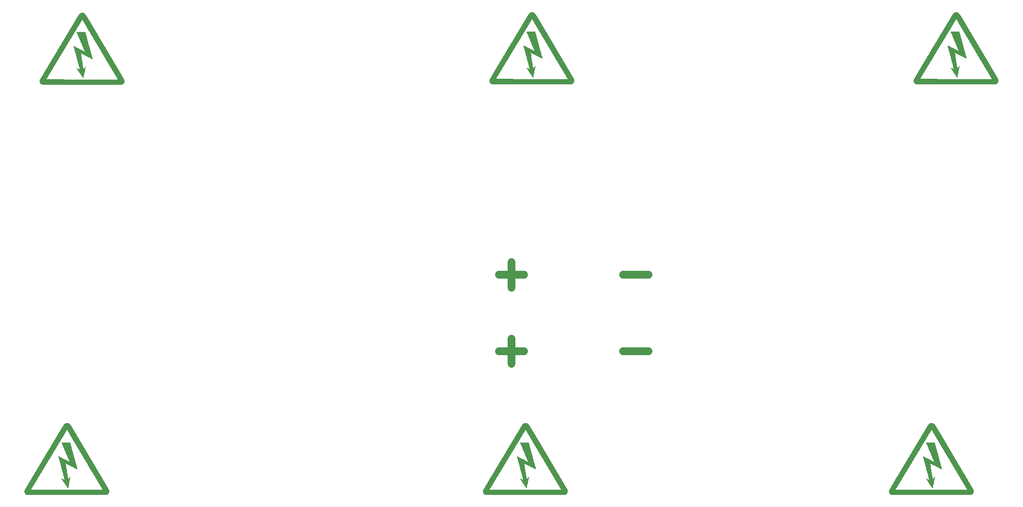
<source format=gbo>
G04*
G04 #@! TF.GenerationSoftware,Altium Limited,Altium Designer,22.8.2 (66)*
G04*
G04 Layer_Color=32896*
%FSLAX44Y44*%
%MOMM*%
G71*
G04*
G04 #@! TF.SameCoordinates,9A62F31F-D48D-475B-933D-7D02DB87FC69*
G04*
G04*
G04 #@! TF.FilePolarity,Positive*
G04*
G01*
G75*
%ADD12C,1.5000*%
G36*
X2199714Y1659071D02*
Y1658836D01*
X2200888D01*
Y1658601D01*
X2201593D01*
Y1658367D01*
Y1658132D01*
X2202063D01*
Y1657897D01*
Y1657662D01*
X2202767D01*
Y1657427D01*
X2203237D01*
Y1657192D01*
Y1656958D01*
X2203472D01*
Y1656723D01*
Y1656488D01*
X2203941D01*
Y1656253D01*
Y1656018D01*
Y1655783D01*
X2204411D01*
Y1655548D01*
Y1655314D01*
X2204646D01*
Y1655079D01*
Y1654844D01*
Y1654609D01*
X2205115D01*
Y1654374D01*
Y1654139D01*
X2205585D01*
Y1653905D01*
X2205820D01*
Y1653670D01*
Y1653435D01*
Y1653200D01*
Y1652965D01*
X2206290D01*
Y1652731D01*
X2206759D01*
Y1652496D01*
Y1652261D01*
Y1652026D01*
Y1651791D01*
X2206994D01*
Y1651556D01*
X2207464D01*
Y1651321D01*
Y1651087D01*
Y1650852D01*
Y1650617D01*
X2207933D01*
Y1650382D01*
Y1650147D01*
Y1649913D01*
X2208168D01*
Y1649678D01*
Y1649443D01*
X2208638D01*
Y1649208D01*
Y1648973D01*
Y1648738D01*
X2209108D01*
Y1648504D01*
Y1648269D01*
X2209342D01*
Y1648034D01*
Y1647799D01*
Y1647564D01*
X2209812D01*
Y1647329D01*
Y1647095D01*
Y1646860D01*
X2210282D01*
Y1646625D01*
Y1646390D01*
X2210517D01*
Y1646155D01*
Y1645920D01*
Y1645686D01*
X2210986D01*
Y1645451D01*
Y1645216D01*
Y1644981D01*
Y1644746D01*
X2211456D01*
Y1644511D01*
X2211691D01*
Y1644276D01*
Y1644042D01*
Y1643807D01*
Y1643572D01*
X2212160D01*
Y1643337D01*
Y1643102D01*
Y1642867D01*
X2212630D01*
Y1642633D01*
Y1642398D01*
X2212865D01*
Y1642163D01*
Y1641928D01*
Y1641693D01*
X2213335D01*
Y1641458D01*
Y1641224D01*
Y1640989D01*
X2213804D01*
Y1640754D01*
Y1640519D01*
X2214039D01*
Y1640284D01*
Y1640050D01*
Y1639815D01*
X2214509D01*
Y1639580D01*
Y1639345D01*
Y1639110D01*
Y1638875D01*
X2214978D01*
Y1638641D01*
X2215213D01*
Y1638406D01*
Y1638171D01*
Y1637936D01*
Y1637701D01*
X2215683D01*
Y1637466D01*
Y1637232D01*
Y1636997D01*
X2216152D01*
Y1636762D01*
Y1636527D01*
X2216387D01*
Y1636292D01*
Y1636057D01*
Y1635823D01*
X2216857D01*
Y1635588D01*
Y1635353D01*
Y1635118D01*
X2217327D01*
Y1634883D01*
Y1634648D01*
Y1634414D01*
Y1634179D01*
X2217561D01*
Y1633944D01*
X2218031D01*
Y1633709D01*
Y1633474D01*
Y1633239D01*
Y1633005D01*
X2218501D01*
Y1632770D01*
Y1632535D01*
Y1632300D01*
X2218736D01*
Y1632065D01*
Y1631830D01*
X2219205D01*
Y1631596D01*
Y1631361D01*
Y1631126D01*
X2219675D01*
Y1630891D01*
Y1630656D01*
Y1630421D01*
X2219910D01*
Y1630187D01*
Y1629952D01*
X2220379D01*
Y1629717D01*
Y1629482D01*
Y1629247D01*
X2220849D01*
Y1629012D01*
Y1628778D01*
Y1628543D01*
Y1628308D01*
X2221084D01*
Y1628073D01*
Y1627838D01*
Y1627604D01*
X2221554D01*
Y1627369D01*
Y1627134D01*
X2222023D01*
Y1626899D01*
Y1626664D01*
Y1626429D01*
X2222258D01*
Y1626194D01*
Y1625960D01*
Y1625725D01*
X2222728D01*
Y1625490D01*
Y1625255D01*
X2223197D01*
Y1625020D01*
Y1624786D01*
Y1624551D01*
X2223432D01*
Y1624316D01*
Y1624081D01*
Y1623846D01*
Y1623611D01*
X2223902D01*
Y1623377D01*
X2224371D01*
Y1623142D01*
Y1622907D01*
Y1622672D01*
Y1622437D01*
X2224606D01*
Y1622202D01*
Y1621967D01*
Y1621733D01*
X2225076D01*
Y1621498D01*
Y1621263D01*
X2225546D01*
Y1621028D01*
Y1620793D01*
Y1620558D01*
X2225781D01*
Y1620324D01*
Y1620089D01*
Y1619854D01*
X2226250D01*
Y1619619D01*
Y1619384D01*
X2226720D01*
Y1619149D01*
Y1618915D01*
Y1618680D01*
X2226955D01*
Y1618445D01*
Y1618210D01*
Y1617975D01*
Y1617741D01*
X2227424D01*
Y1617506D01*
Y1617271D01*
Y1617036D01*
X2227894D01*
Y1616801D01*
Y1616566D01*
X2228129D01*
Y1616332D01*
Y1616097D01*
Y1615862D01*
X2228598D01*
Y1615627D01*
Y1615392D01*
Y1615157D01*
X2229068D01*
Y1614923D01*
Y1614688D01*
X2229303D01*
Y1614453D01*
Y1614218D01*
Y1613983D01*
X2229773D01*
Y1613748D01*
Y1613514D01*
Y1613279D01*
Y1613044D01*
X2230242D01*
Y1612809D01*
X2230477D01*
Y1612574D01*
Y1612339D01*
Y1612105D01*
Y1611870D01*
X2230947D01*
Y1611635D01*
Y1611400D01*
Y1611165D01*
X2231416D01*
Y1610930D01*
Y1610696D01*
X2231651D01*
Y1610461D01*
Y1610226D01*
Y1609991D01*
X2232121D01*
Y1609756D01*
Y1609521D01*
Y1609287D01*
X2232591D01*
Y1609052D01*
Y1608817D01*
Y1608582D01*
Y1608347D01*
X2232825D01*
Y1608112D01*
X2233295D01*
Y1607878D01*
Y1607643D01*
Y1607408D01*
Y1607173D01*
X2233765D01*
Y1606938D01*
Y1606703D01*
Y1606469D01*
X2234000D01*
Y1606234D01*
Y1605999D01*
X2234469D01*
Y1605764D01*
Y1605529D01*
Y1605294D01*
X2234939D01*
Y1605060D01*
Y1604825D01*
Y1604590D01*
X2235174D01*
Y1604355D01*
Y1604120D01*
X2235643D01*
Y1603886D01*
Y1603651D01*
Y1603416D01*
X2236113D01*
Y1603181D01*
Y1602946D01*
Y1602711D01*
Y1602477D01*
X2236348D01*
Y1602242D01*
X2236818D01*
Y1602007D01*
Y1601772D01*
Y1601537D01*
Y1601302D01*
X2237287D01*
Y1601068D01*
Y1600833D01*
Y1600598D01*
X2237522D01*
Y1600363D01*
Y1600128D01*
X2237992D01*
Y1599893D01*
Y1599659D01*
Y1599424D01*
X2238461D01*
Y1599189D01*
Y1598954D01*
Y1598719D01*
X2238696D01*
Y1598484D01*
Y1598250D01*
X2239166D01*
Y1598015D01*
Y1597780D01*
Y1597545D01*
X2239636D01*
Y1597310D01*
Y1597075D01*
Y1596841D01*
Y1596606D01*
X2239870D01*
Y1596371D01*
Y1596136D01*
Y1595901D01*
X2240340D01*
Y1595666D01*
Y1595432D01*
X2240810D01*
Y1595197D01*
Y1594962D01*
Y1594727D01*
X2241045D01*
Y1594492D01*
Y1594257D01*
Y1594023D01*
X2241514D01*
Y1593788D01*
Y1593553D01*
X2241984D01*
Y1593318D01*
Y1593083D01*
Y1592849D01*
X2242219D01*
Y1592614D01*
Y1592379D01*
Y1592144D01*
Y1591909D01*
X2242688D01*
Y1591674D01*
X2243158D01*
Y1591440D01*
Y1591205D01*
Y1590970D01*
Y1590735D01*
X2243393D01*
Y1590500D01*
Y1590265D01*
Y1590031D01*
X2243863D01*
Y1589796D01*
Y1589561D01*
X2244332D01*
Y1589326D01*
Y1589091D01*
Y1588856D01*
X2244567D01*
Y1588622D01*
Y1588387D01*
Y1588152D01*
X2245037D01*
Y1587917D01*
Y1587682D01*
Y1587447D01*
Y1587212D01*
X2245506D01*
Y1586978D01*
X2245741D01*
Y1586743D01*
Y1586508D01*
Y1586273D01*
Y1586038D01*
X2246211D01*
Y1585803D01*
Y1585569D01*
Y1585334D01*
X2246681D01*
Y1585099D01*
Y1584864D01*
X2246915D01*
Y1584629D01*
Y1584394D01*
Y1584160D01*
X2247385D01*
Y1583925D01*
Y1583690D01*
Y1583455D01*
X2247855D01*
Y1583220D01*
Y1582986D01*
Y1582751D01*
Y1582516D01*
X2248089D01*
Y1582281D01*
X2248559D01*
Y1582046D01*
Y1581811D01*
Y1581577D01*
Y1581342D01*
X2249029D01*
Y1581107D01*
X2249264D01*
Y1580872D01*
Y1580637D01*
Y1580402D01*
Y1580168D01*
X2249733D01*
Y1579933D01*
Y1579698D01*
Y1579463D01*
X2250203D01*
Y1579228D01*
Y1578993D01*
X2250438D01*
Y1578759D01*
Y1578524D01*
Y1578289D01*
X2250908D01*
Y1578054D01*
Y1577819D01*
Y1577584D01*
X2251377D01*
Y1577350D01*
Y1577115D01*
Y1576880D01*
Y1576645D01*
X2251612D01*
Y1576410D01*
X2252082D01*
Y1576175D01*
Y1575941D01*
Y1575706D01*
Y1575471D01*
X2252551D01*
Y1575236D01*
Y1575001D01*
Y1574766D01*
X2252786D01*
Y1574532D01*
Y1574297D01*
X2253256D01*
Y1574062D01*
Y1573827D01*
Y1573592D01*
X2253725D01*
Y1573357D01*
Y1573123D01*
Y1572888D01*
X2253960D01*
Y1572653D01*
Y1572418D01*
X2254430D01*
Y1572183D01*
Y1571948D01*
Y1571714D01*
X2254900D01*
Y1571479D01*
Y1571244D01*
Y1571009D01*
Y1570774D01*
X2255134D01*
Y1570539D01*
X2255604D01*
Y1570305D01*
Y1570070D01*
Y1569835D01*
Y1569600D01*
X2256074D01*
Y1569365D01*
Y1569131D01*
Y1568896D01*
X2256309D01*
Y1568661D01*
Y1568426D01*
X2256778D01*
Y1568191D01*
Y1567956D01*
Y1567721D01*
X2257248D01*
Y1567487D01*
Y1567252D01*
Y1567017D01*
X2257483D01*
Y1566782D01*
Y1566547D01*
Y1566313D01*
Y1566078D01*
X2257953D01*
Y1565843D01*
X2258422D01*
Y1565608D01*
Y1565373D01*
Y1565138D01*
Y1564903D01*
X2258657D01*
Y1564669D01*
Y1564434D01*
Y1564199D01*
X2259127D01*
Y1563964D01*
Y1563729D01*
X2259596D01*
Y1563494D01*
Y1563260D01*
Y1563025D01*
X2259831D01*
Y1562790D01*
Y1562555D01*
Y1562320D01*
X2260301D01*
Y1562085D01*
Y1561851D01*
X2260771D01*
Y1561616D01*
Y1561381D01*
Y1561146D01*
X2261005D01*
Y1560911D01*
Y1560677D01*
Y1560442D01*
Y1560207D01*
X2261475D01*
Y1559972D01*
X2261945D01*
Y1559737D01*
Y1559502D01*
Y1559267D01*
Y1559033D01*
X2262180D01*
Y1558798D01*
Y1558563D01*
Y1558328D01*
X2262649D01*
Y1558093D01*
Y1557858D01*
X2263119D01*
Y1557624D01*
Y1557389D01*
Y1557154D01*
X2263354D01*
Y1556919D01*
Y1556684D01*
Y1556449D01*
X2263823D01*
Y1556215D01*
Y1555980D01*
Y1555745D01*
Y1555510D01*
X2264293D01*
Y1555275D01*
X2264528D01*
Y1555040D01*
Y1554806D01*
Y1554571D01*
Y1554336D01*
X2264998D01*
Y1554101D01*
Y1553866D01*
Y1553631D01*
X2265467D01*
Y1553397D01*
Y1553162D01*
X2265702D01*
Y1552927D01*
Y1552692D01*
Y1552457D01*
X2266172D01*
Y1552222D01*
Y1551988D01*
Y1551753D01*
X2266641D01*
Y1551518D01*
Y1551283D01*
X2266876D01*
Y1551048D01*
Y1550814D01*
Y1550579D01*
X2267346D01*
Y1550344D01*
Y1550109D01*
Y1549874D01*
Y1549639D01*
X2267815D01*
Y1549405D01*
Y1549170D01*
Y1548935D01*
X2268050D01*
Y1548700D01*
Y1548465D01*
X2268520D01*
Y1548230D01*
Y1547996D01*
Y1547761D01*
X2268990D01*
Y1547526D01*
Y1547291D01*
Y1547056D01*
X2269224D01*
Y1546821D01*
Y1546587D01*
X2269694D01*
Y1546352D01*
Y1546117D01*
Y1545882D01*
X2270164D01*
Y1545647D01*
Y1545412D01*
Y1545177D01*
Y1544943D01*
X2270399D01*
Y1544708D01*
Y1544473D01*
Y1544238D01*
X2270868D01*
Y1544003D01*
Y1543769D01*
X2271338D01*
Y1543534D01*
Y1543299D01*
Y1543064D01*
X2271573D01*
Y1542829D01*
Y1542594D01*
X2272042D01*
Y1542360D01*
Y1542125D01*
Y1541890D01*
X2272512D01*
Y1541655D01*
Y1541420D01*
Y1541185D01*
X2272747D01*
Y1540951D01*
Y1540716D01*
Y1540481D01*
Y1540246D01*
X2273217D01*
Y1540011D01*
X2273686D01*
Y1539776D01*
Y1539542D01*
Y1539307D01*
Y1539072D01*
X2273921D01*
Y1538837D01*
Y1538602D01*
Y1538367D01*
X2274391D01*
Y1538133D01*
Y1537898D01*
X2274860D01*
Y1537663D01*
Y1537428D01*
Y1537193D01*
X2275095D01*
Y1536958D01*
Y1536724D01*
Y1536489D01*
X2275565D01*
Y1536254D01*
Y1536019D01*
Y1535784D01*
Y1535549D01*
X2276035D01*
Y1535315D01*
X2276269D01*
Y1535080D01*
Y1534845D01*
Y1534610D01*
Y1534375D01*
X2276739D01*
Y1534140D01*
Y1533906D01*
Y1533671D01*
X2277209D01*
Y1533436D01*
Y1533201D01*
X2277444D01*
Y1532966D01*
Y1532731D01*
Y1532497D01*
X2277913D01*
Y1532262D01*
Y1532027D01*
Y1531792D01*
X2278383D01*
Y1531557D01*
Y1531322D01*
X2278618D01*
Y1531088D01*
Y1530853D01*
Y1530618D01*
X2279087D01*
Y1530383D01*
Y1530148D01*
Y1529913D01*
Y1529679D01*
X2279557D01*
Y1529444D01*
X2279792D01*
Y1529209D01*
Y1528974D01*
Y1528739D01*
Y1528504D01*
X2280262D01*
Y1528270D01*
Y1528035D01*
Y1527800D01*
Y1527565D01*
Y1527330D01*
Y1527096D01*
X2280731D01*
Y1526861D01*
Y1526626D01*
Y1526391D01*
Y1526156D01*
Y1525921D01*
Y1525687D01*
Y1525452D01*
Y1525217D01*
Y1524982D01*
Y1524747D01*
Y1524512D01*
Y1524277D01*
Y1524043D01*
Y1523808D01*
X2280262D01*
Y1523573D01*
Y1523338D01*
Y1523103D01*
Y1522869D01*
Y1522634D01*
X2279792D01*
Y1522399D01*
Y1522164D01*
Y1521929D01*
X2279557D01*
Y1521694D01*
Y1521460D01*
Y1521225D01*
X2279087D01*
Y1520990D01*
Y1520755D01*
X2278618D01*
Y1520520D01*
Y1520285D01*
X2278383D01*
Y1520051D01*
X2277913D01*
Y1519816D01*
Y1519581D01*
X2277444D01*
Y1519346D01*
Y1519111D01*
X2276739D01*
Y1518876D01*
X2276035D01*
Y1518642D01*
Y1518407D01*
X2118697D01*
Y1518642D01*
Y1518876D01*
X2117758D01*
Y1519111D01*
X2117054D01*
Y1519346D01*
Y1519581D01*
X2116584D01*
Y1519816D01*
Y1520051D01*
X2116349D01*
Y1520285D01*
X2115879D01*
Y1520520D01*
Y1520755D01*
X2115410D01*
Y1520990D01*
Y1521225D01*
Y1521460D01*
X2115175D01*
Y1521694D01*
Y1521929D01*
Y1522164D01*
Y1522399D01*
X2114705D01*
Y1522634D01*
Y1522869D01*
Y1523103D01*
Y1523338D01*
Y1523573D01*
Y1523808D01*
X2114235D01*
Y1524043D01*
Y1524277D01*
Y1524512D01*
Y1524747D01*
Y1524982D01*
Y1525217D01*
Y1525452D01*
Y1525687D01*
Y1525921D01*
Y1526156D01*
X2114705D01*
Y1526391D01*
Y1526626D01*
Y1526861D01*
Y1527096D01*
Y1527330D01*
Y1527565D01*
Y1527800D01*
X2115175D01*
Y1528035D01*
Y1528270D01*
Y1528504D01*
X2115410D01*
Y1528739D01*
Y1528974D01*
Y1529209D01*
Y1529444D01*
X2115879D01*
Y1529679D01*
Y1529913D01*
Y1530148D01*
X2116349D01*
Y1530383D01*
Y1530618D01*
X2116584D01*
Y1530853D01*
Y1531088D01*
Y1531322D01*
X2117054D01*
Y1531557D01*
Y1531792D01*
Y1532027D01*
X2117523D01*
Y1532262D01*
Y1532497D01*
Y1532731D01*
Y1532966D01*
X2117758D01*
Y1533201D01*
X2118228D01*
Y1533436D01*
Y1533671D01*
Y1533906D01*
Y1534140D01*
X2118697D01*
Y1534375D01*
Y1534610D01*
Y1534845D01*
X2118932D01*
Y1535080D01*
Y1535315D01*
X2119402D01*
Y1535549D01*
Y1535784D01*
Y1536019D01*
X2119872D01*
Y1536254D01*
Y1536489D01*
Y1536724D01*
X2120106D01*
Y1536958D01*
Y1537193D01*
X2120576D01*
Y1537428D01*
Y1537663D01*
Y1537898D01*
X2121046D01*
Y1538133D01*
Y1538367D01*
Y1538602D01*
Y1538837D01*
X2121281D01*
Y1539072D01*
X2121750D01*
Y1539307D01*
Y1539542D01*
Y1539776D01*
Y1540011D01*
X2122220D01*
Y1540246D01*
Y1540481D01*
Y1540716D01*
X2122455D01*
Y1540951D01*
Y1541185D01*
Y1541420D01*
X2122924D01*
Y1541655D01*
Y1541890D01*
X2123394D01*
Y1542125D01*
Y1542360D01*
Y1542594D01*
X2123629D01*
Y1542829D01*
Y1543064D01*
Y1543299D01*
Y1543534D01*
X2124098D01*
Y1543769D01*
X2124568D01*
Y1544003D01*
Y1544238D01*
Y1544473D01*
Y1544708D01*
X2124803D01*
Y1544943D01*
Y1545177D01*
Y1545412D01*
X2125273D01*
Y1545647D01*
Y1545882D01*
X2125742D01*
Y1546117D01*
Y1546352D01*
Y1546587D01*
X2125977D01*
Y1546821D01*
Y1547056D01*
Y1547291D01*
X2126447D01*
Y1547526D01*
Y1547761D01*
X2126916D01*
Y1547996D01*
Y1548230D01*
Y1548465D01*
X2127151D01*
Y1548700D01*
Y1548935D01*
Y1549170D01*
Y1549405D01*
X2127621D01*
Y1549639D01*
X2128091D01*
Y1549874D01*
Y1550109D01*
Y1550344D01*
Y1550579D01*
X2128325D01*
Y1550814D01*
Y1551048D01*
Y1551283D01*
X2128795D01*
Y1551518D01*
Y1551753D01*
Y1551988D01*
X2129265D01*
Y1552222D01*
Y1552457D01*
X2129500D01*
Y1552692D01*
Y1552927D01*
Y1553162D01*
X2129969D01*
Y1553397D01*
Y1553631D01*
X2130439D01*
Y1553866D01*
Y1554101D01*
Y1554336D01*
X2130674D01*
Y1554571D01*
Y1554806D01*
Y1555040D01*
Y1555275D01*
X2131143D01*
Y1555510D01*
X2131613D01*
Y1555745D01*
Y1555980D01*
Y1556215D01*
Y1556449D01*
X2131848D01*
Y1556684D01*
Y1556919D01*
Y1557154D01*
X2132318D01*
Y1557389D01*
Y1557624D01*
X2132787D01*
Y1557858D01*
Y1558093D01*
Y1558328D01*
X2133022D01*
Y1558563D01*
Y1558798D01*
Y1559033D01*
X2133492D01*
Y1559267D01*
Y1559502D01*
X2133961D01*
Y1559737D01*
Y1559972D01*
Y1560207D01*
X2134196D01*
Y1560442D01*
Y1560677D01*
Y1560911D01*
Y1561146D01*
X2134666D01*
Y1561381D01*
Y1561616D01*
Y1561851D01*
X2135135D01*
Y1562085D01*
Y1562320D01*
X2135370D01*
Y1562555D01*
Y1562790D01*
Y1563025D01*
X2135840D01*
Y1563260D01*
Y1563494D01*
X2136310D01*
Y1563729D01*
Y1563964D01*
Y1564199D01*
X2136544D01*
Y1564434D01*
Y1564669D01*
Y1564903D01*
X2137014D01*
Y1565138D01*
Y1565373D01*
X2137484D01*
Y1565608D01*
Y1565843D01*
Y1566078D01*
X2137719D01*
Y1566313D01*
Y1566547D01*
Y1566782D01*
Y1567017D01*
X2138188D01*
Y1567252D01*
Y1567487D01*
Y1567721D01*
X2138658D01*
Y1567956D01*
Y1568191D01*
X2138893D01*
Y1568426D01*
Y1568661D01*
Y1568896D01*
X2139362D01*
Y1569131D01*
Y1569365D01*
Y1569600D01*
X2139832D01*
Y1569835D01*
Y1570070D01*
X2140067D01*
Y1570305D01*
Y1570539D01*
Y1570774D01*
X2140537D01*
Y1571009D01*
Y1571244D01*
Y1571479D01*
Y1571714D01*
X2141006D01*
Y1571948D01*
X2141241D01*
Y1572183D01*
Y1572418D01*
Y1572653D01*
Y1572888D01*
X2141711D01*
Y1573123D01*
Y1573357D01*
Y1573592D01*
X2142180D01*
Y1573827D01*
Y1574062D01*
X2142415D01*
Y1574297D01*
Y1574532D01*
Y1574766D01*
X2142885D01*
Y1575001D01*
Y1575236D01*
X2143355D01*
Y1575471D01*
Y1575706D01*
Y1575941D01*
X2143589D01*
Y1576175D01*
Y1576410D01*
Y1576645D01*
X2144059D01*
Y1576880D01*
Y1577115D01*
Y1577350D01*
Y1577584D01*
X2144529D01*
Y1577819D01*
X2144764D01*
Y1578054D01*
Y1578289D01*
Y1578524D01*
Y1578759D01*
X2145233D01*
Y1578993D01*
Y1579228D01*
Y1579463D01*
X2145703D01*
Y1579698D01*
Y1579933D01*
X2145938D01*
Y1580168D01*
Y1580402D01*
Y1580637D01*
X2146407D01*
Y1580872D01*
Y1581107D01*
Y1581342D01*
X2146877D01*
Y1581577D01*
Y1581811D01*
X2147112D01*
Y1582046D01*
Y1582281D01*
Y1582516D01*
X2147582D01*
Y1582751D01*
Y1582986D01*
Y1583220D01*
Y1583455D01*
X2148051D01*
Y1583690D01*
X2148286D01*
Y1583925D01*
Y1584160D01*
Y1584394D01*
Y1584629D01*
X2148756D01*
Y1584864D01*
Y1585099D01*
Y1585334D01*
X2149225D01*
Y1585569D01*
Y1585803D01*
X2149460D01*
Y1586038D01*
Y1586273D01*
Y1586508D01*
X2149930D01*
Y1586743D01*
Y1586978D01*
Y1587212D01*
X2150400D01*
Y1587447D01*
Y1587682D01*
X2150634D01*
Y1587917D01*
Y1588152D01*
Y1588387D01*
X2151104D01*
Y1588622D01*
Y1588856D01*
Y1589091D01*
Y1589326D01*
X2151574D01*
Y1589561D01*
X2151809D01*
Y1589796D01*
Y1590031D01*
Y1590265D01*
Y1590500D01*
X2152278D01*
Y1590735D01*
Y1590970D01*
Y1591205D01*
X2152748D01*
Y1591440D01*
Y1591674D01*
X2152983D01*
Y1591909D01*
Y1592144D01*
Y1592379D01*
X2153452D01*
Y1592614D01*
Y1592849D01*
Y1593083D01*
X2153922D01*
Y1593318D01*
Y1593553D01*
X2154157D01*
Y1593788D01*
Y1594023D01*
Y1594257D01*
X2154627D01*
Y1594492D01*
Y1594727D01*
Y1594962D01*
Y1595197D01*
X2155096D01*
Y1595432D01*
X2155331D01*
Y1595666D01*
Y1595901D01*
Y1596136D01*
Y1596371D01*
X2155801D01*
Y1596606D01*
Y1596841D01*
Y1597075D01*
X2156270D01*
Y1597310D01*
Y1597545D01*
X2156505D01*
Y1597780D01*
Y1598015D01*
Y1598250D01*
X2156975D01*
Y1598484D01*
Y1598719D01*
Y1598954D01*
X2157445D01*
Y1599189D01*
Y1599424D01*
X2157679D01*
Y1599659D01*
Y1599893D01*
Y1600128D01*
X2158149D01*
Y1600363D01*
Y1600598D01*
Y1600833D01*
Y1601068D01*
X2158619D01*
Y1601302D01*
X2158853D01*
Y1601537D01*
Y1601772D01*
Y1602007D01*
Y1602242D01*
X2159323D01*
Y1602477D01*
Y1602711D01*
Y1602946D01*
X2159793D01*
Y1603181D01*
Y1603416D01*
X2160028D01*
Y1603651D01*
Y1603886D01*
Y1604120D01*
X2160497D01*
Y1604355D01*
Y1604590D01*
Y1604825D01*
X2160967D01*
Y1605060D01*
Y1605294D01*
X2161202D01*
Y1605529D01*
Y1605764D01*
Y1605999D01*
X2161671D01*
Y1606234D01*
Y1606469D01*
Y1606703D01*
Y1606938D01*
X2162141D01*
Y1607173D01*
X2162376D01*
Y1607408D01*
Y1607643D01*
Y1607878D01*
Y1608112D01*
X2162846D01*
Y1608347D01*
Y1608582D01*
Y1608817D01*
X2163315D01*
Y1609052D01*
Y1609287D01*
X2163550D01*
Y1609521D01*
Y1609756D01*
Y1609991D01*
X2164020D01*
Y1610226D01*
Y1610461D01*
Y1610696D01*
X2164489D01*
Y1610930D01*
Y1611165D01*
X2164724D01*
Y1611400D01*
Y1611635D01*
Y1611870D01*
X2165194D01*
Y1612105D01*
Y1612339D01*
Y1612574D01*
Y1612809D01*
X2165664D01*
Y1613044D01*
X2165898D01*
Y1613279D01*
Y1613514D01*
Y1613748D01*
Y1613983D01*
X2166368D01*
Y1614218D01*
Y1614453D01*
Y1614688D01*
X2166838D01*
Y1614923D01*
Y1615157D01*
X2167073D01*
Y1615392D01*
Y1615627D01*
Y1615862D01*
X2167542D01*
Y1616097D01*
Y1616332D01*
Y1616566D01*
X2168012D01*
Y1616801D01*
Y1617036D01*
X2168247D01*
Y1617271D01*
Y1617506D01*
Y1617741D01*
X2168716D01*
Y1617975D01*
Y1618210D01*
Y1618445D01*
Y1618680D01*
X2169186D01*
Y1618915D01*
X2169421D01*
Y1619149D01*
Y1619384D01*
Y1619619D01*
Y1619854D01*
X2169891D01*
Y1620089D01*
Y1620324D01*
Y1620558D01*
X2170360D01*
Y1620793D01*
Y1621028D01*
X2170595D01*
Y1621263D01*
Y1621498D01*
Y1621733D01*
X2171065D01*
Y1621967D01*
Y1622202D01*
Y1622437D01*
X2171534D01*
Y1622672D01*
Y1622907D01*
X2171769D01*
Y1623142D01*
Y1623377D01*
Y1623611D01*
X2172239D01*
Y1623846D01*
Y1624081D01*
Y1624316D01*
Y1624551D01*
X2172709D01*
Y1624786D01*
X2172943D01*
Y1625020D01*
Y1625255D01*
Y1625490D01*
Y1625725D01*
X2173413D01*
Y1625960D01*
Y1626194D01*
Y1626429D01*
X2173883D01*
Y1626664D01*
Y1626899D01*
X2174118D01*
Y1627134D01*
Y1627369D01*
Y1627604D01*
X2174587D01*
Y1627838D01*
Y1628073D01*
Y1628308D01*
X2175057D01*
Y1628543D01*
Y1628778D01*
X2175292D01*
Y1629012D01*
Y1629247D01*
Y1629482D01*
X2175761D01*
Y1629717D01*
Y1629952D01*
Y1630187D01*
Y1630421D01*
X2176231D01*
Y1630656D01*
X2176466D01*
Y1630891D01*
Y1631126D01*
Y1631361D01*
Y1631596D01*
X2176936D01*
Y1631830D01*
Y1632065D01*
Y1632300D01*
X2177405D01*
Y1632535D01*
Y1632770D01*
X2177640D01*
Y1633005D01*
Y1633239D01*
Y1633474D01*
X2178110D01*
Y1633709D01*
Y1633944D01*
Y1634179D01*
X2178579D01*
Y1634414D01*
Y1634648D01*
X2178814D01*
Y1634883D01*
Y1635118D01*
Y1635353D01*
X2179284D01*
Y1635588D01*
Y1635823D01*
Y1636057D01*
Y1636292D01*
X2179754D01*
Y1636527D01*
X2179988D01*
Y1636762D01*
Y1636997D01*
Y1637232D01*
Y1637466D01*
X2180458D01*
Y1637701D01*
Y1637936D01*
Y1638171D01*
X2180928D01*
Y1638406D01*
Y1638641D01*
X2181163D01*
Y1638875D01*
Y1639110D01*
Y1639345D01*
X2181632D01*
Y1639580D01*
Y1639815D01*
X2182102D01*
Y1640050D01*
Y1640284D01*
Y1640519D01*
X2182337D01*
Y1640754D01*
Y1640989D01*
Y1641224D01*
X2182806D01*
Y1641458D01*
Y1641693D01*
Y1641928D01*
Y1642163D01*
X2183276D01*
Y1642398D01*
X2183511D01*
Y1642633D01*
Y1642867D01*
Y1643102D01*
Y1643337D01*
X2183981D01*
Y1643572D01*
Y1643807D01*
Y1644042D01*
X2184450D01*
Y1644276D01*
Y1644511D01*
X2184685D01*
Y1644746D01*
Y1644981D01*
Y1645216D01*
X2185155D01*
Y1645451D01*
Y1645686D01*
Y1645920D01*
X2185624D01*
Y1646155D01*
Y1646390D01*
X2185859D01*
Y1646625D01*
Y1646860D01*
Y1647095D01*
X2186329D01*
Y1647329D01*
Y1647564D01*
Y1647799D01*
Y1648034D01*
X2186799D01*
Y1648269D01*
X2187033D01*
Y1648504D01*
Y1648738D01*
Y1648973D01*
Y1649208D01*
X2187503D01*
Y1649443D01*
Y1649678D01*
Y1649913D01*
X2187973D01*
Y1650147D01*
Y1650382D01*
X2188208D01*
Y1650617D01*
Y1650852D01*
Y1651087D01*
X2188677D01*
Y1651321D01*
Y1651556D01*
Y1651791D01*
X2189147D01*
Y1652026D01*
Y1652261D01*
X2189382D01*
Y1652496D01*
Y1652731D01*
Y1652965D01*
X2189851D01*
Y1653200D01*
Y1653435D01*
Y1653670D01*
Y1653905D01*
X2190321D01*
Y1654139D01*
X2190556D01*
Y1654374D01*
Y1654609D01*
Y1654844D01*
Y1655079D01*
X2191026D01*
Y1655314D01*
X2191495D01*
Y1655548D01*
Y1655783D01*
Y1656018D01*
Y1656253D01*
X2191730D01*
Y1656488D01*
X2192200D01*
Y1656723D01*
Y1656958D01*
X2192669D01*
Y1657192D01*
Y1657427D01*
X2192904D01*
Y1657662D01*
X2193374D01*
Y1657897D01*
Y1658132D01*
X2194078D01*
Y1658367D01*
Y1658601D01*
X2195018D01*
Y1658836D01*
X2196427D01*
Y1659071D01*
Y1659306D01*
X2199714D01*
Y1659071D01*
D02*
G37*
G36*
X1369134D02*
Y1658836D01*
X1370308D01*
Y1658601D01*
X1371013D01*
Y1658367D01*
Y1658132D01*
X1371483D01*
Y1657897D01*
Y1657662D01*
X1372187D01*
Y1657427D01*
X1372657D01*
Y1657192D01*
Y1656958D01*
X1372892D01*
Y1656723D01*
Y1656488D01*
X1373361D01*
Y1656253D01*
Y1656018D01*
Y1655783D01*
X1373831D01*
Y1655548D01*
Y1655314D01*
X1374066D01*
Y1655079D01*
Y1654844D01*
Y1654609D01*
X1374535D01*
Y1654374D01*
Y1654139D01*
X1375005D01*
Y1653905D01*
X1375240D01*
Y1653670D01*
Y1653435D01*
Y1653200D01*
Y1652965D01*
X1375710D01*
Y1652731D01*
X1376179D01*
Y1652496D01*
Y1652261D01*
Y1652026D01*
Y1651791D01*
X1376414D01*
Y1651556D01*
X1376884D01*
Y1651321D01*
Y1651087D01*
Y1650852D01*
Y1650617D01*
X1377353D01*
Y1650382D01*
Y1650147D01*
Y1649913D01*
X1377588D01*
Y1649678D01*
Y1649443D01*
X1378058D01*
Y1649208D01*
Y1648973D01*
Y1648738D01*
X1378528D01*
Y1648504D01*
Y1648269D01*
X1378762D01*
Y1648034D01*
Y1647799D01*
Y1647564D01*
X1379232D01*
Y1647329D01*
Y1647095D01*
Y1646860D01*
X1379702D01*
Y1646625D01*
Y1646390D01*
X1379937D01*
Y1646155D01*
Y1645920D01*
Y1645686D01*
X1380406D01*
Y1645451D01*
Y1645216D01*
Y1644981D01*
Y1644746D01*
X1380876D01*
Y1644511D01*
X1381111D01*
Y1644276D01*
Y1644042D01*
Y1643807D01*
Y1643572D01*
X1381580D01*
Y1643337D01*
Y1643102D01*
Y1642867D01*
X1382050D01*
Y1642633D01*
Y1642398D01*
X1382285D01*
Y1642163D01*
Y1641928D01*
Y1641693D01*
X1382755D01*
Y1641458D01*
Y1641224D01*
Y1640989D01*
X1383224D01*
Y1640754D01*
Y1640519D01*
X1383459D01*
Y1640284D01*
Y1640050D01*
Y1639815D01*
X1383929D01*
Y1639580D01*
Y1639345D01*
Y1639110D01*
Y1638875D01*
X1384398D01*
Y1638641D01*
X1384633D01*
Y1638406D01*
Y1638171D01*
Y1637936D01*
Y1637701D01*
X1385103D01*
Y1637466D01*
Y1637232D01*
Y1636997D01*
X1385573D01*
Y1636762D01*
Y1636527D01*
X1385807D01*
Y1636292D01*
Y1636057D01*
Y1635823D01*
X1386277D01*
Y1635588D01*
Y1635353D01*
Y1635118D01*
X1386747D01*
Y1634883D01*
Y1634648D01*
Y1634414D01*
Y1634179D01*
X1386981D01*
Y1633944D01*
X1387451D01*
Y1633709D01*
Y1633474D01*
Y1633239D01*
Y1633005D01*
X1387921D01*
Y1632770D01*
Y1632535D01*
Y1632300D01*
X1388156D01*
Y1632065D01*
Y1631830D01*
X1388625D01*
Y1631596D01*
Y1631361D01*
Y1631126D01*
X1389095D01*
Y1630891D01*
Y1630656D01*
Y1630421D01*
X1389330D01*
Y1630187D01*
Y1629952D01*
X1389799D01*
Y1629717D01*
Y1629482D01*
Y1629247D01*
X1390269D01*
Y1629012D01*
Y1628778D01*
Y1628543D01*
Y1628308D01*
X1390504D01*
Y1628073D01*
Y1627838D01*
Y1627604D01*
X1390974D01*
Y1627369D01*
Y1627134D01*
X1391443D01*
Y1626899D01*
Y1626664D01*
Y1626429D01*
X1391678D01*
Y1626194D01*
Y1625960D01*
Y1625725D01*
X1392148D01*
Y1625490D01*
Y1625255D01*
X1392617D01*
Y1625020D01*
Y1624786D01*
Y1624551D01*
X1392852D01*
Y1624316D01*
Y1624081D01*
Y1623846D01*
Y1623611D01*
X1393322D01*
Y1623377D01*
X1393792D01*
Y1623142D01*
Y1622907D01*
Y1622672D01*
Y1622437D01*
X1394026D01*
Y1622202D01*
Y1621967D01*
Y1621733D01*
X1394496D01*
Y1621498D01*
Y1621263D01*
X1394966D01*
Y1621028D01*
Y1620793D01*
Y1620558D01*
X1395201D01*
Y1620324D01*
Y1620089D01*
Y1619854D01*
X1395670D01*
Y1619619D01*
Y1619384D01*
X1396140D01*
Y1619149D01*
Y1618915D01*
Y1618680D01*
X1396375D01*
Y1618445D01*
Y1618210D01*
Y1617975D01*
Y1617741D01*
X1396844D01*
Y1617506D01*
Y1617271D01*
Y1617036D01*
X1397314D01*
Y1616801D01*
Y1616566D01*
X1397549D01*
Y1616332D01*
Y1616097D01*
Y1615862D01*
X1398018D01*
Y1615627D01*
Y1615392D01*
Y1615157D01*
X1398488D01*
Y1614923D01*
Y1614688D01*
X1398723D01*
Y1614453D01*
Y1614218D01*
Y1613983D01*
X1399193D01*
Y1613748D01*
Y1613514D01*
Y1613279D01*
Y1613044D01*
X1399662D01*
Y1612809D01*
X1399897D01*
Y1612574D01*
Y1612339D01*
Y1612105D01*
Y1611870D01*
X1400367D01*
Y1611635D01*
Y1611400D01*
Y1611165D01*
X1400836D01*
Y1610930D01*
Y1610696D01*
X1401071D01*
Y1610461D01*
Y1610226D01*
Y1609991D01*
X1401541D01*
Y1609756D01*
Y1609521D01*
Y1609287D01*
X1402011D01*
Y1609052D01*
Y1608817D01*
Y1608582D01*
Y1608347D01*
X1402245D01*
Y1608112D01*
X1402715D01*
Y1607878D01*
Y1607643D01*
Y1607408D01*
Y1607173D01*
X1403185D01*
Y1606938D01*
Y1606703D01*
Y1606469D01*
X1403420D01*
Y1606234D01*
Y1605999D01*
X1403889D01*
Y1605764D01*
Y1605529D01*
Y1605294D01*
X1404359D01*
Y1605060D01*
Y1604825D01*
Y1604590D01*
X1404594D01*
Y1604355D01*
Y1604120D01*
X1405063D01*
Y1603886D01*
Y1603651D01*
Y1603416D01*
X1405533D01*
Y1603181D01*
Y1602946D01*
Y1602711D01*
Y1602477D01*
X1405768D01*
Y1602242D01*
X1406238D01*
Y1602007D01*
Y1601772D01*
Y1601537D01*
Y1601302D01*
X1406707D01*
Y1601068D01*
Y1600833D01*
Y1600598D01*
X1406942D01*
Y1600363D01*
Y1600128D01*
X1407412D01*
Y1599893D01*
Y1599659D01*
Y1599424D01*
X1407881D01*
Y1599189D01*
Y1598954D01*
Y1598719D01*
X1408116D01*
Y1598484D01*
Y1598250D01*
X1408586D01*
Y1598015D01*
Y1597780D01*
Y1597545D01*
X1409056D01*
Y1597310D01*
Y1597075D01*
Y1596841D01*
Y1596606D01*
X1409290D01*
Y1596371D01*
Y1596136D01*
Y1595901D01*
X1409760D01*
Y1595666D01*
Y1595432D01*
X1410230D01*
Y1595197D01*
Y1594962D01*
Y1594727D01*
X1410465D01*
Y1594492D01*
Y1594257D01*
Y1594023D01*
X1410934D01*
Y1593788D01*
Y1593553D01*
X1411404D01*
Y1593318D01*
Y1593083D01*
Y1592849D01*
X1411639D01*
Y1592614D01*
Y1592379D01*
Y1592144D01*
Y1591909D01*
X1412108D01*
Y1591674D01*
X1412578D01*
Y1591440D01*
Y1591205D01*
Y1590970D01*
Y1590735D01*
X1412813D01*
Y1590500D01*
Y1590265D01*
Y1590031D01*
X1413283D01*
Y1589796D01*
Y1589561D01*
X1413752D01*
Y1589326D01*
Y1589091D01*
Y1588856D01*
X1413987D01*
Y1588622D01*
Y1588387D01*
Y1588152D01*
X1414457D01*
Y1587917D01*
Y1587682D01*
Y1587447D01*
Y1587212D01*
X1414926D01*
Y1586978D01*
X1415161D01*
Y1586743D01*
Y1586508D01*
Y1586273D01*
Y1586038D01*
X1415631D01*
Y1585803D01*
Y1585569D01*
Y1585334D01*
X1416101D01*
Y1585099D01*
Y1584864D01*
X1416335D01*
Y1584629D01*
Y1584394D01*
Y1584160D01*
X1416805D01*
Y1583925D01*
Y1583690D01*
Y1583455D01*
X1417275D01*
Y1583220D01*
Y1582986D01*
Y1582751D01*
Y1582516D01*
X1417509D01*
Y1582281D01*
X1417979D01*
Y1582046D01*
Y1581811D01*
Y1581577D01*
Y1581342D01*
X1418449D01*
Y1581107D01*
X1418684D01*
Y1580872D01*
Y1580637D01*
Y1580402D01*
Y1580168D01*
X1419153D01*
Y1579933D01*
Y1579698D01*
Y1579463D01*
X1419623D01*
Y1579228D01*
Y1578993D01*
X1419858D01*
Y1578759D01*
Y1578524D01*
Y1578289D01*
X1420328D01*
Y1578054D01*
Y1577819D01*
Y1577584D01*
X1420797D01*
Y1577350D01*
Y1577115D01*
Y1576880D01*
Y1576645D01*
X1421032D01*
Y1576410D01*
X1421502D01*
Y1576175D01*
Y1575941D01*
Y1575706D01*
Y1575471D01*
X1421971D01*
Y1575236D01*
Y1575001D01*
Y1574766D01*
X1422206D01*
Y1574532D01*
Y1574297D01*
X1422676D01*
Y1574062D01*
Y1573827D01*
Y1573592D01*
X1423145D01*
Y1573357D01*
Y1573123D01*
Y1572888D01*
X1423380D01*
Y1572653D01*
Y1572418D01*
X1423850D01*
Y1572183D01*
Y1571948D01*
Y1571714D01*
X1424320D01*
Y1571479D01*
Y1571244D01*
Y1571009D01*
Y1570774D01*
X1424554D01*
Y1570539D01*
X1425024D01*
Y1570305D01*
Y1570070D01*
Y1569835D01*
Y1569600D01*
X1425494D01*
Y1569365D01*
Y1569131D01*
Y1568896D01*
X1425729D01*
Y1568661D01*
Y1568426D01*
X1426198D01*
Y1568191D01*
Y1567956D01*
Y1567721D01*
X1426668D01*
Y1567487D01*
Y1567252D01*
Y1567017D01*
X1426903D01*
Y1566782D01*
Y1566547D01*
Y1566313D01*
Y1566078D01*
X1427372D01*
Y1565843D01*
X1427842D01*
Y1565608D01*
Y1565373D01*
Y1565138D01*
Y1564903D01*
X1428077D01*
Y1564669D01*
Y1564434D01*
Y1564199D01*
X1428547D01*
Y1563964D01*
Y1563729D01*
X1429016D01*
Y1563494D01*
Y1563260D01*
Y1563025D01*
X1429251D01*
Y1562790D01*
Y1562555D01*
Y1562320D01*
X1429721D01*
Y1562085D01*
Y1561851D01*
X1430190D01*
Y1561616D01*
Y1561381D01*
Y1561146D01*
X1430425D01*
Y1560911D01*
Y1560677D01*
Y1560442D01*
Y1560207D01*
X1430895D01*
Y1559972D01*
X1431365D01*
Y1559737D01*
Y1559502D01*
Y1559267D01*
Y1559033D01*
X1431599D01*
Y1558798D01*
Y1558563D01*
Y1558328D01*
X1432069D01*
Y1558093D01*
Y1557858D01*
X1432539D01*
Y1557624D01*
Y1557389D01*
Y1557154D01*
X1432774D01*
Y1556919D01*
Y1556684D01*
Y1556449D01*
X1433243D01*
Y1556215D01*
Y1555980D01*
Y1555745D01*
Y1555510D01*
X1433713D01*
Y1555275D01*
X1433948D01*
Y1555040D01*
Y1554806D01*
Y1554571D01*
Y1554336D01*
X1434418D01*
Y1554101D01*
Y1553866D01*
Y1553631D01*
X1434887D01*
Y1553397D01*
Y1553162D01*
X1435122D01*
Y1552927D01*
Y1552692D01*
Y1552457D01*
X1435592D01*
Y1552222D01*
Y1551988D01*
Y1551753D01*
X1436061D01*
Y1551518D01*
Y1551283D01*
X1436296D01*
Y1551048D01*
Y1550814D01*
Y1550579D01*
X1436766D01*
Y1550344D01*
Y1550109D01*
Y1549874D01*
Y1549639D01*
X1437235D01*
Y1549405D01*
Y1549170D01*
Y1548935D01*
X1437470D01*
Y1548700D01*
Y1548465D01*
X1437940D01*
Y1548230D01*
Y1547996D01*
Y1547761D01*
X1438410D01*
Y1547526D01*
Y1547291D01*
Y1547056D01*
X1438644D01*
Y1546821D01*
Y1546587D01*
X1439114D01*
Y1546352D01*
Y1546117D01*
Y1545882D01*
X1439584D01*
Y1545647D01*
Y1545412D01*
Y1545177D01*
Y1544943D01*
X1439819D01*
Y1544708D01*
Y1544473D01*
Y1544238D01*
X1440288D01*
Y1544003D01*
Y1543769D01*
X1440758D01*
Y1543534D01*
Y1543299D01*
Y1543064D01*
X1440993D01*
Y1542829D01*
Y1542594D01*
X1441462D01*
Y1542360D01*
Y1542125D01*
Y1541890D01*
X1441932D01*
Y1541655D01*
Y1541420D01*
Y1541185D01*
X1442167D01*
Y1540951D01*
Y1540716D01*
Y1540481D01*
Y1540246D01*
X1442637D01*
Y1540011D01*
X1443106D01*
Y1539776D01*
Y1539542D01*
Y1539307D01*
Y1539072D01*
X1443341D01*
Y1538837D01*
Y1538602D01*
Y1538367D01*
X1443811D01*
Y1538133D01*
Y1537898D01*
X1444280D01*
Y1537663D01*
Y1537428D01*
Y1537193D01*
X1444515D01*
Y1536958D01*
Y1536724D01*
Y1536489D01*
X1444985D01*
Y1536254D01*
Y1536019D01*
Y1535784D01*
Y1535549D01*
X1445455D01*
Y1535315D01*
X1445689D01*
Y1535080D01*
Y1534845D01*
Y1534610D01*
Y1534375D01*
X1446159D01*
Y1534140D01*
Y1533906D01*
Y1533671D01*
X1446629D01*
Y1533436D01*
Y1533201D01*
X1446864D01*
Y1532966D01*
Y1532731D01*
Y1532497D01*
X1447333D01*
Y1532262D01*
Y1532027D01*
Y1531792D01*
X1447803D01*
Y1531557D01*
Y1531322D01*
X1448038D01*
Y1531088D01*
Y1530853D01*
Y1530618D01*
X1448507D01*
Y1530383D01*
Y1530148D01*
Y1529913D01*
Y1529679D01*
X1448977D01*
Y1529444D01*
X1449212D01*
Y1529209D01*
Y1528974D01*
Y1528739D01*
Y1528504D01*
X1449682D01*
Y1528270D01*
Y1528035D01*
Y1527800D01*
Y1527565D01*
Y1527330D01*
Y1527096D01*
X1450151D01*
Y1526861D01*
Y1526626D01*
Y1526391D01*
Y1526156D01*
Y1525921D01*
Y1525687D01*
Y1525452D01*
Y1525217D01*
Y1524982D01*
Y1524747D01*
Y1524512D01*
Y1524277D01*
Y1524043D01*
Y1523808D01*
X1449682D01*
Y1523573D01*
Y1523338D01*
Y1523103D01*
Y1522869D01*
Y1522634D01*
X1449212D01*
Y1522399D01*
Y1522164D01*
Y1521929D01*
X1448977D01*
Y1521694D01*
Y1521460D01*
Y1521225D01*
X1448507D01*
Y1520990D01*
Y1520755D01*
X1448038D01*
Y1520520D01*
Y1520285D01*
X1447803D01*
Y1520051D01*
X1447333D01*
Y1519816D01*
Y1519581D01*
X1446864D01*
Y1519346D01*
Y1519111D01*
X1446159D01*
Y1518876D01*
X1445455D01*
Y1518642D01*
Y1518407D01*
X1288117D01*
Y1518642D01*
Y1518876D01*
X1287178D01*
Y1519111D01*
X1286474D01*
Y1519346D01*
Y1519581D01*
X1286004D01*
Y1519816D01*
Y1520051D01*
X1285769D01*
Y1520285D01*
X1285299D01*
Y1520520D01*
Y1520755D01*
X1284830D01*
Y1520990D01*
Y1521225D01*
Y1521460D01*
X1284595D01*
Y1521694D01*
Y1521929D01*
Y1522164D01*
Y1522399D01*
X1284125D01*
Y1522634D01*
Y1522869D01*
Y1523103D01*
Y1523338D01*
Y1523573D01*
Y1523808D01*
X1283655D01*
Y1524043D01*
Y1524277D01*
Y1524512D01*
Y1524747D01*
Y1524982D01*
Y1525217D01*
Y1525452D01*
Y1525687D01*
Y1525921D01*
Y1526156D01*
X1284125D01*
Y1526391D01*
Y1526626D01*
Y1526861D01*
Y1527096D01*
Y1527330D01*
Y1527565D01*
Y1527800D01*
X1284595D01*
Y1528035D01*
Y1528270D01*
Y1528504D01*
X1284830D01*
Y1528739D01*
Y1528974D01*
Y1529209D01*
Y1529444D01*
X1285299D01*
Y1529679D01*
Y1529913D01*
Y1530148D01*
X1285769D01*
Y1530383D01*
Y1530618D01*
X1286004D01*
Y1530853D01*
Y1531088D01*
Y1531322D01*
X1286474D01*
Y1531557D01*
Y1531792D01*
Y1532027D01*
X1286943D01*
Y1532262D01*
Y1532497D01*
Y1532731D01*
Y1532966D01*
X1287178D01*
Y1533201D01*
X1287648D01*
Y1533436D01*
Y1533671D01*
Y1533906D01*
Y1534140D01*
X1288117D01*
Y1534375D01*
Y1534610D01*
Y1534845D01*
X1288352D01*
Y1535080D01*
Y1535315D01*
X1288822D01*
Y1535549D01*
Y1535784D01*
Y1536019D01*
X1289292D01*
Y1536254D01*
Y1536489D01*
Y1536724D01*
X1289526D01*
Y1536958D01*
Y1537193D01*
X1289996D01*
Y1537428D01*
Y1537663D01*
Y1537898D01*
X1290466D01*
Y1538133D01*
Y1538367D01*
Y1538602D01*
Y1538837D01*
X1290701D01*
Y1539072D01*
X1291170D01*
Y1539307D01*
Y1539542D01*
Y1539776D01*
Y1540011D01*
X1291640D01*
Y1540246D01*
Y1540481D01*
Y1540716D01*
X1291875D01*
Y1540951D01*
Y1541185D01*
Y1541420D01*
X1292344D01*
Y1541655D01*
Y1541890D01*
X1292814D01*
Y1542125D01*
Y1542360D01*
Y1542594D01*
X1293049D01*
Y1542829D01*
Y1543064D01*
Y1543299D01*
Y1543534D01*
X1293518D01*
Y1543769D01*
X1293988D01*
Y1544003D01*
Y1544238D01*
Y1544473D01*
Y1544708D01*
X1294223D01*
Y1544943D01*
Y1545177D01*
Y1545412D01*
X1294693D01*
Y1545647D01*
Y1545882D01*
X1295162D01*
Y1546117D01*
Y1546352D01*
Y1546587D01*
X1295397D01*
Y1546821D01*
Y1547056D01*
Y1547291D01*
X1295867D01*
Y1547526D01*
Y1547761D01*
X1296336D01*
Y1547996D01*
Y1548230D01*
Y1548465D01*
X1296571D01*
Y1548700D01*
Y1548935D01*
Y1549170D01*
Y1549405D01*
X1297041D01*
Y1549639D01*
X1297511D01*
Y1549874D01*
Y1550109D01*
Y1550344D01*
Y1550579D01*
X1297745D01*
Y1550814D01*
Y1551048D01*
Y1551283D01*
X1298215D01*
Y1551518D01*
Y1551753D01*
Y1551988D01*
X1298685D01*
Y1552222D01*
Y1552457D01*
X1298920D01*
Y1552692D01*
Y1552927D01*
Y1553162D01*
X1299389D01*
Y1553397D01*
Y1553631D01*
X1299859D01*
Y1553866D01*
Y1554101D01*
Y1554336D01*
X1300094D01*
Y1554571D01*
Y1554806D01*
Y1555040D01*
Y1555275D01*
X1300563D01*
Y1555510D01*
X1301033D01*
Y1555745D01*
Y1555980D01*
Y1556215D01*
Y1556449D01*
X1301268D01*
Y1556684D01*
Y1556919D01*
Y1557154D01*
X1301738D01*
Y1557389D01*
Y1557624D01*
X1302207D01*
Y1557858D01*
Y1558093D01*
Y1558328D01*
X1302442D01*
Y1558563D01*
Y1558798D01*
Y1559033D01*
X1302912D01*
Y1559267D01*
Y1559502D01*
X1303381D01*
Y1559737D01*
Y1559972D01*
Y1560207D01*
X1303616D01*
Y1560442D01*
Y1560677D01*
Y1560911D01*
Y1561146D01*
X1304086D01*
Y1561381D01*
Y1561616D01*
Y1561851D01*
X1304556D01*
Y1562085D01*
Y1562320D01*
X1304790D01*
Y1562555D01*
Y1562790D01*
Y1563025D01*
X1305260D01*
Y1563260D01*
Y1563494D01*
X1305730D01*
Y1563729D01*
Y1563964D01*
Y1564199D01*
X1305964D01*
Y1564434D01*
Y1564669D01*
Y1564903D01*
X1306434D01*
Y1565138D01*
Y1565373D01*
X1306904D01*
Y1565608D01*
Y1565843D01*
Y1566078D01*
X1307139D01*
Y1566313D01*
Y1566547D01*
Y1566782D01*
Y1567017D01*
X1307608D01*
Y1567252D01*
Y1567487D01*
Y1567721D01*
X1308078D01*
Y1567956D01*
Y1568191D01*
X1308313D01*
Y1568426D01*
Y1568661D01*
Y1568896D01*
X1308783D01*
Y1569131D01*
Y1569365D01*
Y1569600D01*
X1309252D01*
Y1569835D01*
Y1570070D01*
X1309487D01*
Y1570305D01*
Y1570539D01*
Y1570774D01*
X1309957D01*
Y1571009D01*
Y1571244D01*
Y1571479D01*
Y1571714D01*
X1310426D01*
Y1571948D01*
X1310661D01*
Y1572183D01*
Y1572418D01*
Y1572653D01*
Y1572888D01*
X1311131D01*
Y1573123D01*
Y1573357D01*
Y1573592D01*
X1311600D01*
Y1573827D01*
Y1574062D01*
X1311835D01*
Y1574297D01*
Y1574532D01*
Y1574766D01*
X1312305D01*
Y1575001D01*
Y1575236D01*
X1312775D01*
Y1575471D01*
Y1575706D01*
Y1575941D01*
X1313009D01*
Y1576175D01*
Y1576410D01*
Y1576645D01*
X1313479D01*
Y1576880D01*
Y1577115D01*
Y1577350D01*
Y1577584D01*
X1313949D01*
Y1577819D01*
X1314184D01*
Y1578054D01*
Y1578289D01*
Y1578524D01*
Y1578759D01*
X1314653D01*
Y1578993D01*
Y1579228D01*
Y1579463D01*
X1315123D01*
Y1579698D01*
Y1579933D01*
X1315358D01*
Y1580168D01*
Y1580402D01*
Y1580637D01*
X1315827D01*
Y1580872D01*
Y1581107D01*
Y1581342D01*
X1316297D01*
Y1581577D01*
Y1581811D01*
X1316532D01*
Y1582046D01*
Y1582281D01*
Y1582516D01*
X1317002D01*
Y1582751D01*
Y1582986D01*
Y1583220D01*
Y1583455D01*
X1317471D01*
Y1583690D01*
X1317706D01*
Y1583925D01*
Y1584160D01*
Y1584394D01*
Y1584629D01*
X1318176D01*
Y1584864D01*
Y1585099D01*
Y1585334D01*
X1318645D01*
Y1585569D01*
Y1585803D01*
X1318880D01*
Y1586038D01*
Y1586273D01*
Y1586508D01*
X1319350D01*
Y1586743D01*
Y1586978D01*
Y1587212D01*
X1319820D01*
Y1587447D01*
Y1587682D01*
X1320054D01*
Y1587917D01*
Y1588152D01*
Y1588387D01*
X1320524D01*
Y1588622D01*
Y1588856D01*
Y1589091D01*
Y1589326D01*
X1320994D01*
Y1589561D01*
X1321229D01*
Y1589796D01*
Y1590031D01*
Y1590265D01*
Y1590500D01*
X1321698D01*
Y1590735D01*
Y1590970D01*
Y1591205D01*
X1322168D01*
Y1591440D01*
Y1591674D01*
X1322403D01*
Y1591909D01*
Y1592144D01*
Y1592379D01*
X1322872D01*
Y1592614D01*
Y1592849D01*
Y1593083D01*
X1323342D01*
Y1593318D01*
Y1593553D01*
X1323577D01*
Y1593788D01*
Y1594023D01*
Y1594257D01*
X1324047D01*
Y1594492D01*
Y1594727D01*
Y1594962D01*
Y1595197D01*
X1324516D01*
Y1595432D01*
X1324751D01*
Y1595666D01*
Y1595901D01*
Y1596136D01*
Y1596371D01*
X1325221D01*
Y1596606D01*
Y1596841D01*
Y1597075D01*
X1325690D01*
Y1597310D01*
Y1597545D01*
X1325925D01*
Y1597780D01*
Y1598015D01*
Y1598250D01*
X1326395D01*
Y1598484D01*
Y1598719D01*
Y1598954D01*
X1326865D01*
Y1599189D01*
Y1599424D01*
X1327099D01*
Y1599659D01*
Y1599893D01*
Y1600128D01*
X1327569D01*
Y1600363D01*
Y1600598D01*
Y1600833D01*
Y1601068D01*
X1328039D01*
Y1601302D01*
X1328273D01*
Y1601537D01*
Y1601772D01*
Y1602007D01*
Y1602242D01*
X1328743D01*
Y1602477D01*
Y1602711D01*
Y1602946D01*
X1329213D01*
Y1603181D01*
Y1603416D01*
X1329448D01*
Y1603651D01*
Y1603886D01*
Y1604120D01*
X1329917D01*
Y1604355D01*
Y1604590D01*
Y1604825D01*
X1330387D01*
Y1605060D01*
Y1605294D01*
X1330622D01*
Y1605529D01*
Y1605764D01*
Y1605999D01*
X1331091D01*
Y1606234D01*
Y1606469D01*
Y1606703D01*
Y1606938D01*
X1331561D01*
Y1607173D01*
X1331796D01*
Y1607408D01*
Y1607643D01*
Y1607878D01*
Y1608112D01*
X1332266D01*
Y1608347D01*
Y1608582D01*
Y1608817D01*
X1332735D01*
Y1609052D01*
Y1609287D01*
X1332970D01*
Y1609521D01*
Y1609756D01*
Y1609991D01*
X1333440D01*
Y1610226D01*
Y1610461D01*
Y1610696D01*
X1333909D01*
Y1610930D01*
Y1611165D01*
X1334144D01*
Y1611400D01*
Y1611635D01*
Y1611870D01*
X1334614D01*
Y1612105D01*
Y1612339D01*
Y1612574D01*
Y1612809D01*
X1335084D01*
Y1613044D01*
X1335318D01*
Y1613279D01*
Y1613514D01*
Y1613748D01*
Y1613983D01*
X1335788D01*
Y1614218D01*
Y1614453D01*
Y1614688D01*
X1336258D01*
Y1614923D01*
Y1615157D01*
X1336493D01*
Y1615392D01*
Y1615627D01*
Y1615862D01*
X1336962D01*
Y1616097D01*
Y1616332D01*
Y1616566D01*
X1337432D01*
Y1616801D01*
Y1617036D01*
X1337667D01*
Y1617271D01*
Y1617506D01*
Y1617741D01*
X1338136D01*
Y1617975D01*
Y1618210D01*
Y1618445D01*
Y1618680D01*
X1338606D01*
Y1618915D01*
X1338841D01*
Y1619149D01*
Y1619384D01*
Y1619619D01*
Y1619854D01*
X1339311D01*
Y1620089D01*
Y1620324D01*
Y1620558D01*
X1339780D01*
Y1620793D01*
Y1621028D01*
X1340015D01*
Y1621263D01*
Y1621498D01*
Y1621733D01*
X1340485D01*
Y1621967D01*
Y1622202D01*
Y1622437D01*
X1340954D01*
Y1622672D01*
Y1622907D01*
X1341189D01*
Y1623142D01*
Y1623377D01*
Y1623611D01*
X1341659D01*
Y1623846D01*
Y1624081D01*
Y1624316D01*
Y1624551D01*
X1342129D01*
Y1624786D01*
X1342363D01*
Y1625020D01*
Y1625255D01*
Y1625490D01*
Y1625725D01*
X1342833D01*
Y1625960D01*
Y1626194D01*
Y1626429D01*
X1343303D01*
Y1626664D01*
Y1626899D01*
X1343538D01*
Y1627134D01*
Y1627369D01*
Y1627604D01*
X1344007D01*
Y1627838D01*
Y1628073D01*
Y1628308D01*
X1344477D01*
Y1628543D01*
Y1628778D01*
X1344712D01*
Y1629012D01*
Y1629247D01*
Y1629482D01*
X1345181D01*
Y1629717D01*
Y1629952D01*
Y1630187D01*
Y1630421D01*
X1345651D01*
Y1630656D01*
X1345886D01*
Y1630891D01*
Y1631126D01*
Y1631361D01*
Y1631596D01*
X1346356D01*
Y1631830D01*
Y1632065D01*
Y1632300D01*
X1346825D01*
Y1632535D01*
Y1632770D01*
X1347060D01*
Y1633005D01*
Y1633239D01*
Y1633474D01*
X1347530D01*
Y1633709D01*
Y1633944D01*
Y1634179D01*
X1347999D01*
Y1634414D01*
Y1634648D01*
X1348234D01*
Y1634883D01*
Y1635118D01*
Y1635353D01*
X1348704D01*
Y1635588D01*
Y1635823D01*
Y1636057D01*
Y1636292D01*
X1349174D01*
Y1636527D01*
X1349408D01*
Y1636762D01*
Y1636997D01*
Y1637232D01*
Y1637466D01*
X1349878D01*
Y1637701D01*
Y1637936D01*
Y1638171D01*
X1350348D01*
Y1638406D01*
Y1638641D01*
X1350582D01*
Y1638875D01*
Y1639110D01*
Y1639345D01*
X1351052D01*
Y1639580D01*
Y1639815D01*
X1351522D01*
Y1640050D01*
Y1640284D01*
Y1640519D01*
X1351757D01*
Y1640754D01*
Y1640989D01*
Y1641224D01*
X1352226D01*
Y1641458D01*
Y1641693D01*
Y1641928D01*
Y1642163D01*
X1352696D01*
Y1642398D01*
X1352931D01*
Y1642633D01*
Y1642867D01*
Y1643102D01*
Y1643337D01*
X1353401D01*
Y1643572D01*
Y1643807D01*
Y1644042D01*
X1353870D01*
Y1644276D01*
Y1644511D01*
X1354105D01*
Y1644746D01*
Y1644981D01*
Y1645216D01*
X1354575D01*
Y1645451D01*
Y1645686D01*
Y1645920D01*
X1355044D01*
Y1646155D01*
Y1646390D01*
X1355279D01*
Y1646625D01*
Y1646860D01*
Y1647095D01*
X1355749D01*
Y1647329D01*
Y1647564D01*
Y1647799D01*
Y1648034D01*
X1356219D01*
Y1648269D01*
X1356453D01*
Y1648504D01*
Y1648738D01*
Y1648973D01*
Y1649208D01*
X1356923D01*
Y1649443D01*
Y1649678D01*
Y1649913D01*
X1357393D01*
Y1650147D01*
Y1650382D01*
X1357628D01*
Y1650617D01*
Y1650852D01*
Y1651087D01*
X1358097D01*
Y1651321D01*
Y1651556D01*
Y1651791D01*
X1358567D01*
Y1652026D01*
Y1652261D01*
X1358802D01*
Y1652496D01*
Y1652731D01*
Y1652965D01*
X1359271D01*
Y1653200D01*
Y1653435D01*
Y1653670D01*
Y1653905D01*
X1359741D01*
Y1654139D01*
X1359976D01*
Y1654374D01*
Y1654609D01*
Y1654844D01*
Y1655079D01*
X1360446D01*
Y1655314D01*
X1360915D01*
Y1655548D01*
Y1655783D01*
Y1656018D01*
Y1656253D01*
X1361150D01*
Y1656488D01*
X1361620D01*
Y1656723D01*
Y1656958D01*
X1362089D01*
Y1657192D01*
Y1657427D01*
X1362324D01*
Y1657662D01*
X1362794D01*
Y1657897D01*
Y1658132D01*
X1363498D01*
Y1658367D01*
Y1658601D01*
X1364438D01*
Y1658836D01*
X1365847D01*
Y1659071D01*
Y1659306D01*
X1369134D01*
Y1659071D01*
D02*
G37*
G36*
X488308Y1658001D02*
Y1657766D01*
X489482D01*
Y1657531D01*
X490186D01*
Y1657296D01*
Y1657062D01*
X490656D01*
Y1656827D01*
Y1656592D01*
X491361D01*
Y1656357D01*
X491830D01*
Y1656122D01*
Y1655887D01*
X492065D01*
Y1655653D01*
Y1655418D01*
X492535D01*
Y1655183D01*
Y1654948D01*
Y1654713D01*
X493004D01*
Y1654478D01*
Y1654244D01*
X493239D01*
Y1654009D01*
Y1653774D01*
Y1653539D01*
X493709D01*
Y1653304D01*
Y1653069D01*
X494179D01*
Y1652835D01*
X494413D01*
Y1652600D01*
Y1652365D01*
Y1652130D01*
Y1651895D01*
X494883D01*
Y1651660D01*
X495353D01*
Y1651426D01*
Y1651191D01*
Y1650956D01*
Y1650721D01*
X495588D01*
Y1650486D01*
X496057D01*
Y1650251D01*
Y1650017D01*
Y1649782D01*
Y1649547D01*
X496527D01*
Y1649312D01*
Y1649077D01*
Y1648842D01*
X496762D01*
Y1648608D01*
Y1648373D01*
X497231D01*
Y1648138D01*
Y1647903D01*
Y1647668D01*
X497701D01*
Y1647434D01*
Y1647199D01*
X497936D01*
Y1646964D01*
Y1646729D01*
Y1646494D01*
X498406D01*
Y1646259D01*
Y1646025D01*
Y1645790D01*
X498875D01*
Y1645555D01*
Y1645320D01*
X499110D01*
Y1645085D01*
Y1644850D01*
Y1644616D01*
X499580D01*
Y1644381D01*
Y1644146D01*
Y1643911D01*
Y1643676D01*
X500049D01*
Y1643441D01*
X500284D01*
Y1643206D01*
Y1642972D01*
Y1642737D01*
Y1642502D01*
X500754D01*
Y1642267D01*
Y1642032D01*
Y1641797D01*
X501223D01*
Y1641563D01*
Y1641328D01*
X501458D01*
Y1641093D01*
Y1640858D01*
Y1640623D01*
X501928D01*
Y1640388D01*
Y1640154D01*
Y1639919D01*
X502398D01*
Y1639684D01*
Y1639449D01*
X502632D01*
Y1639214D01*
Y1638980D01*
Y1638745D01*
X503102D01*
Y1638510D01*
Y1638275D01*
Y1638040D01*
Y1637805D01*
X503572D01*
Y1637571D01*
X503807D01*
Y1637336D01*
Y1637101D01*
Y1636866D01*
Y1636631D01*
X504276D01*
Y1636396D01*
Y1636162D01*
Y1635927D01*
X504746D01*
Y1635692D01*
Y1635457D01*
X504981D01*
Y1635222D01*
Y1634987D01*
Y1634753D01*
X505451D01*
Y1634518D01*
Y1634283D01*
Y1634048D01*
X505920D01*
Y1633813D01*
Y1633578D01*
Y1633344D01*
Y1633109D01*
X506155D01*
Y1632874D01*
X506625D01*
Y1632639D01*
Y1632404D01*
Y1632169D01*
Y1631935D01*
X507094D01*
Y1631700D01*
Y1631465D01*
Y1631230D01*
X507329D01*
Y1630995D01*
Y1630760D01*
X507799D01*
Y1630526D01*
Y1630291D01*
Y1630056D01*
X508269D01*
Y1629821D01*
Y1629586D01*
Y1629351D01*
X508503D01*
Y1629117D01*
Y1628882D01*
X508973D01*
Y1628647D01*
Y1628412D01*
Y1628177D01*
X509443D01*
Y1627943D01*
Y1627708D01*
Y1627473D01*
Y1627238D01*
X509677D01*
Y1627003D01*
Y1626768D01*
Y1626534D01*
X510147D01*
Y1626299D01*
Y1626064D01*
X510617D01*
Y1625829D01*
Y1625594D01*
Y1625359D01*
X510852D01*
Y1625125D01*
Y1624890D01*
Y1624655D01*
X511321D01*
Y1624420D01*
Y1624185D01*
X511791D01*
Y1623950D01*
Y1623716D01*
Y1623481D01*
X512026D01*
Y1623246D01*
Y1623011D01*
Y1622776D01*
Y1622541D01*
X512495D01*
Y1622307D01*
X512965D01*
Y1622072D01*
Y1621837D01*
Y1621602D01*
Y1621367D01*
X513200D01*
Y1621132D01*
Y1620898D01*
Y1620663D01*
X513670D01*
Y1620428D01*
Y1620193D01*
X514139D01*
Y1619958D01*
Y1619723D01*
Y1619489D01*
X514374D01*
Y1619254D01*
Y1619019D01*
Y1618784D01*
X514844D01*
Y1618549D01*
Y1618314D01*
X515313D01*
Y1618080D01*
Y1617845D01*
Y1617610D01*
X515548D01*
Y1617375D01*
Y1617140D01*
Y1616905D01*
Y1616671D01*
X516018D01*
Y1616436D01*
Y1616201D01*
Y1615966D01*
X516488D01*
Y1615731D01*
Y1615496D01*
X516722D01*
Y1615262D01*
Y1615027D01*
Y1614792D01*
X517192D01*
Y1614557D01*
Y1614322D01*
Y1614087D01*
X517662D01*
Y1613853D01*
Y1613618D01*
X517897D01*
Y1613383D01*
Y1613148D01*
Y1612913D01*
X518366D01*
Y1612679D01*
Y1612444D01*
Y1612209D01*
Y1611974D01*
X518836D01*
Y1611739D01*
X519071D01*
Y1611504D01*
Y1611270D01*
Y1611035D01*
Y1610800D01*
X519540D01*
Y1610565D01*
Y1610330D01*
Y1610095D01*
X520010D01*
Y1609861D01*
Y1609626D01*
X520245D01*
Y1609391D01*
Y1609156D01*
Y1608921D01*
X520715D01*
Y1608686D01*
Y1608451D01*
Y1608217D01*
X521184D01*
Y1607982D01*
Y1607747D01*
Y1607512D01*
Y1607277D01*
X521419D01*
Y1607042D01*
X521889D01*
Y1606808D01*
Y1606573D01*
Y1606338D01*
Y1606103D01*
X522358D01*
Y1605868D01*
Y1605633D01*
Y1605399D01*
X522593D01*
Y1605164D01*
Y1604929D01*
X523063D01*
Y1604694D01*
Y1604459D01*
Y1604225D01*
X523532D01*
Y1603990D01*
Y1603755D01*
Y1603520D01*
X523767D01*
Y1603285D01*
Y1603050D01*
X524237D01*
Y1602816D01*
Y1602581D01*
Y1602346D01*
X524707D01*
Y1602111D01*
Y1601876D01*
Y1601641D01*
Y1601407D01*
X524941D01*
Y1601172D01*
X525411D01*
Y1600937D01*
Y1600702D01*
Y1600467D01*
Y1600232D01*
X525881D01*
Y1599998D01*
Y1599763D01*
Y1599528D01*
X526116D01*
Y1599293D01*
Y1599058D01*
X526585D01*
Y1598823D01*
Y1598589D01*
Y1598354D01*
X527055D01*
Y1598119D01*
Y1597884D01*
Y1597649D01*
X527290D01*
Y1597414D01*
Y1597180D01*
X527760D01*
Y1596945D01*
Y1596710D01*
Y1596475D01*
X528229D01*
Y1596240D01*
Y1596005D01*
Y1595771D01*
Y1595536D01*
X528464D01*
Y1595301D01*
Y1595066D01*
Y1594831D01*
X528934D01*
Y1594596D01*
Y1594362D01*
X529403D01*
Y1594127D01*
Y1593892D01*
Y1593657D01*
X529638D01*
Y1593422D01*
Y1593187D01*
Y1592953D01*
X530108D01*
Y1592718D01*
Y1592483D01*
X530578D01*
Y1592248D01*
Y1592013D01*
Y1591779D01*
X530812D01*
Y1591544D01*
Y1591309D01*
Y1591074D01*
Y1590839D01*
X531282D01*
Y1590604D01*
X531752D01*
Y1590370D01*
Y1590135D01*
Y1589900D01*
Y1589665D01*
X531986D01*
Y1589430D01*
Y1589195D01*
Y1588961D01*
X532456D01*
Y1588726D01*
Y1588491D01*
X532926D01*
Y1588256D01*
Y1588021D01*
Y1587786D01*
X533161D01*
Y1587552D01*
Y1587317D01*
Y1587082D01*
X533630D01*
Y1586847D01*
Y1586612D01*
Y1586377D01*
Y1586142D01*
X534100D01*
Y1585908D01*
X534335D01*
Y1585673D01*
Y1585438D01*
Y1585203D01*
Y1584968D01*
X534804D01*
Y1584733D01*
Y1584499D01*
Y1584264D01*
X535274D01*
Y1584029D01*
Y1583794D01*
X535509D01*
Y1583559D01*
Y1583324D01*
Y1583090D01*
X535979D01*
Y1582855D01*
Y1582620D01*
Y1582385D01*
X536448D01*
Y1582150D01*
Y1581915D01*
Y1581681D01*
Y1581446D01*
X536683D01*
Y1581211D01*
X537153D01*
Y1580976D01*
Y1580741D01*
Y1580506D01*
Y1580272D01*
X537622D01*
Y1580037D01*
X537857D01*
Y1579802D01*
Y1579567D01*
Y1579332D01*
Y1579097D01*
X538327D01*
Y1578863D01*
Y1578628D01*
Y1578393D01*
X538797D01*
Y1578158D01*
Y1577923D01*
X539031D01*
Y1577689D01*
Y1577454D01*
Y1577219D01*
X539501D01*
Y1576984D01*
Y1576749D01*
Y1576514D01*
X539971D01*
Y1576279D01*
Y1576045D01*
Y1575810D01*
Y1575575D01*
X540206D01*
Y1575340D01*
X540675D01*
Y1575105D01*
Y1574870D01*
Y1574636D01*
Y1574401D01*
X541145D01*
Y1574166D01*
Y1573931D01*
Y1573696D01*
X541380D01*
Y1573461D01*
Y1573227D01*
X541849D01*
Y1572992D01*
Y1572757D01*
Y1572522D01*
X542319D01*
Y1572287D01*
Y1572053D01*
Y1571818D01*
X542554D01*
Y1571583D01*
Y1571348D01*
X543024D01*
Y1571113D01*
Y1570878D01*
Y1570644D01*
X543493D01*
Y1570409D01*
Y1570174D01*
Y1569939D01*
Y1569704D01*
X543728D01*
Y1569469D01*
X544198D01*
Y1569235D01*
Y1569000D01*
Y1568765D01*
Y1568530D01*
X544667D01*
Y1568295D01*
Y1568060D01*
Y1567826D01*
X544902D01*
Y1567591D01*
Y1567356D01*
X545372D01*
Y1567121D01*
Y1566886D01*
Y1566651D01*
X545841D01*
Y1566417D01*
Y1566182D01*
Y1565947D01*
X546076D01*
Y1565712D01*
Y1565477D01*
Y1565242D01*
Y1565008D01*
X546546D01*
Y1564773D01*
X547016D01*
Y1564538D01*
Y1564303D01*
Y1564068D01*
Y1563833D01*
X547251D01*
Y1563599D01*
Y1563364D01*
Y1563129D01*
X547720D01*
Y1562894D01*
Y1562659D01*
X548190D01*
Y1562424D01*
Y1562190D01*
Y1561955D01*
X548425D01*
Y1561720D01*
Y1561485D01*
Y1561250D01*
X548894D01*
Y1561015D01*
Y1560781D01*
X549364D01*
Y1560546D01*
Y1560311D01*
Y1560076D01*
X549599D01*
Y1559841D01*
Y1559606D01*
Y1559372D01*
Y1559137D01*
X550069D01*
Y1558902D01*
X550538D01*
Y1558667D01*
Y1558432D01*
Y1558197D01*
Y1557963D01*
X550773D01*
Y1557728D01*
Y1557493D01*
Y1557258D01*
X551243D01*
Y1557023D01*
Y1556788D01*
X551712D01*
Y1556554D01*
Y1556319D01*
Y1556084D01*
X551947D01*
Y1555849D01*
Y1555614D01*
Y1555379D01*
X552417D01*
Y1555145D01*
Y1554910D01*
Y1554675D01*
Y1554440D01*
X552887D01*
Y1554205D01*
X553121D01*
Y1553970D01*
Y1553736D01*
Y1553501D01*
Y1553266D01*
X553591D01*
Y1553031D01*
Y1552796D01*
Y1552561D01*
X554061D01*
Y1552327D01*
Y1552092D01*
X554296D01*
Y1551857D01*
Y1551622D01*
Y1551387D01*
X554765D01*
Y1551152D01*
Y1550918D01*
Y1550683D01*
X555235D01*
Y1550448D01*
Y1550213D01*
X555470D01*
Y1549978D01*
Y1549744D01*
Y1549509D01*
X555939D01*
Y1549274D01*
Y1549039D01*
Y1548804D01*
Y1548569D01*
X556409D01*
Y1548335D01*
Y1548100D01*
Y1547865D01*
X556644D01*
Y1547630D01*
Y1547395D01*
X557113D01*
Y1547160D01*
Y1546926D01*
Y1546691D01*
X557583D01*
Y1546456D01*
Y1546221D01*
Y1545986D01*
X557818D01*
Y1545751D01*
Y1545517D01*
X558288D01*
Y1545282D01*
Y1545047D01*
Y1544812D01*
X558757D01*
Y1544577D01*
Y1544342D01*
Y1544108D01*
Y1543873D01*
X558992D01*
Y1543638D01*
Y1543403D01*
Y1543168D01*
X559462D01*
Y1542934D01*
Y1542699D01*
X559931D01*
Y1542464D01*
Y1542229D01*
Y1541994D01*
X560166D01*
Y1541759D01*
Y1541524D01*
X560636D01*
Y1541290D01*
Y1541055D01*
Y1540820D01*
X561106D01*
Y1540585D01*
Y1540350D01*
Y1540115D01*
X561340D01*
Y1539881D01*
Y1539646D01*
Y1539411D01*
Y1539176D01*
X561810D01*
Y1538941D01*
X562280D01*
Y1538706D01*
Y1538472D01*
Y1538237D01*
Y1538002D01*
X562515D01*
Y1537767D01*
Y1537532D01*
Y1537298D01*
X562984D01*
Y1537063D01*
Y1536828D01*
X563454D01*
Y1536593D01*
Y1536358D01*
Y1536123D01*
X563689D01*
Y1535889D01*
Y1535654D01*
Y1535419D01*
X564158D01*
Y1535184D01*
Y1534949D01*
Y1534714D01*
Y1534480D01*
X564628D01*
Y1534245D01*
X564863D01*
Y1534010D01*
Y1533775D01*
Y1533540D01*
Y1533305D01*
X565332D01*
Y1533071D01*
Y1532836D01*
Y1532601D01*
X565802D01*
Y1532366D01*
Y1532131D01*
X566037D01*
Y1531896D01*
Y1531662D01*
Y1531427D01*
X566507D01*
Y1531192D01*
Y1530957D01*
Y1530722D01*
X566976D01*
Y1530487D01*
Y1530253D01*
X567211D01*
Y1530018D01*
Y1529783D01*
Y1529548D01*
X567681D01*
Y1529313D01*
Y1529078D01*
Y1528844D01*
Y1528609D01*
X568150D01*
Y1528374D01*
X568385D01*
Y1528139D01*
Y1527904D01*
Y1527669D01*
Y1527435D01*
X568855D01*
Y1527200D01*
Y1526965D01*
Y1526730D01*
Y1526495D01*
Y1526260D01*
Y1526026D01*
X569325D01*
Y1525791D01*
Y1525556D01*
Y1525321D01*
Y1525086D01*
Y1524851D01*
Y1524617D01*
Y1524382D01*
Y1524147D01*
Y1523912D01*
Y1523677D01*
Y1523442D01*
Y1523208D01*
Y1522973D01*
Y1522738D01*
X568855D01*
Y1522503D01*
Y1522268D01*
Y1522033D01*
Y1521799D01*
Y1521564D01*
X568385D01*
Y1521329D01*
Y1521094D01*
Y1520859D01*
X568150D01*
Y1520624D01*
Y1520390D01*
Y1520155D01*
X567681D01*
Y1519920D01*
Y1519685D01*
X567211D01*
Y1519450D01*
Y1519215D01*
X566976D01*
Y1518981D01*
X566507D01*
Y1518746D01*
Y1518511D01*
X566037D01*
Y1518276D01*
Y1518041D01*
X565332D01*
Y1517806D01*
X564628D01*
Y1517572D01*
Y1517337D01*
X407291D01*
Y1517572D01*
Y1517806D01*
X406352D01*
Y1518041D01*
X405647D01*
Y1518276D01*
Y1518511D01*
X405177D01*
Y1518746D01*
Y1518981D01*
X404943D01*
Y1519215D01*
X404473D01*
Y1519450D01*
Y1519685D01*
X404003D01*
Y1519920D01*
Y1520155D01*
Y1520390D01*
X403768D01*
Y1520624D01*
Y1520859D01*
Y1521094D01*
Y1521329D01*
X403299D01*
Y1521564D01*
Y1521799D01*
Y1522033D01*
Y1522268D01*
Y1522503D01*
Y1522738D01*
X402829D01*
Y1522973D01*
Y1523208D01*
Y1523442D01*
Y1523677D01*
Y1523912D01*
Y1524147D01*
Y1524382D01*
Y1524617D01*
Y1524851D01*
Y1525086D01*
X403299D01*
Y1525321D01*
Y1525556D01*
Y1525791D01*
Y1526026D01*
Y1526260D01*
Y1526495D01*
Y1526730D01*
X403768D01*
Y1526965D01*
Y1527200D01*
Y1527435D01*
X404003D01*
Y1527669D01*
Y1527904D01*
Y1528139D01*
Y1528374D01*
X404473D01*
Y1528609D01*
Y1528844D01*
Y1529078D01*
X404943D01*
Y1529313D01*
Y1529548D01*
X405177D01*
Y1529783D01*
Y1530018D01*
Y1530253D01*
X405647D01*
Y1530487D01*
Y1530722D01*
Y1530957D01*
X406117D01*
Y1531192D01*
Y1531427D01*
Y1531662D01*
Y1531896D01*
X406352D01*
Y1532131D01*
X406821D01*
Y1532366D01*
Y1532601D01*
Y1532836D01*
Y1533071D01*
X407291D01*
Y1533305D01*
Y1533540D01*
Y1533775D01*
X407526D01*
Y1534010D01*
Y1534245D01*
X407995D01*
Y1534480D01*
Y1534714D01*
Y1534949D01*
X408465D01*
Y1535184D01*
Y1535419D01*
Y1535654D01*
X408700D01*
Y1535889D01*
Y1536123D01*
X409170D01*
Y1536358D01*
Y1536593D01*
Y1536828D01*
X409639D01*
Y1537063D01*
Y1537298D01*
Y1537532D01*
Y1537767D01*
X409874D01*
Y1538002D01*
X410344D01*
Y1538237D01*
Y1538472D01*
Y1538706D01*
Y1538941D01*
X410813D01*
Y1539176D01*
Y1539411D01*
Y1539646D01*
X411048D01*
Y1539881D01*
Y1540115D01*
Y1540350D01*
X411518D01*
Y1540585D01*
Y1540820D01*
X411987D01*
Y1541055D01*
Y1541290D01*
Y1541524D01*
X412222D01*
Y1541759D01*
Y1541994D01*
Y1542229D01*
Y1542464D01*
X412692D01*
Y1542699D01*
X413162D01*
Y1542934D01*
Y1543168D01*
Y1543403D01*
Y1543638D01*
X413396D01*
Y1543873D01*
Y1544108D01*
Y1544342D01*
X413866D01*
Y1544577D01*
Y1544812D01*
X414336D01*
Y1545047D01*
Y1545282D01*
Y1545517D01*
X414571D01*
Y1545751D01*
Y1545986D01*
Y1546221D01*
X415040D01*
Y1546456D01*
Y1546691D01*
X415510D01*
Y1546926D01*
Y1547160D01*
Y1547395D01*
X415745D01*
Y1547630D01*
Y1547865D01*
Y1548100D01*
Y1548335D01*
X416214D01*
Y1548569D01*
X416684D01*
Y1548804D01*
Y1549039D01*
Y1549274D01*
Y1549509D01*
X416919D01*
Y1549744D01*
Y1549978D01*
Y1550213D01*
X417389D01*
Y1550448D01*
Y1550683D01*
Y1550918D01*
X417858D01*
Y1551152D01*
Y1551387D01*
X418093D01*
Y1551622D01*
Y1551857D01*
Y1552092D01*
X418563D01*
Y1552327D01*
Y1552561D01*
X419032D01*
Y1552796D01*
Y1553031D01*
Y1553266D01*
X419267D01*
Y1553501D01*
Y1553736D01*
Y1553970D01*
Y1554205D01*
X419737D01*
Y1554440D01*
X420207D01*
Y1554675D01*
Y1554910D01*
Y1555145D01*
Y1555379D01*
X420442D01*
Y1555614D01*
Y1555849D01*
Y1556084D01*
X420911D01*
Y1556319D01*
Y1556554D01*
X421381D01*
Y1556788D01*
Y1557023D01*
Y1557258D01*
X421616D01*
Y1557493D01*
Y1557728D01*
Y1557963D01*
X422085D01*
Y1558197D01*
Y1558432D01*
X422555D01*
Y1558667D01*
Y1558902D01*
Y1559137D01*
X422790D01*
Y1559372D01*
Y1559606D01*
Y1559841D01*
Y1560076D01*
X423259D01*
Y1560311D01*
Y1560546D01*
Y1560781D01*
X423729D01*
Y1561015D01*
Y1561250D01*
X423964D01*
Y1561485D01*
Y1561720D01*
Y1561955D01*
X424434D01*
Y1562190D01*
Y1562424D01*
X424903D01*
Y1562659D01*
Y1562894D01*
Y1563129D01*
X425138D01*
Y1563364D01*
Y1563599D01*
Y1563833D01*
X425608D01*
Y1564068D01*
Y1564303D01*
X426077D01*
Y1564538D01*
Y1564773D01*
Y1565008D01*
X426312D01*
Y1565242D01*
Y1565477D01*
Y1565712D01*
Y1565947D01*
X426782D01*
Y1566182D01*
Y1566417D01*
Y1566651D01*
X427252D01*
Y1566886D01*
Y1567121D01*
X427486D01*
Y1567356D01*
Y1567591D01*
Y1567826D01*
X427956D01*
Y1568060D01*
Y1568295D01*
Y1568530D01*
X428426D01*
Y1568765D01*
Y1569000D01*
X428661D01*
Y1569235D01*
Y1569469D01*
Y1569704D01*
X429130D01*
Y1569939D01*
Y1570174D01*
Y1570409D01*
Y1570644D01*
X429600D01*
Y1570878D01*
X429835D01*
Y1571113D01*
Y1571348D01*
Y1571583D01*
Y1571818D01*
X430304D01*
Y1572053D01*
Y1572287D01*
Y1572522D01*
X430774D01*
Y1572757D01*
Y1572992D01*
X431009D01*
Y1573227D01*
Y1573461D01*
Y1573696D01*
X431479D01*
Y1573931D01*
Y1574166D01*
X431948D01*
Y1574401D01*
Y1574636D01*
Y1574870D01*
X432183D01*
Y1575105D01*
Y1575340D01*
Y1575575D01*
X432653D01*
Y1575810D01*
Y1576045D01*
Y1576279D01*
Y1576514D01*
X433122D01*
Y1576749D01*
X433357D01*
Y1576984D01*
Y1577219D01*
Y1577454D01*
Y1577689D01*
X433827D01*
Y1577923D01*
Y1578158D01*
Y1578393D01*
X434296D01*
Y1578628D01*
Y1578863D01*
X434531D01*
Y1579097D01*
Y1579332D01*
Y1579567D01*
X435001D01*
Y1579802D01*
Y1580037D01*
Y1580272D01*
X435471D01*
Y1580506D01*
Y1580741D01*
X435705D01*
Y1580976D01*
Y1581211D01*
Y1581446D01*
X436175D01*
Y1581681D01*
Y1581915D01*
Y1582150D01*
Y1582385D01*
X436645D01*
Y1582620D01*
X436880D01*
Y1582855D01*
Y1583090D01*
Y1583324D01*
Y1583559D01*
X437349D01*
Y1583794D01*
Y1584029D01*
Y1584264D01*
X437819D01*
Y1584499D01*
Y1584733D01*
X438054D01*
Y1584968D01*
Y1585203D01*
Y1585438D01*
X438523D01*
Y1585673D01*
Y1585908D01*
Y1586142D01*
X438993D01*
Y1586377D01*
Y1586612D01*
X439228D01*
Y1586847D01*
Y1587082D01*
Y1587317D01*
X439698D01*
Y1587552D01*
Y1587786D01*
Y1588021D01*
Y1588256D01*
X440167D01*
Y1588491D01*
X440402D01*
Y1588726D01*
Y1588961D01*
Y1589195D01*
Y1589430D01*
X440872D01*
Y1589665D01*
Y1589900D01*
Y1590135D01*
X441342D01*
Y1590370D01*
Y1590604D01*
X441576D01*
Y1590839D01*
Y1591074D01*
Y1591309D01*
X442046D01*
Y1591544D01*
Y1591779D01*
Y1592013D01*
X442516D01*
Y1592248D01*
Y1592483D01*
X442750D01*
Y1592718D01*
Y1592953D01*
Y1593187D01*
X443220D01*
Y1593422D01*
Y1593657D01*
Y1593892D01*
Y1594127D01*
X443690D01*
Y1594362D01*
X443925D01*
Y1594596D01*
Y1594831D01*
Y1595066D01*
Y1595301D01*
X444394D01*
Y1595536D01*
Y1595771D01*
Y1596005D01*
X444864D01*
Y1596240D01*
Y1596475D01*
X445099D01*
Y1596710D01*
Y1596945D01*
Y1597180D01*
X445568D01*
Y1597414D01*
Y1597649D01*
Y1597884D01*
X446038D01*
Y1598119D01*
Y1598354D01*
X446273D01*
Y1598589D01*
Y1598823D01*
Y1599058D01*
X446743D01*
Y1599293D01*
Y1599528D01*
Y1599763D01*
Y1599998D01*
X447212D01*
Y1600232D01*
X447447D01*
Y1600467D01*
Y1600702D01*
Y1600937D01*
Y1601172D01*
X447917D01*
Y1601407D01*
Y1601641D01*
Y1601876D01*
X448386D01*
Y1602111D01*
Y1602346D01*
X448621D01*
Y1602581D01*
Y1602816D01*
Y1603050D01*
X449091D01*
Y1603285D01*
Y1603520D01*
Y1603755D01*
X449561D01*
Y1603990D01*
Y1604225D01*
X449795D01*
Y1604459D01*
Y1604694D01*
Y1604929D01*
X450265D01*
Y1605164D01*
Y1605399D01*
Y1605633D01*
Y1605868D01*
X450735D01*
Y1606103D01*
X450970D01*
Y1606338D01*
Y1606573D01*
Y1606808D01*
Y1607042D01*
X451439D01*
Y1607277D01*
Y1607512D01*
Y1607747D01*
X451909D01*
Y1607982D01*
Y1608217D01*
X452144D01*
Y1608451D01*
Y1608686D01*
Y1608921D01*
X452613D01*
Y1609156D01*
Y1609391D01*
Y1609626D01*
X453083D01*
Y1609861D01*
Y1610095D01*
X453318D01*
Y1610330D01*
Y1610565D01*
Y1610800D01*
X453787D01*
Y1611035D01*
Y1611270D01*
Y1611504D01*
Y1611739D01*
X454257D01*
Y1611974D01*
X454492D01*
Y1612209D01*
Y1612444D01*
Y1612679D01*
Y1612913D01*
X454962D01*
Y1613148D01*
Y1613383D01*
Y1613618D01*
X455431D01*
Y1613853D01*
Y1614087D01*
X455666D01*
Y1614322D01*
Y1614557D01*
Y1614792D01*
X456136D01*
Y1615027D01*
Y1615262D01*
Y1615496D01*
X456605D01*
Y1615731D01*
Y1615966D01*
X456840D01*
Y1616201D01*
Y1616436D01*
Y1616671D01*
X457310D01*
Y1616905D01*
Y1617140D01*
Y1617375D01*
Y1617610D01*
X457780D01*
Y1617845D01*
X458014D01*
Y1618080D01*
Y1618314D01*
Y1618549D01*
Y1618784D01*
X458484D01*
Y1619019D01*
Y1619254D01*
Y1619489D01*
X458954D01*
Y1619723D01*
Y1619958D01*
X459189D01*
Y1620193D01*
Y1620428D01*
Y1620663D01*
X459658D01*
Y1620898D01*
Y1621132D01*
Y1621367D01*
X460128D01*
Y1621602D01*
Y1621837D01*
X460363D01*
Y1622072D01*
Y1622307D01*
Y1622541D01*
X460832D01*
Y1622776D01*
Y1623011D01*
Y1623246D01*
Y1623481D01*
X461302D01*
Y1623716D01*
X461537D01*
Y1623950D01*
Y1624185D01*
Y1624420D01*
Y1624655D01*
X462007D01*
Y1624890D01*
Y1625125D01*
Y1625359D01*
X462476D01*
Y1625594D01*
Y1625829D01*
X462711D01*
Y1626064D01*
Y1626299D01*
Y1626534D01*
X463181D01*
Y1626768D01*
Y1627003D01*
Y1627238D01*
X463651D01*
Y1627473D01*
Y1627708D01*
X463885D01*
Y1627943D01*
Y1628177D01*
Y1628412D01*
X464355D01*
Y1628647D01*
Y1628882D01*
Y1629117D01*
Y1629351D01*
X464825D01*
Y1629586D01*
X465059D01*
Y1629821D01*
Y1630056D01*
Y1630291D01*
Y1630526D01*
X465529D01*
Y1630760D01*
Y1630995D01*
Y1631230D01*
X465999D01*
Y1631465D01*
Y1631700D01*
X466234D01*
Y1631935D01*
Y1632169D01*
Y1632404D01*
X466703D01*
Y1632639D01*
Y1632874D01*
Y1633109D01*
X467173D01*
Y1633344D01*
Y1633578D01*
X467408D01*
Y1633813D01*
Y1634048D01*
Y1634283D01*
X467877D01*
Y1634518D01*
Y1634753D01*
Y1634987D01*
Y1635222D01*
X468347D01*
Y1635457D01*
X468582D01*
Y1635692D01*
Y1635927D01*
Y1636162D01*
Y1636396D01*
X469052D01*
Y1636631D01*
Y1636866D01*
Y1637101D01*
X469521D01*
Y1637336D01*
Y1637571D01*
X469756D01*
Y1637805D01*
Y1638040D01*
Y1638275D01*
X470226D01*
Y1638510D01*
Y1638745D01*
X470695D01*
Y1638980D01*
Y1639214D01*
Y1639449D01*
X470930D01*
Y1639684D01*
Y1639919D01*
Y1640154D01*
X471400D01*
Y1640388D01*
Y1640623D01*
Y1640858D01*
Y1641093D01*
X471870D01*
Y1641328D01*
X472104D01*
Y1641563D01*
Y1641797D01*
Y1642032D01*
Y1642267D01*
X472574D01*
Y1642502D01*
Y1642737D01*
Y1642972D01*
X473044D01*
Y1643206D01*
Y1643441D01*
X473279D01*
Y1643676D01*
Y1643911D01*
Y1644146D01*
X473748D01*
Y1644381D01*
Y1644616D01*
Y1644850D01*
X474218D01*
Y1645085D01*
Y1645320D01*
X474453D01*
Y1645555D01*
Y1645790D01*
Y1646025D01*
X474922D01*
Y1646259D01*
Y1646494D01*
Y1646729D01*
Y1646964D01*
X475392D01*
Y1647199D01*
X475627D01*
Y1647434D01*
Y1647668D01*
Y1647903D01*
Y1648138D01*
X476097D01*
Y1648373D01*
Y1648608D01*
Y1648842D01*
X476566D01*
Y1649077D01*
Y1649312D01*
X476801D01*
Y1649547D01*
Y1649782D01*
Y1650017D01*
X477271D01*
Y1650251D01*
Y1650486D01*
Y1650721D01*
X477740D01*
Y1650956D01*
Y1651191D01*
X477975D01*
Y1651426D01*
Y1651660D01*
Y1651895D01*
X478445D01*
Y1652130D01*
Y1652365D01*
Y1652600D01*
Y1652835D01*
X478914D01*
Y1653069D01*
X479149D01*
Y1653304D01*
Y1653539D01*
Y1653774D01*
Y1654009D01*
X479619D01*
Y1654244D01*
X480089D01*
Y1654478D01*
Y1654713D01*
Y1654948D01*
Y1655183D01*
X480323D01*
Y1655418D01*
X480793D01*
Y1655653D01*
Y1655887D01*
X481263D01*
Y1656122D01*
Y1656357D01*
X481498D01*
Y1656592D01*
X481967D01*
Y1656827D01*
Y1657062D01*
X482672D01*
Y1657296D01*
Y1657531D01*
X483611D01*
Y1657766D01*
X485020D01*
Y1658001D01*
Y1658236D01*
X488308D01*
Y1658001D01*
D02*
G37*
G36*
X2151454Y855161D02*
Y854926D01*
X2152628D01*
Y854691D01*
X2153333D01*
Y854456D01*
Y854222D01*
X2153803D01*
Y853987D01*
Y853752D01*
X2154507D01*
Y853517D01*
X2154977D01*
Y853282D01*
Y853047D01*
X2155211D01*
Y852813D01*
Y852578D01*
X2155681D01*
Y852343D01*
Y852108D01*
Y851873D01*
X2156151D01*
Y851638D01*
Y851404D01*
X2156386D01*
Y851169D01*
Y850934D01*
Y850699D01*
X2156855D01*
Y850464D01*
Y850229D01*
X2157325D01*
Y849995D01*
X2157560D01*
Y849760D01*
Y849525D01*
Y849290D01*
Y849055D01*
X2158029D01*
Y848820D01*
X2158499D01*
Y848586D01*
Y848351D01*
Y848116D01*
Y847881D01*
X2158734D01*
Y847646D01*
X2159204D01*
Y847411D01*
Y847177D01*
Y846942D01*
Y846707D01*
X2159673D01*
Y846472D01*
Y846237D01*
Y846003D01*
X2159908D01*
Y845768D01*
Y845533D01*
X2160378D01*
Y845298D01*
Y845063D01*
Y844828D01*
X2160847D01*
Y844594D01*
Y844359D01*
X2161082D01*
Y844124D01*
Y843889D01*
Y843654D01*
X2161552D01*
Y843419D01*
Y843185D01*
Y842950D01*
X2162022D01*
Y842715D01*
Y842480D01*
X2162256D01*
Y842245D01*
Y842010D01*
Y841776D01*
X2162726D01*
Y841541D01*
Y841306D01*
Y841071D01*
Y840836D01*
X2163196D01*
Y840601D01*
X2163431D01*
Y840367D01*
Y840132D01*
Y839897D01*
Y839662D01*
X2163900D01*
Y839427D01*
Y839192D01*
Y838958D01*
X2164370D01*
Y838723D01*
Y838488D01*
X2164605D01*
Y838253D01*
Y838018D01*
Y837783D01*
X2165074D01*
Y837549D01*
Y837314D01*
Y837079D01*
X2165544D01*
Y836844D01*
Y836609D01*
X2165779D01*
Y836374D01*
Y836140D01*
Y835905D01*
X2166249D01*
Y835670D01*
Y835435D01*
Y835200D01*
Y834965D01*
X2166718D01*
Y834731D01*
X2166953D01*
Y834496D01*
Y834261D01*
Y834026D01*
Y833791D01*
X2167423D01*
Y833556D01*
Y833322D01*
Y833087D01*
X2167892D01*
Y832852D01*
Y832617D01*
X2168127D01*
Y832382D01*
Y832148D01*
Y831913D01*
X2168597D01*
Y831678D01*
Y831443D01*
Y831208D01*
X2169067D01*
Y830973D01*
Y830739D01*
Y830504D01*
Y830269D01*
X2169301D01*
Y830034D01*
X2169771D01*
Y829799D01*
Y829564D01*
Y829329D01*
Y829095D01*
X2170241D01*
Y828860D01*
Y828625D01*
Y828390D01*
X2170476D01*
Y828155D01*
Y827921D01*
X2170945D01*
Y827686D01*
Y827451D01*
Y827216D01*
X2171415D01*
Y826981D01*
Y826746D01*
Y826511D01*
X2171650D01*
Y826277D01*
Y826042D01*
X2172119D01*
Y825807D01*
Y825572D01*
Y825337D01*
X2172589D01*
Y825102D01*
Y824868D01*
Y824633D01*
Y824398D01*
X2172824D01*
Y824163D01*
Y823928D01*
Y823694D01*
X2173294D01*
Y823459D01*
Y823224D01*
X2173763D01*
Y822989D01*
Y822754D01*
Y822519D01*
X2173998D01*
Y822284D01*
Y822050D01*
Y821815D01*
X2174468D01*
Y821580D01*
Y821345D01*
X2174937D01*
Y821110D01*
Y820876D01*
Y820641D01*
X2175172D01*
Y820406D01*
Y820171D01*
Y819936D01*
Y819701D01*
X2175642D01*
Y819467D01*
X2176111D01*
Y819232D01*
Y818997D01*
Y818762D01*
Y818527D01*
X2176346D01*
Y818292D01*
Y818057D01*
Y817823D01*
X2176816D01*
Y817588D01*
Y817353D01*
X2177286D01*
Y817118D01*
Y816883D01*
Y816648D01*
X2177521D01*
Y816414D01*
Y816179D01*
Y815944D01*
X2177990D01*
Y815709D01*
Y815474D01*
X2178460D01*
Y815239D01*
Y815005D01*
Y814770D01*
X2178695D01*
Y814535D01*
Y814300D01*
Y814065D01*
Y813831D01*
X2179164D01*
Y813596D01*
Y813361D01*
Y813126D01*
X2179634D01*
Y812891D01*
Y812656D01*
X2179869D01*
Y812422D01*
Y812187D01*
Y811952D01*
X2180338D01*
Y811717D01*
Y811482D01*
Y811247D01*
X2180808D01*
Y811013D01*
Y810778D01*
X2181043D01*
Y810543D01*
Y810308D01*
Y810073D01*
X2181513D01*
Y809838D01*
Y809604D01*
Y809369D01*
Y809134D01*
X2181982D01*
Y808899D01*
X2182217D01*
Y808664D01*
Y808429D01*
Y808195D01*
Y807960D01*
X2182687D01*
Y807725D01*
Y807490D01*
Y807255D01*
X2183156D01*
Y807020D01*
Y806786D01*
X2183391D01*
Y806551D01*
Y806316D01*
Y806081D01*
X2183861D01*
Y805846D01*
Y805611D01*
Y805377D01*
X2184331D01*
Y805142D01*
Y804907D01*
Y804672D01*
Y804437D01*
X2184565D01*
Y804202D01*
X2185035D01*
Y803968D01*
Y803733D01*
Y803498D01*
Y803263D01*
X2185505D01*
Y803028D01*
Y802793D01*
Y802559D01*
X2185740D01*
Y802324D01*
Y802089D01*
X2186209D01*
Y801854D01*
Y801619D01*
Y801385D01*
X2186679D01*
Y801150D01*
Y800915D01*
Y800680D01*
X2186914D01*
Y800445D01*
Y800210D01*
X2187384D01*
Y799976D01*
Y799741D01*
Y799506D01*
X2187853D01*
Y799271D01*
Y799036D01*
Y798801D01*
Y798567D01*
X2188088D01*
Y798332D01*
X2188558D01*
Y798097D01*
Y797862D01*
Y797627D01*
Y797392D01*
X2189027D01*
Y797158D01*
Y796923D01*
Y796688D01*
X2189262D01*
Y796453D01*
Y796218D01*
X2189732D01*
Y795983D01*
Y795749D01*
Y795514D01*
X2190202D01*
Y795279D01*
Y795044D01*
Y794809D01*
X2190436D01*
Y794574D01*
Y794340D01*
X2190906D01*
Y794105D01*
Y793870D01*
Y793635D01*
X2191376D01*
Y793400D01*
Y793165D01*
Y792931D01*
Y792696D01*
X2191611D01*
Y792461D01*
Y792226D01*
Y791991D01*
X2192080D01*
Y791756D01*
Y791522D01*
X2192550D01*
Y791287D01*
Y791052D01*
Y790817D01*
X2192785D01*
Y790582D01*
Y790347D01*
Y790113D01*
X2193254D01*
Y789878D01*
Y789643D01*
X2193724D01*
Y789408D01*
Y789173D01*
Y788939D01*
X2193959D01*
Y788704D01*
Y788469D01*
Y788234D01*
Y787999D01*
X2194428D01*
Y787764D01*
X2194898D01*
Y787530D01*
Y787295D01*
Y787060D01*
Y786825D01*
X2195133D01*
Y786590D01*
Y786355D01*
Y786121D01*
X2195603D01*
Y785886D01*
Y785651D01*
X2196072D01*
Y785416D01*
Y785181D01*
Y784946D01*
X2196307D01*
Y784712D01*
Y784477D01*
Y784242D01*
X2196777D01*
Y784007D01*
Y783772D01*
Y783537D01*
Y783302D01*
X2197246D01*
Y783068D01*
X2197481D01*
Y782833D01*
Y782598D01*
Y782363D01*
Y782128D01*
X2197951D01*
Y781893D01*
Y781659D01*
Y781424D01*
X2198421D01*
Y781189D01*
Y780954D01*
X2198655D01*
Y780719D01*
Y780484D01*
Y780250D01*
X2199125D01*
Y780015D01*
Y779780D01*
Y779545D01*
X2199595D01*
Y779310D01*
Y779075D01*
Y778841D01*
Y778606D01*
X2199830D01*
Y778371D01*
X2200299D01*
Y778136D01*
Y777901D01*
Y777666D01*
Y777432D01*
X2200769D01*
Y777197D01*
X2201004D01*
Y776962D01*
Y776727D01*
Y776492D01*
Y776257D01*
X2201473D01*
Y776023D01*
Y775788D01*
Y775553D01*
X2201943D01*
Y775318D01*
Y775083D01*
X2202178D01*
Y774849D01*
Y774614D01*
Y774379D01*
X2202648D01*
Y774144D01*
Y773909D01*
Y773674D01*
X2203117D01*
Y773439D01*
Y773205D01*
Y772970D01*
Y772735D01*
X2203352D01*
Y772500D01*
X2203822D01*
Y772265D01*
Y772030D01*
Y771796D01*
Y771561D01*
X2204291D01*
Y771326D01*
Y771091D01*
Y770856D01*
X2204526D01*
Y770621D01*
Y770387D01*
X2204996D01*
Y770152D01*
Y769917D01*
Y769682D01*
X2205466D01*
Y769447D01*
Y769213D01*
Y768978D01*
X2205700D01*
Y768743D01*
Y768508D01*
X2206170D01*
Y768273D01*
Y768038D01*
Y767804D01*
X2206640D01*
Y767569D01*
Y767334D01*
Y767099D01*
Y766864D01*
X2206875D01*
Y766629D01*
X2207344D01*
Y766395D01*
Y766160D01*
Y765925D01*
Y765690D01*
X2207814D01*
Y765455D01*
Y765220D01*
Y764986D01*
X2208049D01*
Y764751D01*
Y764516D01*
X2208518D01*
Y764281D01*
Y764046D01*
Y763811D01*
X2208988D01*
Y763577D01*
Y763342D01*
Y763107D01*
X2209223D01*
Y762872D01*
Y762637D01*
Y762402D01*
Y762168D01*
X2209693D01*
Y761933D01*
X2210162D01*
Y761698D01*
Y761463D01*
Y761228D01*
Y760993D01*
X2210397D01*
Y760759D01*
Y760524D01*
Y760289D01*
X2210867D01*
Y760054D01*
Y759819D01*
X2211336D01*
Y759584D01*
Y759350D01*
Y759115D01*
X2211571D01*
Y758880D01*
Y758645D01*
Y758410D01*
X2212041D01*
Y758175D01*
Y757941D01*
X2212511D01*
Y757706D01*
Y757471D01*
Y757236D01*
X2212745D01*
Y757001D01*
Y756767D01*
Y756532D01*
Y756297D01*
X2213215D01*
Y756062D01*
X2213685D01*
Y755827D01*
Y755592D01*
Y755358D01*
Y755123D01*
X2213920D01*
Y754888D01*
Y754653D01*
Y754418D01*
X2214389D01*
Y754183D01*
Y753949D01*
X2214859D01*
Y753714D01*
Y753479D01*
Y753244D01*
X2215094D01*
Y753009D01*
Y752774D01*
Y752540D01*
X2215563D01*
Y752305D01*
Y752070D01*
Y751835D01*
Y751600D01*
X2216033D01*
Y751365D01*
X2216268D01*
Y751131D01*
Y750896D01*
Y750661D01*
Y750426D01*
X2216738D01*
Y750191D01*
Y749956D01*
Y749722D01*
X2217207D01*
Y749487D01*
Y749252D01*
X2217442D01*
Y749017D01*
Y748782D01*
Y748547D01*
X2217912D01*
Y748313D01*
Y748078D01*
Y747843D01*
X2218381D01*
Y747608D01*
Y747373D01*
X2218616D01*
Y747138D01*
Y746904D01*
Y746669D01*
X2219086D01*
Y746434D01*
Y746199D01*
Y745964D01*
Y745729D01*
X2219555D01*
Y745495D01*
Y745260D01*
Y745025D01*
X2219790D01*
Y744790D01*
Y744555D01*
X2220260D01*
Y744320D01*
Y744086D01*
Y743851D01*
X2220730D01*
Y743616D01*
Y743381D01*
Y743146D01*
X2220964D01*
Y742911D01*
Y742677D01*
X2221434D01*
Y742442D01*
Y742207D01*
Y741972D01*
X2221904D01*
Y741737D01*
Y741502D01*
Y741267D01*
Y741033D01*
X2222139D01*
Y740798D01*
Y740563D01*
Y740328D01*
X2222608D01*
Y740094D01*
Y739859D01*
X2223078D01*
Y739624D01*
Y739389D01*
Y739154D01*
X2223313D01*
Y738919D01*
Y738684D01*
X2223782D01*
Y738450D01*
Y738215D01*
Y737980D01*
X2224252D01*
Y737745D01*
Y737510D01*
Y737275D01*
X2224487D01*
Y737041D01*
Y736806D01*
Y736571D01*
Y736336D01*
X2224957D01*
Y736101D01*
X2225426D01*
Y735866D01*
Y735632D01*
Y735397D01*
Y735162D01*
X2225661D01*
Y734927D01*
Y734692D01*
Y734457D01*
X2226131D01*
Y734223D01*
Y733988D01*
X2226600D01*
Y733753D01*
Y733518D01*
Y733283D01*
X2226835D01*
Y733048D01*
Y732814D01*
Y732579D01*
X2227305D01*
Y732344D01*
Y732109D01*
Y731874D01*
Y731639D01*
X2227775D01*
Y731405D01*
X2228009D01*
Y731170D01*
Y730935D01*
Y730700D01*
Y730465D01*
X2228479D01*
Y730230D01*
Y729996D01*
Y729761D01*
X2228949D01*
Y729526D01*
Y729291D01*
X2229184D01*
Y729056D01*
Y728821D01*
Y728587D01*
X2229653D01*
Y728352D01*
Y728117D01*
Y727882D01*
X2230123D01*
Y727647D01*
Y727412D01*
X2230358D01*
Y727178D01*
Y726943D01*
Y726708D01*
X2230827D01*
Y726473D01*
Y726238D01*
Y726003D01*
Y725769D01*
X2231297D01*
Y725534D01*
X2231532D01*
Y725299D01*
Y725064D01*
Y724829D01*
Y724594D01*
X2232001D01*
Y724360D01*
Y724125D01*
Y723890D01*
Y723655D01*
Y723420D01*
Y723186D01*
X2232471D01*
Y722951D01*
Y722716D01*
Y722481D01*
Y722246D01*
Y722011D01*
Y721777D01*
Y721542D01*
Y721307D01*
Y721072D01*
Y720837D01*
Y720602D01*
Y720368D01*
Y720133D01*
Y719898D01*
X2232001D01*
Y719663D01*
Y719428D01*
Y719193D01*
Y718959D01*
Y718724D01*
X2231532D01*
Y718489D01*
Y718254D01*
Y718019D01*
X2231297D01*
Y717784D01*
Y717550D01*
Y717315D01*
X2230827D01*
Y717080D01*
Y716845D01*
X2230358D01*
Y716610D01*
Y716375D01*
X2230123D01*
Y716141D01*
X2229653D01*
Y715906D01*
Y715671D01*
X2229184D01*
Y715436D01*
Y715201D01*
X2228479D01*
Y714966D01*
X2227775D01*
Y714732D01*
Y714497D01*
X2070437D01*
Y714732D01*
Y714966D01*
X2069498D01*
Y715201D01*
X2068793D01*
Y715436D01*
Y715671D01*
X2068324D01*
Y715906D01*
Y716141D01*
X2068089D01*
Y716375D01*
X2067619D01*
Y716610D01*
Y716845D01*
X2067150D01*
Y717080D01*
Y717315D01*
Y717550D01*
X2066915D01*
Y717784D01*
Y718019D01*
Y718254D01*
Y718489D01*
X2066445D01*
Y718724D01*
Y718959D01*
Y719193D01*
Y719428D01*
Y719663D01*
Y719898D01*
X2065975D01*
Y720133D01*
Y720368D01*
Y720602D01*
Y720837D01*
Y721072D01*
Y721307D01*
Y721542D01*
Y721777D01*
Y722011D01*
Y722246D01*
X2066445D01*
Y722481D01*
Y722716D01*
Y722951D01*
Y723186D01*
Y723420D01*
Y723655D01*
Y723890D01*
X2066915D01*
Y724125D01*
Y724360D01*
Y724594D01*
X2067150D01*
Y724829D01*
Y725064D01*
Y725299D01*
Y725534D01*
X2067619D01*
Y725769D01*
Y726003D01*
Y726238D01*
X2068089D01*
Y726473D01*
Y726708D01*
X2068324D01*
Y726943D01*
Y727178D01*
Y727412D01*
X2068793D01*
Y727647D01*
Y727882D01*
Y728117D01*
X2069263D01*
Y728352D01*
Y728587D01*
Y728821D01*
Y729056D01*
X2069498D01*
Y729291D01*
X2069968D01*
Y729526D01*
Y729761D01*
Y729996D01*
Y730230D01*
X2070437D01*
Y730465D01*
Y730700D01*
Y730935D01*
X2070672D01*
Y731170D01*
Y731405D01*
X2071142D01*
Y731639D01*
Y731874D01*
Y732109D01*
X2071611D01*
Y732344D01*
Y732579D01*
Y732814D01*
X2071846D01*
Y733048D01*
Y733283D01*
X2072316D01*
Y733518D01*
Y733753D01*
Y733988D01*
X2072786D01*
Y734223D01*
Y734457D01*
Y734692D01*
Y734927D01*
X2073020D01*
Y735162D01*
X2073490D01*
Y735397D01*
Y735632D01*
Y735866D01*
Y736101D01*
X2073960D01*
Y736336D01*
Y736571D01*
Y736806D01*
X2074195D01*
Y737041D01*
Y737275D01*
Y737510D01*
X2074664D01*
Y737745D01*
Y737980D01*
X2075134D01*
Y738215D01*
Y738450D01*
Y738684D01*
X2075369D01*
Y738919D01*
Y739154D01*
Y739389D01*
Y739624D01*
X2075838D01*
Y739859D01*
X2076308D01*
Y740094D01*
Y740328D01*
Y740563D01*
Y740798D01*
X2076543D01*
Y741033D01*
Y741267D01*
Y741502D01*
X2077013D01*
Y741737D01*
Y741972D01*
X2077482D01*
Y742207D01*
Y742442D01*
Y742677D01*
X2077717D01*
Y742911D01*
Y743146D01*
Y743381D01*
X2078187D01*
Y743616D01*
Y743851D01*
X2078656D01*
Y744086D01*
Y744320D01*
Y744555D01*
X2078891D01*
Y744790D01*
Y745025D01*
Y745260D01*
Y745495D01*
X2079361D01*
Y745729D01*
X2079831D01*
Y745964D01*
Y746199D01*
Y746434D01*
Y746669D01*
X2080065D01*
Y746904D01*
Y747138D01*
Y747373D01*
X2080535D01*
Y747608D01*
Y747843D01*
Y748078D01*
X2081005D01*
Y748313D01*
Y748547D01*
X2081240D01*
Y748782D01*
Y749017D01*
Y749252D01*
X2081709D01*
Y749487D01*
Y749722D01*
X2082179D01*
Y749956D01*
Y750191D01*
Y750426D01*
X2082414D01*
Y750661D01*
Y750896D01*
Y751131D01*
Y751365D01*
X2082883D01*
Y751600D01*
X2083353D01*
Y751835D01*
Y752070D01*
Y752305D01*
Y752540D01*
X2083588D01*
Y752774D01*
Y753009D01*
Y753244D01*
X2084058D01*
Y753479D01*
Y753714D01*
X2084527D01*
Y753949D01*
Y754183D01*
Y754418D01*
X2084762D01*
Y754653D01*
Y754888D01*
Y755123D01*
X2085232D01*
Y755358D01*
Y755592D01*
X2085701D01*
Y755827D01*
Y756062D01*
Y756297D01*
X2085936D01*
Y756532D01*
Y756767D01*
Y757001D01*
Y757236D01*
X2086406D01*
Y757471D01*
Y757706D01*
Y757941D01*
X2086875D01*
Y758175D01*
Y758410D01*
X2087110D01*
Y758645D01*
Y758880D01*
Y759115D01*
X2087580D01*
Y759350D01*
Y759584D01*
X2088050D01*
Y759819D01*
Y760054D01*
Y760289D01*
X2088284D01*
Y760524D01*
Y760759D01*
Y760993D01*
X2088754D01*
Y761228D01*
Y761463D01*
X2089224D01*
Y761698D01*
Y761933D01*
Y762168D01*
X2089459D01*
Y762402D01*
Y762637D01*
Y762872D01*
Y763107D01*
X2089928D01*
Y763342D01*
Y763577D01*
Y763811D01*
X2090398D01*
Y764046D01*
Y764281D01*
X2090633D01*
Y764516D01*
Y764751D01*
Y764986D01*
X2091102D01*
Y765220D01*
Y765455D01*
Y765690D01*
X2091572D01*
Y765925D01*
Y766160D01*
X2091807D01*
Y766395D01*
Y766629D01*
Y766864D01*
X2092277D01*
Y767099D01*
Y767334D01*
Y767569D01*
Y767804D01*
X2092746D01*
Y768038D01*
X2092981D01*
Y768273D01*
Y768508D01*
Y768743D01*
Y768978D01*
X2093451D01*
Y769213D01*
Y769447D01*
Y769682D01*
X2093920D01*
Y769917D01*
Y770152D01*
X2094155D01*
Y770387D01*
Y770621D01*
Y770856D01*
X2094625D01*
Y771091D01*
Y771326D01*
X2095095D01*
Y771561D01*
Y771796D01*
Y772030D01*
X2095329D01*
Y772265D01*
Y772500D01*
Y772735D01*
X2095799D01*
Y772970D01*
Y773205D01*
Y773439D01*
Y773674D01*
X2096269D01*
Y773909D01*
X2096504D01*
Y774144D01*
Y774379D01*
Y774614D01*
Y774849D01*
X2096973D01*
Y775083D01*
Y775318D01*
Y775553D01*
X2097443D01*
Y775788D01*
Y776023D01*
X2097678D01*
Y776257D01*
Y776492D01*
Y776727D01*
X2098147D01*
Y776962D01*
Y777197D01*
Y777432D01*
X2098617D01*
Y777666D01*
Y777901D01*
X2098852D01*
Y778136D01*
Y778371D01*
Y778606D01*
X2099322D01*
Y778841D01*
Y779075D01*
Y779310D01*
Y779545D01*
X2099791D01*
Y779780D01*
X2100026D01*
Y780015D01*
Y780250D01*
Y780484D01*
Y780719D01*
X2100496D01*
Y780954D01*
Y781189D01*
Y781424D01*
X2100965D01*
Y781659D01*
Y781893D01*
X2101200D01*
Y782128D01*
Y782363D01*
Y782598D01*
X2101670D01*
Y782833D01*
Y783068D01*
Y783302D01*
X2102140D01*
Y783537D01*
Y783772D01*
X2102374D01*
Y784007D01*
Y784242D01*
Y784477D01*
X2102844D01*
Y784712D01*
Y784946D01*
Y785181D01*
Y785416D01*
X2103314D01*
Y785651D01*
X2103549D01*
Y785886D01*
Y786121D01*
Y786355D01*
Y786590D01*
X2104018D01*
Y786825D01*
Y787060D01*
Y787295D01*
X2104488D01*
Y787530D01*
Y787764D01*
X2104723D01*
Y787999D01*
Y788234D01*
Y788469D01*
X2105192D01*
Y788704D01*
Y788939D01*
Y789173D01*
X2105662D01*
Y789408D01*
Y789643D01*
X2105897D01*
Y789878D01*
Y790113D01*
Y790347D01*
X2106367D01*
Y790582D01*
Y790817D01*
Y791052D01*
Y791287D01*
X2106836D01*
Y791522D01*
X2107071D01*
Y791756D01*
Y791991D01*
Y792226D01*
Y792461D01*
X2107541D01*
Y792696D01*
Y792931D01*
Y793165D01*
X2108010D01*
Y793400D01*
Y793635D01*
X2108245D01*
Y793870D01*
Y794105D01*
Y794340D01*
X2108715D01*
Y794574D01*
Y794809D01*
Y795044D01*
X2109185D01*
Y795279D01*
Y795514D01*
X2109419D01*
Y795749D01*
Y795983D01*
Y796218D01*
X2109889D01*
Y796453D01*
Y796688D01*
Y796923D01*
Y797158D01*
X2110359D01*
Y797392D01*
X2110594D01*
Y797627D01*
Y797862D01*
Y798097D01*
Y798332D01*
X2111063D01*
Y798567D01*
Y798801D01*
Y799036D01*
X2111533D01*
Y799271D01*
Y799506D01*
X2111768D01*
Y799741D01*
Y799976D01*
Y800210D01*
X2112237D01*
Y800445D01*
Y800680D01*
Y800915D01*
X2112707D01*
Y801150D01*
Y801385D01*
X2112942D01*
Y801619D01*
Y801854D01*
Y802089D01*
X2113412D01*
Y802324D01*
Y802559D01*
Y802793D01*
Y803028D01*
X2113881D01*
Y803263D01*
X2114116D01*
Y803498D01*
Y803733D01*
Y803968D01*
Y804202D01*
X2114586D01*
Y804437D01*
Y804672D01*
Y804907D01*
X2115055D01*
Y805142D01*
Y805377D01*
X2115290D01*
Y805611D01*
Y805846D01*
Y806081D01*
X2115760D01*
Y806316D01*
Y806551D01*
Y806786D01*
X2116230D01*
Y807020D01*
Y807255D01*
X2116464D01*
Y807490D01*
Y807725D01*
Y807960D01*
X2116934D01*
Y808195D01*
Y808429D01*
Y808664D01*
Y808899D01*
X2117404D01*
Y809134D01*
X2117639D01*
Y809369D01*
Y809604D01*
Y809838D01*
Y810073D01*
X2118108D01*
Y810308D01*
Y810543D01*
Y810778D01*
X2118578D01*
Y811013D01*
Y811247D01*
X2118813D01*
Y811482D01*
Y811717D01*
Y811952D01*
X2119282D01*
Y812187D01*
Y812422D01*
Y812656D01*
X2119752D01*
Y812891D01*
Y813126D01*
X2119987D01*
Y813361D01*
Y813596D01*
Y813831D01*
X2120456D01*
Y814065D01*
Y814300D01*
Y814535D01*
Y814770D01*
X2120926D01*
Y815005D01*
X2121161D01*
Y815239D01*
Y815474D01*
Y815709D01*
Y815944D01*
X2121631D01*
Y816179D01*
Y816414D01*
Y816648D01*
X2122100D01*
Y816883D01*
Y817118D01*
X2122335D01*
Y817353D01*
Y817588D01*
Y817823D01*
X2122805D01*
Y818057D01*
Y818292D01*
Y818527D01*
X2123274D01*
Y818762D01*
Y818997D01*
X2123509D01*
Y819232D01*
Y819467D01*
Y819701D01*
X2123979D01*
Y819936D01*
Y820171D01*
Y820406D01*
Y820641D01*
X2124449D01*
Y820876D01*
X2124683D01*
Y821110D01*
Y821345D01*
Y821580D01*
Y821815D01*
X2125153D01*
Y822050D01*
Y822284D01*
Y822519D01*
X2125623D01*
Y822754D01*
Y822989D01*
X2125858D01*
Y823224D01*
Y823459D01*
Y823694D01*
X2126327D01*
Y823928D01*
Y824163D01*
Y824398D01*
X2126797D01*
Y824633D01*
Y824868D01*
X2127032D01*
Y825102D01*
Y825337D01*
Y825572D01*
X2127501D01*
Y825807D01*
Y826042D01*
Y826277D01*
Y826511D01*
X2127971D01*
Y826746D01*
X2128206D01*
Y826981D01*
Y827216D01*
Y827451D01*
Y827686D01*
X2128676D01*
Y827921D01*
Y828155D01*
Y828390D01*
X2129145D01*
Y828625D01*
Y828860D01*
X2129380D01*
Y829095D01*
Y829329D01*
Y829564D01*
X2129850D01*
Y829799D01*
Y830034D01*
Y830269D01*
X2130319D01*
Y830504D01*
Y830739D01*
X2130554D01*
Y830973D01*
Y831208D01*
Y831443D01*
X2131024D01*
Y831678D01*
Y831913D01*
Y832148D01*
Y832382D01*
X2131494D01*
Y832617D01*
X2131728D01*
Y832852D01*
Y833087D01*
Y833322D01*
Y833556D01*
X2132198D01*
Y833791D01*
Y834026D01*
Y834261D01*
X2132668D01*
Y834496D01*
Y834731D01*
X2132903D01*
Y834965D01*
Y835200D01*
Y835435D01*
X2133372D01*
Y835670D01*
Y835905D01*
X2133842D01*
Y836140D01*
Y836374D01*
Y836609D01*
X2134077D01*
Y836844D01*
Y837079D01*
Y837314D01*
X2134546D01*
Y837549D01*
Y837783D01*
Y838018D01*
Y838253D01*
X2135016D01*
Y838488D01*
X2135251D01*
Y838723D01*
Y838958D01*
Y839192D01*
Y839427D01*
X2135721D01*
Y839662D01*
Y839897D01*
Y840132D01*
X2136190D01*
Y840367D01*
Y840601D01*
X2136425D01*
Y840836D01*
Y841071D01*
Y841306D01*
X2136895D01*
Y841541D01*
Y841776D01*
Y842010D01*
X2137364D01*
Y842245D01*
Y842480D01*
X2137599D01*
Y842715D01*
Y842950D01*
Y843185D01*
X2138069D01*
Y843419D01*
Y843654D01*
Y843889D01*
Y844124D01*
X2138539D01*
Y844359D01*
X2138773D01*
Y844594D01*
Y844828D01*
Y845063D01*
Y845298D01*
X2139243D01*
Y845533D01*
Y845768D01*
Y846003D01*
X2139713D01*
Y846237D01*
Y846472D01*
X2139948D01*
Y846707D01*
Y846942D01*
Y847177D01*
X2140417D01*
Y847411D01*
Y847646D01*
Y847881D01*
X2140887D01*
Y848116D01*
Y848351D01*
X2141122D01*
Y848586D01*
Y848820D01*
Y849055D01*
X2141591D01*
Y849290D01*
Y849525D01*
Y849760D01*
Y849995D01*
X2142061D01*
Y850229D01*
X2142296D01*
Y850464D01*
Y850699D01*
Y850934D01*
Y851169D01*
X2142766D01*
Y851404D01*
X2143235D01*
Y851638D01*
Y851873D01*
Y852108D01*
Y852343D01*
X2143470D01*
Y852578D01*
X2143940D01*
Y852813D01*
Y853047D01*
X2144409D01*
Y853282D01*
Y853517D01*
X2144644D01*
Y853752D01*
X2145114D01*
Y853987D01*
Y854222D01*
X2145818D01*
Y854456D01*
Y854691D01*
X2146758D01*
Y854926D01*
X2148167D01*
Y855161D01*
Y855396D01*
X2151454D01*
Y855161D01*
D02*
G37*
G36*
X1356434D02*
Y854926D01*
X1357608D01*
Y854691D01*
X1358313D01*
Y854456D01*
Y854222D01*
X1358783D01*
Y853987D01*
Y853752D01*
X1359487D01*
Y853517D01*
X1359957D01*
Y853282D01*
Y853047D01*
X1360191D01*
Y852813D01*
Y852578D01*
X1360661D01*
Y852343D01*
Y852108D01*
Y851873D01*
X1361131D01*
Y851638D01*
Y851404D01*
X1361366D01*
Y851169D01*
Y850934D01*
Y850699D01*
X1361835D01*
Y850464D01*
Y850229D01*
X1362305D01*
Y849995D01*
X1362540D01*
Y849760D01*
Y849525D01*
Y849290D01*
Y849055D01*
X1363009D01*
Y848820D01*
X1363479D01*
Y848586D01*
Y848351D01*
Y848116D01*
Y847881D01*
X1363714D01*
Y847646D01*
X1364184D01*
Y847411D01*
Y847177D01*
Y846942D01*
Y846707D01*
X1364653D01*
Y846472D01*
Y846237D01*
Y846003D01*
X1364888D01*
Y845768D01*
Y845533D01*
X1365358D01*
Y845298D01*
Y845063D01*
Y844828D01*
X1365827D01*
Y844594D01*
Y844359D01*
X1366062D01*
Y844124D01*
Y843889D01*
Y843654D01*
X1366532D01*
Y843419D01*
Y843185D01*
Y842950D01*
X1367002D01*
Y842715D01*
Y842480D01*
X1367236D01*
Y842245D01*
Y842010D01*
Y841776D01*
X1367706D01*
Y841541D01*
Y841306D01*
Y841071D01*
Y840836D01*
X1368176D01*
Y840601D01*
X1368411D01*
Y840367D01*
Y840132D01*
Y839897D01*
Y839662D01*
X1368880D01*
Y839427D01*
Y839192D01*
Y838958D01*
X1369350D01*
Y838723D01*
Y838488D01*
X1369585D01*
Y838253D01*
Y838018D01*
Y837783D01*
X1370054D01*
Y837549D01*
Y837314D01*
Y837079D01*
X1370524D01*
Y836844D01*
Y836609D01*
X1370759D01*
Y836374D01*
Y836140D01*
Y835905D01*
X1371229D01*
Y835670D01*
Y835435D01*
Y835200D01*
Y834965D01*
X1371698D01*
Y834731D01*
X1371933D01*
Y834496D01*
Y834261D01*
Y834026D01*
Y833791D01*
X1372403D01*
Y833556D01*
Y833322D01*
Y833087D01*
X1372872D01*
Y832852D01*
Y832617D01*
X1373107D01*
Y832382D01*
Y832148D01*
Y831913D01*
X1373577D01*
Y831678D01*
Y831443D01*
Y831208D01*
X1374047D01*
Y830973D01*
Y830739D01*
Y830504D01*
Y830269D01*
X1374281D01*
Y830034D01*
X1374751D01*
Y829799D01*
Y829564D01*
Y829329D01*
Y829095D01*
X1375221D01*
Y828860D01*
Y828625D01*
Y828390D01*
X1375456D01*
Y828155D01*
Y827921D01*
X1375925D01*
Y827686D01*
Y827451D01*
Y827216D01*
X1376395D01*
Y826981D01*
Y826746D01*
Y826511D01*
X1376630D01*
Y826277D01*
Y826042D01*
X1377099D01*
Y825807D01*
Y825572D01*
Y825337D01*
X1377569D01*
Y825102D01*
Y824868D01*
Y824633D01*
Y824398D01*
X1377804D01*
Y824163D01*
Y823928D01*
Y823694D01*
X1378274D01*
Y823459D01*
Y823224D01*
X1378743D01*
Y822989D01*
Y822754D01*
Y822519D01*
X1378978D01*
Y822284D01*
Y822050D01*
Y821815D01*
X1379448D01*
Y821580D01*
Y821345D01*
X1379917D01*
Y821110D01*
Y820876D01*
Y820641D01*
X1380152D01*
Y820406D01*
Y820171D01*
Y819936D01*
Y819701D01*
X1380622D01*
Y819467D01*
X1381091D01*
Y819232D01*
Y818997D01*
Y818762D01*
Y818527D01*
X1381326D01*
Y818292D01*
Y818057D01*
Y817823D01*
X1381796D01*
Y817588D01*
Y817353D01*
X1382266D01*
Y817118D01*
Y816883D01*
Y816648D01*
X1382501D01*
Y816414D01*
Y816179D01*
Y815944D01*
X1382970D01*
Y815709D01*
Y815474D01*
X1383440D01*
Y815239D01*
Y815005D01*
Y814770D01*
X1383675D01*
Y814535D01*
Y814300D01*
Y814065D01*
Y813831D01*
X1384144D01*
Y813596D01*
Y813361D01*
Y813126D01*
X1384614D01*
Y812891D01*
Y812656D01*
X1384849D01*
Y812422D01*
Y812187D01*
Y811952D01*
X1385318D01*
Y811717D01*
Y811482D01*
Y811247D01*
X1385788D01*
Y811013D01*
Y810778D01*
X1386023D01*
Y810543D01*
Y810308D01*
Y810073D01*
X1386493D01*
Y809838D01*
Y809604D01*
Y809369D01*
Y809134D01*
X1386962D01*
Y808899D01*
X1387197D01*
Y808664D01*
Y808429D01*
Y808195D01*
Y807960D01*
X1387667D01*
Y807725D01*
Y807490D01*
Y807255D01*
X1388136D01*
Y807020D01*
Y806786D01*
X1388371D01*
Y806551D01*
Y806316D01*
Y806081D01*
X1388841D01*
Y805846D01*
Y805611D01*
Y805377D01*
X1389311D01*
Y805142D01*
Y804907D01*
Y804672D01*
Y804437D01*
X1389545D01*
Y804202D01*
X1390015D01*
Y803968D01*
Y803733D01*
Y803498D01*
Y803263D01*
X1390485D01*
Y803028D01*
Y802793D01*
Y802559D01*
X1390720D01*
Y802324D01*
Y802089D01*
X1391189D01*
Y801854D01*
Y801619D01*
Y801385D01*
X1391659D01*
Y801150D01*
Y800915D01*
Y800680D01*
X1391894D01*
Y800445D01*
Y800210D01*
X1392363D01*
Y799976D01*
Y799741D01*
Y799506D01*
X1392833D01*
Y799271D01*
Y799036D01*
Y798801D01*
Y798567D01*
X1393068D01*
Y798332D01*
X1393538D01*
Y798097D01*
Y797862D01*
Y797627D01*
Y797392D01*
X1394007D01*
Y797158D01*
Y796923D01*
Y796688D01*
X1394242D01*
Y796453D01*
Y796218D01*
X1394712D01*
Y795983D01*
Y795749D01*
Y795514D01*
X1395181D01*
Y795279D01*
Y795044D01*
Y794809D01*
X1395416D01*
Y794574D01*
Y794340D01*
X1395886D01*
Y794105D01*
Y793870D01*
Y793635D01*
X1396356D01*
Y793400D01*
Y793165D01*
Y792931D01*
Y792696D01*
X1396591D01*
Y792461D01*
Y792226D01*
Y791991D01*
X1397060D01*
Y791756D01*
Y791522D01*
X1397530D01*
Y791287D01*
Y791052D01*
Y790817D01*
X1397765D01*
Y790582D01*
Y790347D01*
Y790113D01*
X1398234D01*
Y789878D01*
Y789643D01*
X1398704D01*
Y789408D01*
Y789173D01*
Y788939D01*
X1398939D01*
Y788704D01*
Y788469D01*
Y788234D01*
Y787999D01*
X1399408D01*
Y787764D01*
X1399878D01*
Y787530D01*
Y787295D01*
Y787060D01*
Y786825D01*
X1400113D01*
Y786590D01*
Y786355D01*
Y786121D01*
X1400583D01*
Y785886D01*
Y785651D01*
X1401052D01*
Y785416D01*
Y785181D01*
Y784946D01*
X1401287D01*
Y784712D01*
Y784477D01*
Y784242D01*
X1401757D01*
Y784007D01*
Y783772D01*
Y783537D01*
Y783302D01*
X1402226D01*
Y783068D01*
X1402461D01*
Y782833D01*
Y782598D01*
Y782363D01*
Y782128D01*
X1402931D01*
Y781893D01*
Y781659D01*
Y781424D01*
X1403401D01*
Y781189D01*
Y780954D01*
X1403635D01*
Y780719D01*
Y780484D01*
Y780250D01*
X1404105D01*
Y780015D01*
Y779780D01*
Y779545D01*
X1404575D01*
Y779310D01*
Y779075D01*
Y778841D01*
Y778606D01*
X1404810D01*
Y778371D01*
X1405279D01*
Y778136D01*
Y777901D01*
Y777666D01*
Y777432D01*
X1405749D01*
Y777197D01*
X1405984D01*
Y776962D01*
Y776727D01*
Y776492D01*
Y776257D01*
X1406453D01*
Y776023D01*
Y775788D01*
Y775553D01*
X1406923D01*
Y775318D01*
Y775083D01*
X1407158D01*
Y774849D01*
Y774614D01*
Y774379D01*
X1407628D01*
Y774144D01*
Y773909D01*
Y773674D01*
X1408097D01*
Y773439D01*
Y773205D01*
Y772970D01*
Y772735D01*
X1408332D01*
Y772500D01*
X1408802D01*
Y772265D01*
Y772030D01*
Y771796D01*
Y771561D01*
X1409271D01*
Y771326D01*
Y771091D01*
Y770856D01*
X1409506D01*
Y770621D01*
Y770387D01*
X1409976D01*
Y770152D01*
Y769917D01*
Y769682D01*
X1410446D01*
Y769447D01*
Y769213D01*
Y768978D01*
X1410680D01*
Y768743D01*
Y768508D01*
X1411150D01*
Y768273D01*
Y768038D01*
Y767804D01*
X1411620D01*
Y767569D01*
Y767334D01*
Y767099D01*
Y766864D01*
X1411855D01*
Y766629D01*
X1412324D01*
Y766395D01*
Y766160D01*
Y765925D01*
Y765690D01*
X1412794D01*
Y765455D01*
Y765220D01*
Y764986D01*
X1413029D01*
Y764751D01*
Y764516D01*
X1413498D01*
Y764281D01*
Y764046D01*
Y763811D01*
X1413968D01*
Y763577D01*
Y763342D01*
Y763107D01*
X1414203D01*
Y762872D01*
Y762637D01*
Y762402D01*
Y762168D01*
X1414673D01*
Y761933D01*
X1415142D01*
Y761698D01*
Y761463D01*
Y761228D01*
Y760993D01*
X1415377D01*
Y760759D01*
Y760524D01*
Y760289D01*
X1415847D01*
Y760054D01*
Y759819D01*
X1416316D01*
Y759584D01*
Y759350D01*
Y759115D01*
X1416551D01*
Y758880D01*
Y758645D01*
Y758410D01*
X1417021D01*
Y758175D01*
Y757941D01*
X1417491D01*
Y757706D01*
Y757471D01*
Y757236D01*
X1417725D01*
Y757001D01*
Y756767D01*
Y756532D01*
Y756297D01*
X1418195D01*
Y756062D01*
X1418665D01*
Y755827D01*
Y755592D01*
Y755358D01*
Y755123D01*
X1418900D01*
Y754888D01*
Y754653D01*
Y754418D01*
X1419369D01*
Y754183D01*
Y753949D01*
X1419839D01*
Y753714D01*
Y753479D01*
Y753244D01*
X1420074D01*
Y753009D01*
Y752774D01*
Y752540D01*
X1420543D01*
Y752305D01*
Y752070D01*
Y751835D01*
Y751600D01*
X1421013D01*
Y751365D01*
X1421248D01*
Y751131D01*
Y750896D01*
Y750661D01*
Y750426D01*
X1421718D01*
Y750191D01*
Y749956D01*
Y749722D01*
X1422187D01*
Y749487D01*
Y749252D01*
X1422422D01*
Y749017D01*
Y748782D01*
Y748547D01*
X1422892D01*
Y748313D01*
Y748078D01*
Y747843D01*
X1423361D01*
Y747608D01*
Y747373D01*
X1423596D01*
Y747138D01*
Y746904D01*
Y746669D01*
X1424066D01*
Y746434D01*
Y746199D01*
Y745964D01*
Y745729D01*
X1424535D01*
Y745495D01*
Y745260D01*
Y745025D01*
X1424770D01*
Y744790D01*
Y744555D01*
X1425240D01*
Y744320D01*
Y744086D01*
Y743851D01*
X1425710D01*
Y743616D01*
Y743381D01*
Y743146D01*
X1425944D01*
Y742911D01*
Y742677D01*
X1426414D01*
Y742442D01*
Y742207D01*
Y741972D01*
X1426884D01*
Y741737D01*
Y741502D01*
Y741267D01*
Y741033D01*
X1427119D01*
Y740798D01*
Y740563D01*
Y740328D01*
X1427588D01*
Y740094D01*
Y739859D01*
X1428058D01*
Y739624D01*
Y739389D01*
Y739154D01*
X1428293D01*
Y738919D01*
Y738684D01*
X1428762D01*
Y738450D01*
Y738215D01*
Y737980D01*
X1429232D01*
Y737745D01*
Y737510D01*
Y737275D01*
X1429467D01*
Y737041D01*
Y736806D01*
Y736571D01*
Y736336D01*
X1429937D01*
Y736101D01*
X1430406D01*
Y735866D01*
Y735632D01*
Y735397D01*
Y735162D01*
X1430641D01*
Y734927D01*
Y734692D01*
Y734457D01*
X1431111D01*
Y734223D01*
Y733988D01*
X1431580D01*
Y733753D01*
Y733518D01*
Y733283D01*
X1431815D01*
Y733048D01*
Y732814D01*
Y732579D01*
X1432285D01*
Y732344D01*
Y732109D01*
Y731874D01*
Y731639D01*
X1432755D01*
Y731405D01*
X1432989D01*
Y731170D01*
Y730935D01*
Y730700D01*
Y730465D01*
X1433459D01*
Y730230D01*
Y729996D01*
Y729761D01*
X1433929D01*
Y729526D01*
Y729291D01*
X1434164D01*
Y729056D01*
Y728821D01*
Y728587D01*
X1434633D01*
Y728352D01*
Y728117D01*
Y727882D01*
X1435103D01*
Y727647D01*
Y727412D01*
X1435338D01*
Y727178D01*
Y726943D01*
Y726708D01*
X1435807D01*
Y726473D01*
Y726238D01*
Y726003D01*
Y725769D01*
X1436277D01*
Y725534D01*
X1436512D01*
Y725299D01*
Y725064D01*
Y724829D01*
Y724594D01*
X1436982D01*
Y724360D01*
Y724125D01*
Y723890D01*
Y723655D01*
Y723420D01*
Y723186D01*
X1437451D01*
Y722951D01*
Y722716D01*
Y722481D01*
Y722246D01*
Y722011D01*
Y721777D01*
Y721542D01*
Y721307D01*
Y721072D01*
Y720837D01*
Y720602D01*
Y720368D01*
Y720133D01*
Y719898D01*
X1436982D01*
Y719663D01*
Y719428D01*
Y719193D01*
Y718959D01*
Y718724D01*
X1436512D01*
Y718489D01*
Y718254D01*
Y718019D01*
X1436277D01*
Y717784D01*
Y717550D01*
Y717315D01*
X1435807D01*
Y717080D01*
Y716845D01*
X1435338D01*
Y716610D01*
Y716375D01*
X1435103D01*
Y716141D01*
X1434633D01*
Y715906D01*
Y715671D01*
X1434164D01*
Y715436D01*
Y715201D01*
X1433459D01*
Y714966D01*
X1432755D01*
Y714732D01*
Y714497D01*
X1275417D01*
Y714732D01*
Y714966D01*
X1274478D01*
Y715201D01*
X1273773D01*
Y715436D01*
Y715671D01*
X1273304D01*
Y715906D01*
Y716141D01*
X1273069D01*
Y716375D01*
X1272599D01*
Y716610D01*
Y716845D01*
X1272130D01*
Y717080D01*
Y717315D01*
Y717550D01*
X1271895D01*
Y717784D01*
Y718019D01*
Y718254D01*
Y718489D01*
X1271425D01*
Y718724D01*
Y718959D01*
Y719193D01*
Y719428D01*
Y719663D01*
Y719898D01*
X1270955D01*
Y720133D01*
Y720368D01*
Y720602D01*
Y720837D01*
Y721072D01*
Y721307D01*
Y721542D01*
Y721777D01*
Y722011D01*
Y722246D01*
X1271425D01*
Y722481D01*
Y722716D01*
Y722951D01*
Y723186D01*
Y723420D01*
Y723655D01*
Y723890D01*
X1271895D01*
Y724125D01*
Y724360D01*
Y724594D01*
X1272130D01*
Y724829D01*
Y725064D01*
Y725299D01*
Y725534D01*
X1272599D01*
Y725769D01*
Y726003D01*
Y726238D01*
X1273069D01*
Y726473D01*
Y726708D01*
X1273304D01*
Y726943D01*
Y727178D01*
Y727412D01*
X1273773D01*
Y727647D01*
Y727882D01*
Y728117D01*
X1274243D01*
Y728352D01*
Y728587D01*
Y728821D01*
Y729056D01*
X1274478D01*
Y729291D01*
X1274948D01*
Y729526D01*
Y729761D01*
Y729996D01*
Y730230D01*
X1275417D01*
Y730465D01*
Y730700D01*
Y730935D01*
X1275652D01*
Y731170D01*
Y731405D01*
X1276122D01*
Y731639D01*
Y731874D01*
Y732109D01*
X1276591D01*
Y732344D01*
Y732579D01*
Y732814D01*
X1276826D01*
Y733048D01*
Y733283D01*
X1277296D01*
Y733518D01*
Y733753D01*
Y733988D01*
X1277766D01*
Y734223D01*
Y734457D01*
Y734692D01*
Y734927D01*
X1278000D01*
Y735162D01*
X1278470D01*
Y735397D01*
Y735632D01*
Y735866D01*
Y736101D01*
X1278940D01*
Y736336D01*
Y736571D01*
Y736806D01*
X1279175D01*
Y737041D01*
Y737275D01*
Y737510D01*
X1279644D01*
Y737745D01*
Y737980D01*
X1280114D01*
Y738215D01*
Y738450D01*
Y738684D01*
X1280349D01*
Y738919D01*
Y739154D01*
Y739389D01*
Y739624D01*
X1280818D01*
Y739859D01*
X1281288D01*
Y740094D01*
Y740328D01*
Y740563D01*
Y740798D01*
X1281523D01*
Y741033D01*
Y741267D01*
Y741502D01*
X1281993D01*
Y741737D01*
Y741972D01*
X1282462D01*
Y742207D01*
Y742442D01*
Y742677D01*
X1282697D01*
Y742911D01*
Y743146D01*
Y743381D01*
X1283167D01*
Y743616D01*
Y743851D01*
X1283636D01*
Y744086D01*
Y744320D01*
Y744555D01*
X1283871D01*
Y744790D01*
Y745025D01*
Y745260D01*
Y745495D01*
X1284341D01*
Y745729D01*
X1284811D01*
Y745964D01*
Y746199D01*
Y746434D01*
Y746669D01*
X1285045D01*
Y746904D01*
Y747138D01*
Y747373D01*
X1285515D01*
Y747608D01*
Y747843D01*
Y748078D01*
X1285985D01*
Y748313D01*
Y748547D01*
X1286220D01*
Y748782D01*
Y749017D01*
Y749252D01*
X1286689D01*
Y749487D01*
Y749722D01*
X1287159D01*
Y749956D01*
Y750191D01*
Y750426D01*
X1287394D01*
Y750661D01*
Y750896D01*
Y751131D01*
Y751365D01*
X1287863D01*
Y751600D01*
X1288333D01*
Y751835D01*
Y752070D01*
Y752305D01*
Y752540D01*
X1288568D01*
Y752774D01*
Y753009D01*
Y753244D01*
X1289038D01*
Y753479D01*
Y753714D01*
X1289507D01*
Y753949D01*
Y754183D01*
Y754418D01*
X1289742D01*
Y754653D01*
Y754888D01*
Y755123D01*
X1290212D01*
Y755358D01*
Y755592D01*
X1290681D01*
Y755827D01*
Y756062D01*
Y756297D01*
X1290916D01*
Y756532D01*
Y756767D01*
Y757001D01*
Y757236D01*
X1291386D01*
Y757471D01*
Y757706D01*
Y757941D01*
X1291855D01*
Y758175D01*
Y758410D01*
X1292090D01*
Y758645D01*
Y758880D01*
Y759115D01*
X1292560D01*
Y759350D01*
Y759584D01*
X1293030D01*
Y759819D01*
Y760054D01*
Y760289D01*
X1293264D01*
Y760524D01*
Y760759D01*
Y760993D01*
X1293734D01*
Y761228D01*
Y761463D01*
X1294204D01*
Y761698D01*
Y761933D01*
Y762168D01*
X1294439D01*
Y762402D01*
Y762637D01*
Y762872D01*
Y763107D01*
X1294908D01*
Y763342D01*
Y763577D01*
Y763811D01*
X1295378D01*
Y764046D01*
Y764281D01*
X1295613D01*
Y764516D01*
Y764751D01*
Y764986D01*
X1296082D01*
Y765220D01*
Y765455D01*
Y765690D01*
X1296552D01*
Y765925D01*
Y766160D01*
X1296787D01*
Y766395D01*
Y766629D01*
Y766864D01*
X1297257D01*
Y767099D01*
Y767334D01*
Y767569D01*
Y767804D01*
X1297726D01*
Y768038D01*
X1297961D01*
Y768273D01*
Y768508D01*
Y768743D01*
Y768978D01*
X1298431D01*
Y769213D01*
Y769447D01*
Y769682D01*
X1298900D01*
Y769917D01*
Y770152D01*
X1299135D01*
Y770387D01*
Y770621D01*
Y770856D01*
X1299605D01*
Y771091D01*
Y771326D01*
X1300075D01*
Y771561D01*
Y771796D01*
Y772030D01*
X1300309D01*
Y772265D01*
Y772500D01*
Y772735D01*
X1300779D01*
Y772970D01*
Y773205D01*
Y773439D01*
Y773674D01*
X1301249D01*
Y773909D01*
X1301484D01*
Y774144D01*
Y774379D01*
Y774614D01*
Y774849D01*
X1301953D01*
Y775083D01*
Y775318D01*
Y775553D01*
X1302423D01*
Y775788D01*
Y776023D01*
X1302658D01*
Y776257D01*
Y776492D01*
Y776727D01*
X1303127D01*
Y776962D01*
Y777197D01*
Y777432D01*
X1303597D01*
Y777666D01*
Y777901D01*
X1303832D01*
Y778136D01*
Y778371D01*
Y778606D01*
X1304302D01*
Y778841D01*
Y779075D01*
Y779310D01*
Y779545D01*
X1304771D01*
Y779780D01*
X1305006D01*
Y780015D01*
Y780250D01*
Y780484D01*
Y780719D01*
X1305476D01*
Y780954D01*
Y781189D01*
Y781424D01*
X1305945D01*
Y781659D01*
Y781893D01*
X1306180D01*
Y782128D01*
Y782363D01*
Y782598D01*
X1306650D01*
Y782833D01*
Y783068D01*
Y783302D01*
X1307120D01*
Y783537D01*
Y783772D01*
X1307354D01*
Y784007D01*
Y784242D01*
Y784477D01*
X1307824D01*
Y784712D01*
Y784946D01*
Y785181D01*
Y785416D01*
X1308294D01*
Y785651D01*
X1308529D01*
Y785886D01*
Y786121D01*
Y786355D01*
Y786590D01*
X1308998D01*
Y786825D01*
Y787060D01*
Y787295D01*
X1309468D01*
Y787530D01*
Y787764D01*
X1309703D01*
Y787999D01*
Y788234D01*
Y788469D01*
X1310172D01*
Y788704D01*
Y788939D01*
Y789173D01*
X1310642D01*
Y789408D01*
Y789643D01*
X1310877D01*
Y789878D01*
Y790113D01*
Y790347D01*
X1311347D01*
Y790582D01*
Y790817D01*
Y791052D01*
Y791287D01*
X1311816D01*
Y791522D01*
X1312051D01*
Y791756D01*
Y791991D01*
Y792226D01*
Y792461D01*
X1312521D01*
Y792696D01*
Y792931D01*
Y793165D01*
X1312990D01*
Y793400D01*
Y793635D01*
X1313225D01*
Y793870D01*
Y794105D01*
Y794340D01*
X1313695D01*
Y794574D01*
Y794809D01*
Y795044D01*
X1314165D01*
Y795279D01*
Y795514D01*
X1314399D01*
Y795749D01*
Y795983D01*
Y796218D01*
X1314869D01*
Y796453D01*
Y796688D01*
Y796923D01*
Y797158D01*
X1315339D01*
Y797392D01*
X1315573D01*
Y797627D01*
Y797862D01*
Y798097D01*
Y798332D01*
X1316043D01*
Y798567D01*
Y798801D01*
Y799036D01*
X1316513D01*
Y799271D01*
Y799506D01*
X1316748D01*
Y799741D01*
Y799976D01*
Y800210D01*
X1317217D01*
Y800445D01*
Y800680D01*
Y800915D01*
X1317687D01*
Y801150D01*
Y801385D01*
X1317922D01*
Y801619D01*
Y801854D01*
Y802089D01*
X1318392D01*
Y802324D01*
Y802559D01*
Y802793D01*
Y803028D01*
X1318861D01*
Y803263D01*
X1319096D01*
Y803498D01*
Y803733D01*
Y803968D01*
Y804202D01*
X1319566D01*
Y804437D01*
Y804672D01*
Y804907D01*
X1320035D01*
Y805142D01*
Y805377D01*
X1320270D01*
Y805611D01*
Y805846D01*
Y806081D01*
X1320740D01*
Y806316D01*
Y806551D01*
Y806786D01*
X1321210D01*
Y807020D01*
Y807255D01*
X1321444D01*
Y807490D01*
Y807725D01*
Y807960D01*
X1321914D01*
Y808195D01*
Y808429D01*
Y808664D01*
Y808899D01*
X1322384D01*
Y809134D01*
X1322619D01*
Y809369D01*
Y809604D01*
Y809838D01*
Y810073D01*
X1323088D01*
Y810308D01*
Y810543D01*
Y810778D01*
X1323558D01*
Y811013D01*
Y811247D01*
X1323793D01*
Y811482D01*
Y811717D01*
Y811952D01*
X1324262D01*
Y812187D01*
Y812422D01*
Y812656D01*
X1324732D01*
Y812891D01*
Y813126D01*
X1324967D01*
Y813361D01*
Y813596D01*
Y813831D01*
X1325436D01*
Y814065D01*
Y814300D01*
Y814535D01*
Y814770D01*
X1325906D01*
Y815005D01*
X1326141D01*
Y815239D01*
Y815474D01*
Y815709D01*
Y815944D01*
X1326611D01*
Y816179D01*
Y816414D01*
Y816648D01*
X1327080D01*
Y816883D01*
Y817118D01*
X1327315D01*
Y817353D01*
Y817588D01*
Y817823D01*
X1327785D01*
Y818057D01*
Y818292D01*
Y818527D01*
X1328254D01*
Y818762D01*
Y818997D01*
X1328489D01*
Y819232D01*
Y819467D01*
Y819701D01*
X1328959D01*
Y819936D01*
Y820171D01*
Y820406D01*
Y820641D01*
X1329429D01*
Y820876D01*
X1329663D01*
Y821110D01*
Y821345D01*
Y821580D01*
Y821815D01*
X1330133D01*
Y822050D01*
Y822284D01*
Y822519D01*
X1330603D01*
Y822754D01*
Y822989D01*
X1330838D01*
Y823224D01*
Y823459D01*
Y823694D01*
X1331307D01*
Y823928D01*
Y824163D01*
Y824398D01*
X1331777D01*
Y824633D01*
Y824868D01*
X1332012D01*
Y825102D01*
Y825337D01*
Y825572D01*
X1332481D01*
Y825807D01*
Y826042D01*
Y826277D01*
Y826511D01*
X1332951D01*
Y826746D01*
X1333186D01*
Y826981D01*
Y827216D01*
Y827451D01*
Y827686D01*
X1333656D01*
Y827921D01*
Y828155D01*
Y828390D01*
X1334125D01*
Y828625D01*
Y828860D01*
X1334360D01*
Y829095D01*
Y829329D01*
Y829564D01*
X1334830D01*
Y829799D01*
Y830034D01*
Y830269D01*
X1335299D01*
Y830504D01*
Y830739D01*
X1335534D01*
Y830973D01*
Y831208D01*
Y831443D01*
X1336004D01*
Y831678D01*
Y831913D01*
Y832148D01*
Y832382D01*
X1336474D01*
Y832617D01*
X1336708D01*
Y832852D01*
Y833087D01*
Y833322D01*
Y833556D01*
X1337178D01*
Y833791D01*
Y834026D01*
Y834261D01*
X1337648D01*
Y834496D01*
Y834731D01*
X1337883D01*
Y834965D01*
Y835200D01*
Y835435D01*
X1338352D01*
Y835670D01*
Y835905D01*
X1338822D01*
Y836140D01*
Y836374D01*
Y836609D01*
X1339057D01*
Y836844D01*
Y837079D01*
Y837314D01*
X1339526D01*
Y837549D01*
Y837783D01*
Y838018D01*
Y838253D01*
X1339996D01*
Y838488D01*
X1340231D01*
Y838723D01*
Y838958D01*
Y839192D01*
Y839427D01*
X1340701D01*
Y839662D01*
Y839897D01*
Y840132D01*
X1341170D01*
Y840367D01*
Y840601D01*
X1341405D01*
Y840836D01*
Y841071D01*
Y841306D01*
X1341875D01*
Y841541D01*
Y841776D01*
Y842010D01*
X1342344D01*
Y842245D01*
Y842480D01*
X1342579D01*
Y842715D01*
Y842950D01*
Y843185D01*
X1343049D01*
Y843419D01*
Y843654D01*
Y843889D01*
Y844124D01*
X1343519D01*
Y844359D01*
X1343753D01*
Y844594D01*
Y844828D01*
Y845063D01*
Y845298D01*
X1344223D01*
Y845533D01*
Y845768D01*
Y846003D01*
X1344693D01*
Y846237D01*
Y846472D01*
X1344928D01*
Y846707D01*
Y846942D01*
Y847177D01*
X1345397D01*
Y847411D01*
Y847646D01*
Y847881D01*
X1345867D01*
Y848116D01*
Y848351D01*
X1346102D01*
Y848586D01*
Y848820D01*
Y849055D01*
X1346571D01*
Y849290D01*
Y849525D01*
Y849760D01*
Y849995D01*
X1347041D01*
Y850229D01*
X1347276D01*
Y850464D01*
Y850699D01*
Y850934D01*
Y851169D01*
X1347746D01*
Y851404D01*
X1348215D01*
Y851638D01*
Y851873D01*
Y852108D01*
Y852343D01*
X1348450D01*
Y852578D01*
X1348920D01*
Y852813D01*
Y853047D01*
X1349389D01*
Y853282D01*
Y853517D01*
X1349624D01*
Y853752D01*
X1350094D01*
Y853987D01*
Y854222D01*
X1350798D01*
Y854456D01*
Y854691D01*
X1351738D01*
Y854926D01*
X1353147D01*
Y855161D01*
Y855396D01*
X1356434D01*
Y855161D01*
D02*
G37*
G36*
X458544D02*
Y854926D01*
X459718D01*
Y854691D01*
X460423D01*
Y854456D01*
Y854222D01*
X460893D01*
Y853987D01*
Y853752D01*
X461597D01*
Y853517D01*
X462067D01*
Y853282D01*
Y853047D01*
X462301D01*
Y852813D01*
Y852578D01*
X462771D01*
Y852343D01*
Y852108D01*
Y851873D01*
X463241D01*
Y851638D01*
Y851404D01*
X463476D01*
Y851169D01*
Y850934D01*
Y850699D01*
X463945D01*
Y850464D01*
Y850229D01*
X464415D01*
Y849995D01*
X464650D01*
Y849760D01*
Y849525D01*
Y849290D01*
Y849055D01*
X465120D01*
Y848820D01*
X465589D01*
Y848586D01*
Y848351D01*
Y848116D01*
Y847881D01*
X465824D01*
Y847646D01*
X466294D01*
Y847411D01*
Y847177D01*
Y846942D01*
Y846707D01*
X466763D01*
Y846472D01*
Y846237D01*
Y846003D01*
X466998D01*
Y845768D01*
Y845533D01*
X467468D01*
Y845298D01*
Y845063D01*
Y844828D01*
X467938D01*
Y844594D01*
Y844359D01*
X468172D01*
Y844124D01*
Y843889D01*
Y843654D01*
X468642D01*
Y843419D01*
Y843185D01*
Y842950D01*
X469112D01*
Y842715D01*
Y842480D01*
X469347D01*
Y842245D01*
Y842010D01*
Y841776D01*
X469816D01*
Y841541D01*
Y841306D01*
Y841071D01*
Y840836D01*
X470286D01*
Y840601D01*
X470521D01*
Y840367D01*
Y840132D01*
Y839897D01*
Y839662D01*
X470990D01*
Y839427D01*
Y839192D01*
Y838958D01*
X471460D01*
Y838723D01*
Y838488D01*
X471695D01*
Y838253D01*
Y838018D01*
Y837783D01*
X472164D01*
Y837549D01*
Y837314D01*
Y837079D01*
X472634D01*
Y836844D01*
Y836609D01*
X472869D01*
Y836374D01*
Y836140D01*
Y835905D01*
X473339D01*
Y835670D01*
Y835435D01*
Y835200D01*
Y834965D01*
X473808D01*
Y834731D01*
X474043D01*
Y834496D01*
Y834261D01*
Y834026D01*
Y833791D01*
X474513D01*
Y833556D01*
Y833322D01*
Y833087D01*
X474982D01*
Y832852D01*
Y832617D01*
X475217D01*
Y832382D01*
Y832148D01*
Y831913D01*
X475687D01*
Y831678D01*
Y831443D01*
Y831208D01*
X476157D01*
Y830973D01*
Y830739D01*
Y830504D01*
Y830269D01*
X476391D01*
Y830034D01*
X476861D01*
Y829799D01*
Y829564D01*
Y829329D01*
Y829095D01*
X477331D01*
Y828860D01*
Y828625D01*
Y828390D01*
X477566D01*
Y828155D01*
Y827921D01*
X478035D01*
Y827686D01*
Y827451D01*
Y827216D01*
X478505D01*
Y826981D01*
Y826746D01*
Y826511D01*
X478740D01*
Y826277D01*
Y826042D01*
X479209D01*
Y825807D01*
Y825572D01*
Y825337D01*
X479679D01*
Y825102D01*
Y824868D01*
Y824633D01*
Y824398D01*
X479914D01*
Y824163D01*
Y823928D01*
Y823694D01*
X480384D01*
Y823459D01*
Y823224D01*
X480853D01*
Y822989D01*
Y822754D01*
Y822519D01*
X481088D01*
Y822284D01*
Y822050D01*
Y821815D01*
X481558D01*
Y821580D01*
Y821345D01*
X482027D01*
Y821110D01*
Y820876D01*
Y820641D01*
X482262D01*
Y820406D01*
Y820171D01*
Y819936D01*
Y819701D01*
X482732D01*
Y819467D01*
X483201D01*
Y819232D01*
Y818997D01*
Y818762D01*
Y818527D01*
X483436D01*
Y818292D01*
Y818057D01*
Y817823D01*
X483906D01*
Y817588D01*
Y817353D01*
X484376D01*
Y817118D01*
Y816883D01*
Y816648D01*
X484611D01*
Y816414D01*
Y816179D01*
Y815944D01*
X485080D01*
Y815709D01*
Y815474D01*
X485550D01*
Y815239D01*
Y815005D01*
Y814770D01*
X485785D01*
Y814535D01*
Y814300D01*
Y814065D01*
Y813831D01*
X486254D01*
Y813596D01*
Y813361D01*
Y813126D01*
X486724D01*
Y812891D01*
Y812656D01*
X486959D01*
Y812422D01*
Y812187D01*
Y811952D01*
X487429D01*
Y811717D01*
Y811482D01*
Y811247D01*
X487898D01*
Y811013D01*
Y810778D01*
X488133D01*
Y810543D01*
Y810308D01*
Y810073D01*
X488603D01*
Y809838D01*
Y809604D01*
Y809369D01*
Y809134D01*
X489072D01*
Y808899D01*
X489307D01*
Y808664D01*
Y808429D01*
Y808195D01*
Y807960D01*
X489777D01*
Y807725D01*
Y807490D01*
Y807255D01*
X490247D01*
Y807020D01*
Y806786D01*
X490481D01*
Y806551D01*
Y806316D01*
Y806081D01*
X490951D01*
Y805846D01*
Y805611D01*
Y805377D01*
X491421D01*
Y805142D01*
Y804907D01*
Y804672D01*
Y804437D01*
X491656D01*
Y804202D01*
X492125D01*
Y803968D01*
Y803733D01*
Y803498D01*
Y803263D01*
X492595D01*
Y803028D01*
Y802793D01*
Y802559D01*
X492830D01*
Y802324D01*
Y802089D01*
X493299D01*
Y801854D01*
Y801619D01*
Y801385D01*
X493769D01*
Y801150D01*
Y800915D01*
Y800680D01*
X494004D01*
Y800445D01*
Y800210D01*
X494473D01*
Y799976D01*
Y799741D01*
Y799506D01*
X494943D01*
Y799271D01*
Y799036D01*
Y798801D01*
Y798567D01*
X495178D01*
Y798332D01*
X495648D01*
Y798097D01*
Y797862D01*
Y797627D01*
Y797392D01*
X496117D01*
Y797158D01*
Y796923D01*
Y796688D01*
X496352D01*
Y796453D01*
Y796218D01*
X496822D01*
Y795983D01*
Y795749D01*
Y795514D01*
X497291D01*
Y795279D01*
Y795044D01*
Y794809D01*
X497526D01*
Y794574D01*
Y794340D01*
X497996D01*
Y794105D01*
Y793870D01*
Y793635D01*
X498466D01*
Y793400D01*
Y793165D01*
Y792931D01*
Y792696D01*
X498700D01*
Y792461D01*
Y792226D01*
Y791991D01*
X499170D01*
Y791756D01*
Y791522D01*
X499640D01*
Y791287D01*
Y791052D01*
Y790817D01*
X499875D01*
Y790582D01*
Y790347D01*
Y790113D01*
X500344D01*
Y789878D01*
Y789643D01*
X500814D01*
Y789408D01*
Y789173D01*
Y788939D01*
X501049D01*
Y788704D01*
Y788469D01*
Y788234D01*
Y787999D01*
X501518D01*
Y787764D01*
X501988D01*
Y787530D01*
Y787295D01*
Y787060D01*
Y786825D01*
X502223D01*
Y786590D01*
Y786355D01*
Y786121D01*
X502693D01*
Y785886D01*
Y785651D01*
X503162D01*
Y785416D01*
Y785181D01*
Y784946D01*
X503397D01*
Y784712D01*
Y784477D01*
Y784242D01*
X503867D01*
Y784007D01*
Y783772D01*
Y783537D01*
Y783302D01*
X504336D01*
Y783068D01*
X504571D01*
Y782833D01*
Y782598D01*
Y782363D01*
Y782128D01*
X505041D01*
Y781893D01*
Y781659D01*
Y781424D01*
X505511D01*
Y781189D01*
Y780954D01*
X505745D01*
Y780719D01*
Y780484D01*
Y780250D01*
X506215D01*
Y780015D01*
Y779780D01*
Y779545D01*
X506685D01*
Y779310D01*
Y779075D01*
Y778841D01*
Y778606D01*
X506920D01*
Y778371D01*
X507389D01*
Y778136D01*
Y777901D01*
Y777666D01*
Y777432D01*
X507859D01*
Y777197D01*
X508094D01*
Y776962D01*
Y776727D01*
Y776492D01*
Y776257D01*
X508563D01*
Y776023D01*
Y775788D01*
Y775553D01*
X509033D01*
Y775318D01*
Y775083D01*
X509268D01*
Y774849D01*
Y774614D01*
Y774379D01*
X509738D01*
Y774144D01*
Y773909D01*
Y773674D01*
X510207D01*
Y773439D01*
Y773205D01*
Y772970D01*
Y772735D01*
X510442D01*
Y772500D01*
X510912D01*
Y772265D01*
Y772030D01*
Y771796D01*
Y771561D01*
X511381D01*
Y771326D01*
Y771091D01*
Y770856D01*
X511616D01*
Y770621D01*
Y770387D01*
X512086D01*
Y770152D01*
Y769917D01*
Y769682D01*
X512556D01*
Y769447D01*
Y769213D01*
Y768978D01*
X512790D01*
Y768743D01*
Y768508D01*
X513260D01*
Y768273D01*
Y768038D01*
Y767804D01*
X513730D01*
Y767569D01*
Y767334D01*
Y767099D01*
Y766864D01*
X513965D01*
Y766629D01*
X514434D01*
Y766395D01*
Y766160D01*
Y765925D01*
Y765690D01*
X514904D01*
Y765455D01*
Y765220D01*
Y764986D01*
X515139D01*
Y764751D01*
Y764516D01*
X515608D01*
Y764281D01*
Y764046D01*
Y763811D01*
X516078D01*
Y763577D01*
Y763342D01*
Y763107D01*
X516313D01*
Y762872D01*
Y762637D01*
Y762402D01*
Y762168D01*
X516782D01*
Y761933D01*
X517252D01*
Y761698D01*
Y761463D01*
Y761228D01*
Y760993D01*
X517487D01*
Y760759D01*
Y760524D01*
Y760289D01*
X517957D01*
Y760054D01*
Y759819D01*
X518426D01*
Y759584D01*
Y759350D01*
Y759115D01*
X518661D01*
Y758880D01*
Y758645D01*
Y758410D01*
X519131D01*
Y758175D01*
Y757941D01*
X519600D01*
Y757706D01*
Y757471D01*
Y757236D01*
X519835D01*
Y757001D01*
Y756767D01*
Y756532D01*
Y756297D01*
X520305D01*
Y756062D01*
X520775D01*
Y755827D01*
Y755592D01*
Y755358D01*
Y755123D01*
X521009D01*
Y754888D01*
Y754653D01*
Y754418D01*
X521479D01*
Y754183D01*
Y753949D01*
X521949D01*
Y753714D01*
Y753479D01*
Y753244D01*
X522184D01*
Y753009D01*
Y752774D01*
Y752540D01*
X522653D01*
Y752305D01*
Y752070D01*
Y751835D01*
Y751600D01*
X523123D01*
Y751365D01*
X523358D01*
Y751131D01*
Y750896D01*
Y750661D01*
Y750426D01*
X523828D01*
Y750191D01*
Y749956D01*
Y749722D01*
X524297D01*
Y749487D01*
Y749252D01*
X524532D01*
Y749017D01*
Y748782D01*
Y748547D01*
X525002D01*
Y748313D01*
Y748078D01*
Y747843D01*
X525471D01*
Y747608D01*
Y747373D01*
X525706D01*
Y747138D01*
Y746904D01*
Y746669D01*
X526176D01*
Y746434D01*
Y746199D01*
Y745964D01*
Y745729D01*
X526645D01*
Y745495D01*
Y745260D01*
Y745025D01*
X526880D01*
Y744790D01*
Y744555D01*
X527350D01*
Y744320D01*
Y744086D01*
Y743851D01*
X527820D01*
Y743616D01*
Y743381D01*
Y743146D01*
X528054D01*
Y742911D01*
Y742677D01*
X528524D01*
Y742442D01*
Y742207D01*
Y741972D01*
X528994D01*
Y741737D01*
Y741502D01*
Y741267D01*
Y741033D01*
X529229D01*
Y740798D01*
Y740563D01*
Y740328D01*
X529698D01*
Y740094D01*
Y739859D01*
X530168D01*
Y739624D01*
Y739389D01*
Y739154D01*
X530403D01*
Y738919D01*
Y738684D01*
X530872D01*
Y738450D01*
Y738215D01*
Y737980D01*
X531342D01*
Y737745D01*
Y737510D01*
Y737275D01*
X531577D01*
Y737041D01*
Y736806D01*
Y736571D01*
Y736336D01*
X532047D01*
Y736101D01*
X532516D01*
Y735866D01*
Y735632D01*
Y735397D01*
Y735162D01*
X532751D01*
Y734927D01*
Y734692D01*
Y734457D01*
X533221D01*
Y734223D01*
Y733988D01*
X533690D01*
Y733753D01*
Y733518D01*
Y733283D01*
X533925D01*
Y733048D01*
Y732814D01*
Y732579D01*
X534395D01*
Y732344D01*
Y732109D01*
Y731874D01*
Y731639D01*
X534865D01*
Y731405D01*
X535099D01*
Y731170D01*
Y730935D01*
Y730700D01*
Y730465D01*
X535569D01*
Y730230D01*
Y729996D01*
Y729761D01*
X536039D01*
Y729526D01*
Y729291D01*
X536273D01*
Y729056D01*
Y728821D01*
Y728587D01*
X536743D01*
Y728352D01*
Y728117D01*
Y727882D01*
X537213D01*
Y727647D01*
Y727412D01*
X537448D01*
Y727178D01*
Y726943D01*
Y726708D01*
X537917D01*
Y726473D01*
Y726238D01*
Y726003D01*
Y725769D01*
X538387D01*
Y725534D01*
X538622D01*
Y725299D01*
Y725064D01*
Y724829D01*
Y724594D01*
X539091D01*
Y724360D01*
Y724125D01*
Y723890D01*
Y723655D01*
Y723420D01*
Y723186D01*
X539561D01*
Y722951D01*
Y722716D01*
Y722481D01*
Y722246D01*
Y722011D01*
Y721777D01*
Y721542D01*
Y721307D01*
Y721072D01*
Y720837D01*
Y720602D01*
Y720368D01*
Y720133D01*
Y719898D01*
X539091D01*
Y719663D01*
Y719428D01*
Y719193D01*
Y718959D01*
Y718724D01*
X538622D01*
Y718489D01*
Y718254D01*
Y718019D01*
X538387D01*
Y717784D01*
Y717550D01*
Y717315D01*
X537917D01*
Y717080D01*
Y716845D01*
X537448D01*
Y716610D01*
Y716375D01*
X537213D01*
Y716141D01*
X536743D01*
Y715906D01*
Y715671D01*
X536273D01*
Y715436D01*
Y715201D01*
X535569D01*
Y714966D01*
X534865D01*
Y714732D01*
Y714497D01*
X377527D01*
Y714732D01*
Y714966D01*
X376588D01*
Y715201D01*
X375883D01*
Y715436D01*
Y715671D01*
X375414D01*
Y715906D01*
Y716141D01*
X375179D01*
Y716375D01*
X374709D01*
Y716610D01*
Y716845D01*
X374240D01*
Y717080D01*
Y717315D01*
Y717550D01*
X374005D01*
Y717784D01*
Y718019D01*
Y718254D01*
Y718489D01*
X373535D01*
Y718724D01*
Y718959D01*
Y719193D01*
Y719428D01*
Y719663D01*
Y719898D01*
X373065D01*
Y720133D01*
Y720368D01*
Y720602D01*
Y720837D01*
Y721072D01*
Y721307D01*
Y721542D01*
Y721777D01*
Y722011D01*
Y722246D01*
X373535D01*
Y722481D01*
Y722716D01*
Y722951D01*
Y723186D01*
Y723420D01*
Y723655D01*
Y723890D01*
X374005D01*
Y724125D01*
Y724360D01*
Y724594D01*
X374240D01*
Y724829D01*
Y725064D01*
Y725299D01*
Y725534D01*
X374709D01*
Y725769D01*
Y726003D01*
Y726238D01*
X375179D01*
Y726473D01*
Y726708D01*
X375414D01*
Y726943D01*
Y727178D01*
Y727412D01*
X375883D01*
Y727647D01*
Y727882D01*
Y728117D01*
X376353D01*
Y728352D01*
Y728587D01*
Y728821D01*
Y729056D01*
X376588D01*
Y729291D01*
X377058D01*
Y729526D01*
Y729761D01*
Y729996D01*
Y730230D01*
X377527D01*
Y730465D01*
Y730700D01*
Y730935D01*
X377762D01*
Y731170D01*
Y731405D01*
X378232D01*
Y731639D01*
Y731874D01*
Y732109D01*
X378702D01*
Y732344D01*
Y732579D01*
Y732814D01*
X378936D01*
Y733048D01*
Y733283D01*
X379406D01*
Y733518D01*
Y733753D01*
Y733988D01*
X379876D01*
Y734223D01*
Y734457D01*
Y734692D01*
Y734927D01*
X380111D01*
Y735162D01*
X380580D01*
Y735397D01*
Y735632D01*
Y735866D01*
Y736101D01*
X381050D01*
Y736336D01*
Y736571D01*
Y736806D01*
X381285D01*
Y737041D01*
Y737275D01*
Y737510D01*
X381754D01*
Y737745D01*
Y737980D01*
X382224D01*
Y738215D01*
Y738450D01*
Y738684D01*
X382459D01*
Y738919D01*
Y739154D01*
Y739389D01*
Y739624D01*
X382928D01*
Y739859D01*
X383398D01*
Y740094D01*
Y740328D01*
Y740563D01*
Y740798D01*
X383633D01*
Y741033D01*
Y741267D01*
Y741502D01*
X384103D01*
Y741737D01*
Y741972D01*
X384572D01*
Y742207D01*
Y742442D01*
Y742677D01*
X384807D01*
Y742911D01*
Y743146D01*
Y743381D01*
X385277D01*
Y743616D01*
Y743851D01*
X385746D01*
Y744086D01*
Y744320D01*
Y744555D01*
X385981D01*
Y744790D01*
Y745025D01*
Y745260D01*
Y745495D01*
X386451D01*
Y745729D01*
X386921D01*
Y745964D01*
Y746199D01*
Y746434D01*
Y746669D01*
X387155D01*
Y746904D01*
Y747138D01*
Y747373D01*
X387625D01*
Y747608D01*
Y747843D01*
Y748078D01*
X388095D01*
Y748313D01*
Y748547D01*
X388330D01*
Y748782D01*
Y749017D01*
Y749252D01*
X388799D01*
Y749487D01*
Y749722D01*
X389269D01*
Y749956D01*
Y750191D01*
Y750426D01*
X389504D01*
Y750661D01*
Y750896D01*
Y751131D01*
Y751365D01*
X389973D01*
Y751600D01*
X390443D01*
Y751835D01*
Y752070D01*
Y752305D01*
Y752540D01*
X390678D01*
Y752774D01*
Y753009D01*
Y753244D01*
X391148D01*
Y753479D01*
Y753714D01*
X391617D01*
Y753949D01*
Y754183D01*
Y754418D01*
X391852D01*
Y754653D01*
Y754888D01*
Y755123D01*
X392322D01*
Y755358D01*
Y755592D01*
X392791D01*
Y755827D01*
Y756062D01*
Y756297D01*
X393026D01*
Y756532D01*
Y756767D01*
Y757001D01*
Y757236D01*
X393496D01*
Y757471D01*
Y757706D01*
Y757941D01*
X393965D01*
Y758175D01*
Y758410D01*
X394200D01*
Y758645D01*
Y758880D01*
Y759115D01*
X394670D01*
Y759350D01*
Y759584D01*
X395140D01*
Y759819D01*
Y760054D01*
Y760289D01*
X395374D01*
Y760524D01*
Y760759D01*
Y760993D01*
X395844D01*
Y761228D01*
Y761463D01*
X396314D01*
Y761698D01*
Y761933D01*
Y762168D01*
X396549D01*
Y762402D01*
Y762637D01*
Y762872D01*
Y763107D01*
X397018D01*
Y763342D01*
Y763577D01*
Y763811D01*
X397488D01*
Y764046D01*
Y764281D01*
X397723D01*
Y764516D01*
Y764751D01*
Y764986D01*
X398192D01*
Y765220D01*
Y765455D01*
Y765690D01*
X398662D01*
Y765925D01*
Y766160D01*
X398897D01*
Y766395D01*
Y766629D01*
Y766864D01*
X399367D01*
Y767099D01*
Y767334D01*
Y767569D01*
Y767804D01*
X399836D01*
Y768038D01*
X400071D01*
Y768273D01*
Y768508D01*
Y768743D01*
Y768978D01*
X400541D01*
Y769213D01*
Y769447D01*
Y769682D01*
X401011D01*
Y769917D01*
Y770152D01*
X401245D01*
Y770387D01*
Y770621D01*
Y770856D01*
X401715D01*
Y771091D01*
Y771326D01*
X402185D01*
Y771561D01*
Y771796D01*
Y772030D01*
X402420D01*
Y772265D01*
Y772500D01*
Y772735D01*
X402889D01*
Y772970D01*
Y773205D01*
Y773439D01*
Y773674D01*
X403359D01*
Y773909D01*
X403594D01*
Y774144D01*
Y774379D01*
Y774614D01*
Y774849D01*
X404063D01*
Y775083D01*
Y775318D01*
Y775553D01*
X404533D01*
Y775788D01*
Y776023D01*
X404768D01*
Y776257D01*
Y776492D01*
Y776727D01*
X405237D01*
Y776962D01*
Y777197D01*
Y777432D01*
X405707D01*
Y777666D01*
Y777901D01*
X405942D01*
Y778136D01*
Y778371D01*
Y778606D01*
X406412D01*
Y778841D01*
Y779075D01*
Y779310D01*
Y779545D01*
X406881D01*
Y779780D01*
X407116D01*
Y780015D01*
Y780250D01*
Y780484D01*
Y780719D01*
X407586D01*
Y780954D01*
Y781189D01*
Y781424D01*
X408055D01*
Y781659D01*
Y781893D01*
X408290D01*
Y782128D01*
Y782363D01*
Y782598D01*
X408760D01*
Y782833D01*
Y783068D01*
Y783302D01*
X409230D01*
Y783537D01*
Y783772D01*
X409464D01*
Y784007D01*
Y784242D01*
Y784477D01*
X409934D01*
Y784712D01*
Y784946D01*
Y785181D01*
Y785416D01*
X410404D01*
Y785651D01*
X410639D01*
Y785886D01*
Y786121D01*
Y786355D01*
Y786590D01*
X411108D01*
Y786825D01*
Y787060D01*
Y787295D01*
X411578D01*
Y787530D01*
Y787764D01*
X411813D01*
Y787999D01*
Y788234D01*
Y788469D01*
X412282D01*
Y788704D01*
Y788939D01*
Y789173D01*
X412752D01*
Y789408D01*
Y789643D01*
X412987D01*
Y789878D01*
Y790113D01*
Y790347D01*
X413457D01*
Y790582D01*
Y790817D01*
Y791052D01*
Y791287D01*
X413926D01*
Y791522D01*
X414161D01*
Y791756D01*
Y791991D01*
Y792226D01*
Y792461D01*
X414631D01*
Y792696D01*
Y792931D01*
Y793165D01*
X415100D01*
Y793400D01*
Y793635D01*
X415335D01*
Y793870D01*
Y794105D01*
Y794340D01*
X415805D01*
Y794574D01*
Y794809D01*
Y795044D01*
X416275D01*
Y795279D01*
Y795514D01*
X416509D01*
Y795749D01*
Y795983D01*
Y796218D01*
X416979D01*
Y796453D01*
Y796688D01*
Y796923D01*
Y797158D01*
X417449D01*
Y797392D01*
X417683D01*
Y797627D01*
Y797862D01*
Y798097D01*
Y798332D01*
X418153D01*
Y798567D01*
Y798801D01*
Y799036D01*
X418623D01*
Y799271D01*
Y799506D01*
X418858D01*
Y799741D01*
Y799976D01*
Y800210D01*
X419327D01*
Y800445D01*
Y800680D01*
Y800915D01*
X419797D01*
Y801150D01*
Y801385D01*
X420032D01*
Y801619D01*
Y801854D01*
Y802089D01*
X420502D01*
Y802324D01*
Y802559D01*
Y802793D01*
Y803028D01*
X420971D01*
Y803263D01*
X421206D01*
Y803498D01*
Y803733D01*
Y803968D01*
Y804202D01*
X421676D01*
Y804437D01*
Y804672D01*
Y804907D01*
X422145D01*
Y805142D01*
Y805377D01*
X422380D01*
Y805611D01*
Y805846D01*
Y806081D01*
X422850D01*
Y806316D01*
Y806551D01*
Y806786D01*
X423320D01*
Y807020D01*
Y807255D01*
X423554D01*
Y807490D01*
Y807725D01*
Y807960D01*
X424024D01*
Y808195D01*
Y808429D01*
Y808664D01*
Y808899D01*
X424494D01*
Y809134D01*
X424729D01*
Y809369D01*
Y809604D01*
Y809838D01*
Y810073D01*
X425198D01*
Y810308D01*
Y810543D01*
Y810778D01*
X425668D01*
Y811013D01*
Y811247D01*
X425903D01*
Y811482D01*
Y811717D01*
Y811952D01*
X426372D01*
Y812187D01*
Y812422D01*
Y812656D01*
X426842D01*
Y812891D01*
Y813126D01*
X427077D01*
Y813361D01*
Y813596D01*
Y813831D01*
X427546D01*
Y814065D01*
Y814300D01*
Y814535D01*
Y814770D01*
X428016D01*
Y815005D01*
X428251D01*
Y815239D01*
Y815474D01*
Y815709D01*
Y815944D01*
X428721D01*
Y816179D01*
Y816414D01*
Y816648D01*
X429190D01*
Y816883D01*
Y817118D01*
X429425D01*
Y817353D01*
Y817588D01*
Y817823D01*
X429895D01*
Y818057D01*
Y818292D01*
Y818527D01*
X430364D01*
Y818762D01*
Y818997D01*
X430599D01*
Y819232D01*
Y819467D01*
Y819701D01*
X431069D01*
Y819936D01*
Y820171D01*
Y820406D01*
Y820641D01*
X431539D01*
Y820876D01*
X431773D01*
Y821110D01*
Y821345D01*
Y821580D01*
Y821815D01*
X432243D01*
Y822050D01*
Y822284D01*
Y822519D01*
X432713D01*
Y822754D01*
Y822989D01*
X432948D01*
Y823224D01*
Y823459D01*
Y823694D01*
X433417D01*
Y823928D01*
Y824163D01*
Y824398D01*
X433887D01*
Y824633D01*
Y824868D01*
X434122D01*
Y825102D01*
Y825337D01*
Y825572D01*
X434591D01*
Y825807D01*
Y826042D01*
Y826277D01*
Y826511D01*
X435061D01*
Y826746D01*
X435296D01*
Y826981D01*
Y827216D01*
Y827451D01*
Y827686D01*
X435766D01*
Y827921D01*
Y828155D01*
Y828390D01*
X436235D01*
Y828625D01*
Y828860D01*
X436470D01*
Y829095D01*
Y829329D01*
Y829564D01*
X436940D01*
Y829799D01*
Y830034D01*
Y830269D01*
X437409D01*
Y830504D01*
Y830739D01*
X437644D01*
Y830973D01*
Y831208D01*
Y831443D01*
X438114D01*
Y831678D01*
Y831913D01*
Y832148D01*
Y832382D01*
X438584D01*
Y832617D01*
X438818D01*
Y832852D01*
Y833087D01*
Y833322D01*
Y833556D01*
X439288D01*
Y833791D01*
Y834026D01*
Y834261D01*
X439758D01*
Y834496D01*
Y834731D01*
X439992D01*
Y834965D01*
Y835200D01*
Y835435D01*
X440462D01*
Y835670D01*
Y835905D01*
X440932D01*
Y836140D01*
Y836374D01*
Y836609D01*
X441167D01*
Y836844D01*
Y837079D01*
Y837314D01*
X441636D01*
Y837549D01*
Y837783D01*
Y838018D01*
Y838253D01*
X442106D01*
Y838488D01*
X442341D01*
Y838723D01*
Y838958D01*
Y839192D01*
Y839427D01*
X442811D01*
Y839662D01*
Y839897D01*
Y840132D01*
X443280D01*
Y840367D01*
Y840601D01*
X443515D01*
Y840836D01*
Y841071D01*
Y841306D01*
X443985D01*
Y841541D01*
Y841776D01*
Y842010D01*
X444454D01*
Y842245D01*
Y842480D01*
X444689D01*
Y842715D01*
Y842950D01*
Y843185D01*
X445159D01*
Y843419D01*
Y843654D01*
Y843889D01*
Y844124D01*
X445629D01*
Y844359D01*
X445863D01*
Y844594D01*
Y844828D01*
Y845063D01*
Y845298D01*
X446333D01*
Y845533D01*
Y845768D01*
Y846003D01*
X446803D01*
Y846237D01*
Y846472D01*
X447038D01*
Y846707D01*
Y846942D01*
Y847177D01*
X447507D01*
Y847411D01*
Y847646D01*
Y847881D01*
X447977D01*
Y848116D01*
Y848351D01*
X448212D01*
Y848586D01*
Y848820D01*
Y849055D01*
X448681D01*
Y849290D01*
Y849525D01*
Y849760D01*
Y849995D01*
X449151D01*
Y850229D01*
X449386D01*
Y850464D01*
Y850699D01*
Y850934D01*
Y851169D01*
X449855D01*
Y851404D01*
X450325D01*
Y851638D01*
Y851873D01*
Y852108D01*
Y852343D01*
X450560D01*
Y852578D01*
X451030D01*
Y852813D01*
Y853047D01*
X451499D01*
Y853282D01*
Y853517D01*
X451734D01*
Y853752D01*
X452204D01*
Y853987D01*
Y854222D01*
X452908D01*
Y854456D01*
Y854691D01*
X453848D01*
Y854926D01*
X455257D01*
Y855161D01*
Y855396D01*
X458544D01*
Y855161D01*
D02*
G37*
%LPC*%
G36*
X2198070Y1645686D02*
X2197601D01*
Y1645451D01*
Y1645216D01*
X2197366D01*
Y1644981D01*
Y1644746D01*
Y1644511D01*
X2196896D01*
Y1644276D01*
Y1644042D01*
Y1643807D01*
Y1643572D01*
X2196427D01*
Y1643337D01*
Y1643102D01*
Y1642867D01*
X2196192D01*
Y1642633D01*
Y1642398D01*
X2195722D01*
Y1642163D01*
Y1641928D01*
Y1641693D01*
X2195252D01*
Y1641458D01*
Y1641224D01*
Y1640989D01*
X2195018D01*
Y1640754D01*
Y1640519D01*
X2194548D01*
Y1640284D01*
Y1640050D01*
Y1639815D01*
X2194078D01*
Y1639580D01*
Y1639345D01*
X2193843D01*
Y1639110D01*
Y1638875D01*
Y1638641D01*
X2193374D01*
Y1638406D01*
Y1638171D01*
Y1637936D01*
Y1637701D01*
X2192904D01*
Y1637466D01*
X2192669D01*
Y1637232D01*
Y1636997D01*
Y1636762D01*
Y1636527D01*
X2192200D01*
Y1636292D01*
Y1636057D01*
Y1635823D01*
X2191730D01*
Y1635588D01*
Y1635353D01*
X2191495D01*
Y1635118D01*
Y1634883D01*
Y1634648D01*
X2191026D01*
Y1634414D01*
Y1634179D01*
Y1633944D01*
X2190556D01*
Y1633709D01*
Y1633474D01*
X2190321D01*
Y1633239D01*
Y1633005D01*
Y1632770D01*
X2189851D01*
Y1632535D01*
Y1632300D01*
Y1632065D01*
Y1631830D01*
X2189382D01*
Y1631596D01*
X2189147D01*
Y1631361D01*
Y1631126D01*
Y1630891D01*
Y1630656D01*
X2188677D01*
Y1630421D01*
Y1630187D01*
Y1629952D01*
X2188208D01*
Y1629717D01*
Y1629482D01*
X2187973D01*
Y1629247D01*
Y1629012D01*
Y1628778D01*
X2187503D01*
Y1628543D01*
Y1628308D01*
Y1628073D01*
X2187033D01*
Y1627838D01*
Y1627604D01*
X2186799D01*
Y1627369D01*
Y1627134D01*
Y1626899D01*
X2186329D01*
Y1626664D01*
Y1626429D01*
Y1626194D01*
Y1625960D01*
X2185859D01*
Y1625725D01*
X2185624D01*
Y1625490D01*
Y1625255D01*
Y1625020D01*
Y1624786D01*
X2185155D01*
Y1624551D01*
Y1624316D01*
Y1624081D01*
X2184685D01*
Y1623846D01*
Y1623611D01*
X2184450D01*
Y1623377D01*
Y1623142D01*
Y1622907D01*
X2183981D01*
Y1622672D01*
Y1622437D01*
Y1622202D01*
X2183511D01*
Y1621967D01*
Y1621733D01*
X2183276D01*
Y1621498D01*
Y1621263D01*
Y1621028D01*
X2182806D01*
Y1620793D01*
Y1620558D01*
Y1620324D01*
Y1620089D01*
X2182337D01*
Y1619854D01*
X2182102D01*
Y1619619D01*
Y1619384D01*
Y1619149D01*
Y1618915D01*
X2181632D01*
Y1618680D01*
Y1618445D01*
Y1618210D01*
X2181163D01*
Y1617975D01*
Y1617741D01*
X2180928D01*
Y1617506D01*
Y1617271D01*
Y1617036D01*
X2180458D01*
Y1616801D01*
Y1616566D01*
X2179988D01*
Y1616332D01*
Y1616097D01*
Y1615862D01*
X2179754D01*
Y1615627D01*
Y1615392D01*
Y1615157D01*
X2179284D01*
Y1614923D01*
Y1614688D01*
X2178814D01*
Y1614453D01*
Y1614218D01*
Y1613983D01*
X2178579D01*
Y1613748D01*
Y1613514D01*
Y1613279D01*
Y1613044D01*
X2178110D01*
Y1612809D01*
Y1612574D01*
Y1612339D01*
X2177640D01*
Y1612105D01*
Y1611870D01*
X2177405D01*
Y1611635D01*
Y1611400D01*
Y1611165D01*
X2176936D01*
Y1610930D01*
Y1610696D01*
X2176466D01*
Y1610461D01*
Y1610226D01*
Y1609991D01*
X2176231D01*
Y1609756D01*
Y1609521D01*
Y1609287D01*
X2175761D01*
Y1609052D01*
Y1608817D01*
X2175292D01*
Y1608582D01*
Y1608347D01*
Y1608112D01*
X2175057D01*
Y1607878D01*
Y1607643D01*
Y1607408D01*
Y1607173D01*
X2174587D01*
Y1606938D01*
X2174118D01*
Y1606703D01*
Y1606469D01*
Y1606234D01*
Y1605999D01*
X2173883D01*
Y1605764D01*
Y1605529D01*
Y1605294D01*
X2173413D01*
Y1605060D01*
Y1604825D01*
X2172943D01*
Y1604590D01*
Y1604355D01*
Y1604120D01*
X2172709D01*
Y1603886D01*
Y1603651D01*
X2172239D01*
Y1603416D01*
Y1603181D01*
Y1602946D01*
X2171769D01*
Y1602711D01*
Y1602477D01*
Y1602242D01*
X2171534D01*
Y1602007D01*
Y1601772D01*
Y1601537D01*
Y1601302D01*
X2171065D01*
Y1601068D01*
X2170595D01*
Y1600833D01*
Y1600598D01*
Y1600363D01*
Y1600128D01*
X2170360D01*
Y1599893D01*
Y1599659D01*
Y1599424D01*
X2169891D01*
Y1599189D01*
Y1598954D01*
X2169421D01*
Y1598719D01*
Y1598484D01*
Y1598250D01*
X2169186D01*
Y1598015D01*
Y1597780D01*
Y1597545D01*
X2168716D01*
Y1597310D01*
Y1597075D01*
X2168247D01*
Y1596841D01*
Y1596606D01*
Y1596371D01*
X2168012D01*
Y1596136D01*
Y1595901D01*
X2167542D01*
Y1595666D01*
Y1595432D01*
Y1595197D01*
X2167073D01*
Y1594962D01*
Y1594727D01*
Y1594492D01*
Y1594257D01*
X2166838D01*
Y1594023D01*
X2166368D01*
Y1593788D01*
Y1593553D01*
Y1593318D01*
Y1593083D01*
X2165898D01*
Y1592849D01*
Y1592614D01*
Y1592379D01*
X2165664D01*
Y1592144D01*
Y1591909D01*
X2165194D01*
Y1591674D01*
Y1591440D01*
Y1591205D01*
X2164724D01*
Y1590970D01*
Y1590735D01*
Y1590500D01*
X2164489D01*
Y1590265D01*
Y1590031D01*
Y1589796D01*
Y1589561D01*
X2164020D01*
Y1589326D01*
X2163550D01*
Y1589091D01*
Y1588856D01*
Y1588622D01*
Y1588387D01*
X2163315D01*
Y1588152D01*
X2162846D01*
Y1587917D01*
Y1587682D01*
Y1587447D01*
Y1587212D01*
X2162376D01*
Y1586978D01*
Y1586743D01*
Y1586508D01*
X2162141D01*
Y1586273D01*
Y1586038D01*
X2161671D01*
Y1585803D01*
Y1585569D01*
Y1585334D01*
X2161202D01*
Y1585099D01*
Y1584864D01*
Y1584629D01*
X2160967D01*
Y1584394D01*
Y1584160D01*
X2160497D01*
Y1583925D01*
Y1583690D01*
Y1583455D01*
X2160028D01*
Y1583220D01*
Y1582986D01*
Y1582751D01*
Y1582516D01*
X2159793D01*
Y1582281D01*
X2159323D01*
Y1582046D01*
Y1581811D01*
Y1581577D01*
Y1581342D01*
X2158853D01*
Y1581107D01*
Y1580872D01*
Y1580637D01*
X2158619D01*
Y1580402D01*
Y1580168D01*
X2158149D01*
Y1579933D01*
Y1579698D01*
Y1579463D01*
X2157679D01*
Y1579228D01*
Y1578993D01*
Y1578759D01*
X2157445D01*
Y1578524D01*
Y1578289D01*
X2156975D01*
Y1578054D01*
Y1577819D01*
Y1577584D01*
X2156505D01*
Y1577350D01*
Y1577115D01*
Y1576880D01*
Y1576645D01*
X2156270D01*
Y1576410D01*
X2155801D01*
Y1576175D01*
Y1575941D01*
Y1575706D01*
Y1575471D01*
X2155331D01*
Y1575236D01*
Y1575001D01*
Y1574766D01*
X2155096D01*
Y1574532D01*
Y1574297D01*
X2154627D01*
Y1574062D01*
Y1573827D01*
Y1573592D01*
X2154157D01*
Y1573357D01*
Y1573123D01*
X2153922D01*
Y1572888D01*
Y1572653D01*
Y1572418D01*
X2153452D01*
Y1572183D01*
Y1571948D01*
Y1571714D01*
X2152983D01*
Y1571479D01*
Y1571244D01*
X2152748D01*
Y1571009D01*
Y1570774D01*
Y1570539D01*
X2152278D01*
Y1570305D01*
Y1570070D01*
Y1569835D01*
Y1569600D01*
X2151809D01*
Y1569365D01*
Y1569131D01*
Y1568896D01*
X2151574D01*
Y1568661D01*
Y1568426D01*
X2151104D01*
Y1568191D01*
Y1567956D01*
Y1567721D01*
X2150634D01*
Y1567487D01*
Y1567252D01*
X2150400D01*
Y1567017D01*
Y1566782D01*
Y1566547D01*
X2149930D01*
Y1566313D01*
Y1566078D01*
Y1565843D01*
X2149460D01*
Y1565608D01*
Y1565373D01*
X2149225D01*
Y1565138D01*
Y1564903D01*
Y1564669D01*
X2148756D01*
Y1564434D01*
Y1564199D01*
Y1563964D01*
Y1563729D01*
X2148286D01*
Y1563494D01*
X2148051D01*
Y1563260D01*
Y1563025D01*
Y1562790D01*
Y1562555D01*
X2147582D01*
Y1562320D01*
Y1562085D01*
Y1561851D01*
X2147112D01*
Y1561616D01*
Y1561381D01*
X2146877D01*
Y1561146D01*
Y1560911D01*
Y1560677D01*
X2146407D01*
Y1560442D01*
Y1560207D01*
Y1559972D01*
X2145938D01*
Y1559737D01*
Y1559502D01*
X2145703D01*
Y1559267D01*
Y1559033D01*
Y1558798D01*
X2145233D01*
Y1558563D01*
Y1558328D01*
Y1558093D01*
Y1557858D01*
X2144764D01*
Y1557624D01*
X2144529D01*
Y1557389D01*
Y1557154D01*
Y1556919D01*
Y1556684D01*
X2144059D01*
Y1556449D01*
Y1556215D01*
Y1555980D01*
X2143589D01*
Y1555745D01*
Y1555510D01*
X2143355D01*
Y1555275D01*
Y1555040D01*
Y1554806D01*
X2142885D01*
Y1554571D01*
Y1554336D01*
X2142415D01*
Y1554101D01*
Y1553866D01*
Y1553631D01*
X2142180D01*
Y1553397D01*
Y1553162D01*
Y1552927D01*
X2141711D01*
Y1552692D01*
Y1552457D01*
Y1552222D01*
Y1551988D01*
X2141241D01*
Y1551753D01*
X2141006D01*
Y1551518D01*
Y1551283D01*
Y1551048D01*
Y1550814D01*
X2140537D01*
Y1550579D01*
X2140067D01*
Y1550344D01*
Y1550109D01*
Y1549874D01*
Y1549639D01*
X2139832D01*
Y1549405D01*
Y1549170D01*
Y1548935D01*
X2139362D01*
Y1548700D01*
Y1548465D01*
X2138893D01*
Y1548230D01*
Y1547996D01*
Y1547761D01*
X2138658D01*
Y1547526D01*
Y1547291D01*
Y1547056D01*
X2138188D01*
Y1546821D01*
Y1546587D01*
X2137719D01*
Y1546352D01*
Y1546117D01*
Y1545882D01*
X2137484D01*
Y1545647D01*
Y1545412D01*
Y1545177D01*
Y1544943D01*
X2137014D01*
Y1544708D01*
X2136544D01*
Y1544473D01*
Y1544238D01*
Y1544003D01*
Y1543769D01*
X2136310D01*
Y1543534D01*
Y1543299D01*
Y1543064D01*
X2135840D01*
Y1542829D01*
Y1542594D01*
X2135370D01*
Y1542360D01*
Y1542125D01*
Y1541890D01*
X2135135D01*
Y1541655D01*
Y1541420D01*
Y1541185D01*
X2134666D01*
Y1540951D01*
Y1540716D01*
X2134196D01*
Y1540481D01*
Y1540246D01*
Y1540011D01*
X2133961D01*
Y1539776D01*
Y1539542D01*
Y1539307D01*
Y1539072D01*
X2133492D01*
Y1538837D01*
X2133022D01*
Y1538602D01*
Y1538367D01*
Y1538133D01*
Y1537898D01*
X2132787D01*
Y1537663D01*
Y1537428D01*
Y1537193D01*
X2132318D01*
Y1536958D01*
Y1536724D01*
X2131848D01*
Y1536489D01*
Y1536254D01*
Y1536019D01*
X2131613D01*
Y1535784D01*
Y1535549D01*
Y1535315D01*
X2131143D01*
Y1535080D01*
Y1534845D01*
X2130674D01*
Y1534610D01*
Y1534375D01*
Y1534140D01*
X2130439D01*
Y1533906D01*
Y1533671D01*
Y1533436D01*
Y1533201D01*
X2129969D01*
Y1532966D01*
X2129500D01*
Y1532731D01*
Y1532497D01*
Y1532262D01*
Y1532027D01*
X2129265D01*
Y1531792D01*
X2128795D01*
Y1531557D01*
Y1531322D01*
Y1531088D01*
Y1530853D01*
X2128325D01*
Y1530618D01*
Y1530383D01*
Y1530148D01*
X2128091D01*
Y1529913D01*
Y1529679D01*
X2127621D01*
Y1529444D01*
Y1529209D01*
Y1528974D01*
Y1528739D01*
Y1528504D01*
X2128325D01*
Y1528739D01*
Y1528974D01*
X2161202D01*
Y1528739D01*
Y1528504D01*
X2267346D01*
Y1528739D01*
Y1528974D01*
Y1529209D01*
Y1529444D01*
X2266876D01*
Y1529679D01*
X2266641D01*
Y1529913D01*
Y1530148D01*
Y1530383D01*
Y1530618D01*
X2266172D01*
Y1530853D01*
Y1531088D01*
Y1531322D01*
X2265702D01*
Y1531557D01*
Y1531792D01*
X2265467D01*
Y1532027D01*
Y1532262D01*
Y1532497D01*
X2264998D01*
Y1532731D01*
Y1532966D01*
Y1533201D01*
X2264528D01*
Y1533436D01*
Y1533671D01*
X2264293D01*
Y1533906D01*
Y1534140D01*
Y1534375D01*
X2263823D01*
Y1534610D01*
Y1534845D01*
Y1535080D01*
Y1535315D01*
X2263354D01*
Y1535549D01*
X2263119D01*
Y1535784D01*
Y1536019D01*
Y1536254D01*
Y1536489D01*
X2262649D01*
Y1536724D01*
Y1536958D01*
Y1537193D01*
X2262180D01*
Y1537428D01*
Y1537663D01*
X2261945D01*
Y1537898D01*
Y1538133D01*
Y1538367D01*
X2261475D01*
Y1538602D01*
Y1538837D01*
Y1539072D01*
X2261005D01*
Y1539307D01*
Y1539542D01*
X2260771D01*
Y1539776D01*
Y1540011D01*
Y1540246D01*
X2260301D01*
Y1540481D01*
Y1540716D01*
Y1540951D01*
Y1541185D01*
X2259831D01*
Y1541420D01*
X2259596D01*
Y1541655D01*
Y1541890D01*
Y1542125D01*
Y1542360D01*
X2259127D01*
Y1542594D01*
Y1542829D01*
Y1543064D01*
X2258657D01*
Y1543299D01*
Y1543534D01*
X2258422D01*
Y1543769D01*
Y1544003D01*
Y1544238D01*
X2257953D01*
Y1544473D01*
Y1544708D01*
Y1544943D01*
X2257483D01*
Y1545177D01*
Y1545412D01*
X2257248D01*
Y1545647D01*
Y1545882D01*
Y1546117D01*
X2256778D01*
Y1546352D01*
Y1546587D01*
Y1546821D01*
Y1547056D01*
X2256309D01*
Y1547291D01*
X2256074D01*
Y1547526D01*
Y1547761D01*
Y1547996D01*
Y1548230D01*
X2255604D01*
Y1548465D01*
Y1548700D01*
Y1548935D01*
X2255134D01*
Y1549170D01*
Y1549405D01*
X2254900D01*
Y1549639D01*
Y1549874D01*
Y1550109D01*
X2254430D01*
Y1550344D01*
Y1550579D01*
Y1550814D01*
X2253960D01*
Y1551048D01*
Y1551283D01*
X2253725D01*
Y1551518D01*
Y1551753D01*
Y1551988D01*
X2253256D01*
Y1552222D01*
Y1552457D01*
Y1552692D01*
Y1552927D01*
X2252786D01*
Y1553162D01*
X2252551D01*
Y1553397D01*
Y1553631D01*
Y1553866D01*
Y1554101D01*
X2252082D01*
Y1554336D01*
Y1554571D01*
Y1554806D01*
X2251612D01*
Y1555040D01*
Y1555275D01*
Y1555510D01*
X2251377D01*
Y1555745D01*
Y1555980D01*
X2250908D01*
Y1556215D01*
Y1556449D01*
Y1556684D01*
X2250438D01*
Y1556919D01*
Y1557154D01*
Y1557389D01*
Y1557624D01*
X2250203D01*
Y1557858D01*
X2249733D01*
Y1558093D01*
Y1558328D01*
Y1558563D01*
Y1558798D01*
X2249264D01*
Y1559033D01*
X2249029D01*
Y1559267D01*
Y1559502D01*
Y1559737D01*
Y1559972D01*
X2248559D01*
Y1560207D01*
Y1560442D01*
Y1560677D01*
X2248089D01*
Y1560911D01*
Y1561146D01*
Y1561381D01*
X2247855D01*
Y1561616D01*
Y1561851D01*
X2247385D01*
Y1562085D01*
Y1562320D01*
Y1562555D01*
X2246915D01*
Y1562790D01*
Y1563025D01*
Y1563260D01*
Y1563494D01*
X2246681D01*
Y1563729D01*
X2246211D01*
Y1563964D01*
Y1564199D01*
Y1564434D01*
Y1564669D01*
X2245741D01*
Y1564903D01*
Y1565138D01*
Y1565373D01*
X2245506D01*
Y1565608D01*
Y1565843D01*
X2245037D01*
Y1566078D01*
Y1566313D01*
Y1566547D01*
X2244567D01*
Y1566782D01*
Y1567017D01*
Y1567252D01*
X2244332D01*
Y1567487D01*
Y1567721D01*
X2243863D01*
Y1567956D01*
Y1568191D01*
Y1568426D01*
X2243393D01*
Y1568661D01*
Y1568896D01*
Y1569131D01*
Y1569365D01*
X2243158D01*
Y1569600D01*
X2242688D01*
Y1569835D01*
Y1570070D01*
Y1570305D01*
Y1570539D01*
X2242219D01*
Y1570774D01*
Y1571009D01*
Y1571244D01*
X2241984D01*
Y1571479D01*
Y1571714D01*
X2241514D01*
Y1571948D01*
Y1572183D01*
Y1572418D01*
X2241045D01*
Y1572653D01*
Y1572888D01*
Y1573123D01*
X2240810D01*
Y1573357D01*
Y1573592D01*
X2240340D01*
Y1573827D01*
Y1574062D01*
Y1574297D01*
X2239870D01*
Y1574532D01*
Y1574766D01*
Y1575001D01*
Y1575236D01*
X2239636D01*
Y1575471D01*
X2239166D01*
Y1575706D01*
Y1575941D01*
Y1576175D01*
Y1576410D01*
X2238696D01*
Y1576645D01*
Y1576880D01*
Y1577115D01*
X2238461D01*
Y1577350D01*
Y1577584D01*
Y1577819D01*
X2237992D01*
Y1578054D01*
Y1578289D01*
X2237522D01*
Y1578524D01*
Y1578759D01*
Y1578993D01*
X2237287D01*
Y1579228D01*
Y1579463D01*
Y1579698D01*
Y1579933D01*
X2236818D01*
Y1580168D01*
X2236348D01*
Y1580402D01*
Y1580637D01*
Y1580872D01*
Y1581107D01*
X2236113D01*
Y1581342D01*
Y1581577D01*
Y1581811D01*
X2235643D01*
Y1582046D01*
Y1582281D01*
X2235174D01*
Y1582516D01*
Y1582751D01*
Y1582986D01*
X2234939D01*
Y1583220D01*
Y1583455D01*
Y1583690D01*
X2234469D01*
Y1583925D01*
Y1584160D01*
X2234000D01*
Y1584394D01*
Y1584629D01*
Y1584864D01*
X2233765D01*
Y1585099D01*
Y1585334D01*
Y1585569D01*
Y1585803D01*
X2233295D01*
Y1586038D01*
X2232825D01*
Y1586273D01*
Y1586508D01*
Y1586743D01*
Y1586978D01*
X2232591D01*
Y1587212D01*
Y1587447D01*
Y1587682D01*
X2232121D01*
Y1587917D01*
Y1588152D01*
X2231651D01*
Y1588387D01*
Y1588622D01*
Y1588856D01*
X2231416D01*
Y1589091D01*
Y1589326D01*
Y1589561D01*
X2230947D01*
Y1589796D01*
Y1590031D01*
X2230477D01*
Y1590265D01*
Y1590500D01*
Y1590735D01*
X2230242D01*
Y1590970D01*
Y1591205D01*
Y1591440D01*
Y1591674D01*
X2229773D01*
Y1591909D01*
X2229303D01*
Y1592144D01*
Y1592379D01*
Y1592614D01*
Y1592849D01*
X2229068D01*
Y1593083D01*
Y1593318D01*
Y1593553D01*
X2228598D01*
Y1593788D01*
Y1594023D01*
X2228129D01*
Y1594257D01*
Y1594492D01*
Y1594727D01*
X2227894D01*
Y1594962D01*
Y1595197D01*
Y1595432D01*
X2227424D01*
Y1595666D01*
Y1595901D01*
X2226955D01*
Y1596136D01*
Y1596371D01*
Y1596606D01*
X2226720D01*
Y1596841D01*
Y1597075D01*
Y1597310D01*
Y1597545D01*
X2226250D01*
Y1597780D01*
Y1598015D01*
Y1598250D01*
X2225781D01*
Y1598484D01*
Y1598719D01*
X2225546D01*
Y1598954D01*
Y1599189D01*
Y1599424D01*
X2225076D01*
Y1599659D01*
Y1599893D01*
Y1600128D01*
X2224606D01*
Y1600363D01*
Y1600598D01*
X2224371D01*
Y1600833D01*
Y1601068D01*
Y1601302D01*
X2223902D01*
Y1601537D01*
Y1601772D01*
Y1602007D01*
Y1602242D01*
X2223432D01*
Y1602477D01*
X2223197D01*
Y1602711D01*
Y1602946D01*
Y1603181D01*
Y1603416D01*
X2222728D01*
Y1603651D01*
Y1603886D01*
Y1604120D01*
X2222258D01*
Y1604355D01*
Y1604590D01*
X2222023D01*
Y1604825D01*
Y1605060D01*
Y1605294D01*
X2221554D01*
Y1605529D01*
Y1605764D01*
Y1605999D01*
X2221084D01*
Y1606234D01*
Y1606469D01*
X2220849D01*
Y1606703D01*
Y1606938D01*
Y1607173D01*
X2220379D01*
Y1607408D01*
Y1607643D01*
Y1607878D01*
Y1608112D01*
X2219910D01*
Y1608347D01*
Y1608582D01*
Y1608817D01*
X2219675D01*
Y1609052D01*
Y1609287D01*
X2219205D01*
Y1609521D01*
Y1609756D01*
Y1609991D01*
X2218736D01*
Y1610226D01*
Y1610461D01*
X2218501D01*
Y1610696D01*
Y1610930D01*
Y1611165D01*
X2218031D01*
Y1611400D01*
Y1611635D01*
Y1611870D01*
X2217561D01*
Y1612105D01*
Y1612339D01*
Y1612574D01*
Y1612809D01*
X2217327D01*
Y1613044D01*
X2216857D01*
Y1613279D01*
Y1613514D01*
Y1613748D01*
Y1613983D01*
X2216387D01*
Y1614218D01*
Y1614453D01*
Y1614688D01*
X2216152D01*
Y1614923D01*
Y1615157D01*
X2215683D01*
Y1615392D01*
Y1615627D01*
Y1615862D01*
X2215213D01*
Y1616097D01*
Y1616332D01*
Y1616566D01*
X2214978D01*
Y1616801D01*
Y1617036D01*
X2214509D01*
Y1617271D01*
Y1617506D01*
Y1617741D01*
X2214039D01*
Y1617975D01*
Y1618210D01*
Y1618445D01*
Y1618680D01*
X2213804D01*
Y1618915D01*
X2213335D01*
Y1619149D01*
Y1619384D01*
Y1619619D01*
Y1619854D01*
X2212865D01*
Y1620089D01*
Y1620324D01*
Y1620558D01*
X2212630D01*
Y1620793D01*
Y1621028D01*
Y1621263D01*
X2212160D01*
Y1621498D01*
Y1621733D01*
X2211691D01*
Y1621967D01*
Y1622202D01*
Y1622437D01*
X2211456D01*
Y1622672D01*
Y1622907D01*
Y1623142D01*
Y1623377D01*
X2210986D01*
Y1623611D01*
X2210517D01*
Y1623846D01*
Y1624081D01*
Y1624316D01*
Y1624551D01*
X2210282D01*
Y1624786D01*
Y1625020D01*
Y1625255D01*
X2209812D01*
Y1625490D01*
Y1625725D01*
X2209342D01*
Y1625960D01*
Y1626194D01*
Y1626429D01*
X2209108D01*
Y1626664D01*
Y1626899D01*
Y1627134D01*
X2208638D01*
Y1627369D01*
Y1627604D01*
X2208168D01*
Y1627838D01*
Y1628073D01*
Y1628308D01*
X2207933D01*
Y1628543D01*
Y1628778D01*
Y1629012D01*
Y1629247D01*
X2207464D01*
Y1629482D01*
X2206994D01*
Y1629717D01*
Y1629952D01*
Y1630187D01*
Y1630421D01*
X2206759D01*
Y1630656D01*
Y1630891D01*
Y1631126D01*
X2206290D01*
Y1631361D01*
Y1631596D01*
Y1631830D01*
X2205820D01*
Y1632065D01*
Y1632300D01*
X2205585D01*
Y1632535D01*
Y1632770D01*
Y1633005D01*
X2205115D01*
Y1633239D01*
Y1633474D01*
Y1633709D01*
Y1633944D01*
X2204646D01*
Y1634179D01*
X2204411D01*
Y1634414D01*
Y1634648D01*
Y1634883D01*
Y1635118D01*
X2203941D01*
Y1635353D01*
Y1635588D01*
Y1635823D01*
X2203472D01*
Y1636057D01*
Y1636292D01*
Y1636527D01*
X2203237D01*
Y1636762D01*
Y1636997D01*
X2202767D01*
Y1637232D01*
Y1637466D01*
Y1637701D01*
X2202297D01*
Y1637936D01*
Y1638171D01*
Y1638406D01*
Y1638641D01*
X2202063D01*
Y1638875D01*
X2201593D01*
Y1639110D01*
Y1639345D01*
Y1639580D01*
Y1639815D01*
X2201123D01*
Y1640050D01*
Y1640284D01*
Y1640519D01*
X2200888D01*
Y1640754D01*
Y1640989D01*
Y1641224D01*
X2200419D01*
Y1641458D01*
Y1641693D01*
X2199949D01*
Y1641928D01*
Y1642163D01*
Y1642398D01*
X2199714D01*
Y1642633D01*
Y1642867D01*
Y1643102D01*
Y1643337D01*
X2199245D01*
Y1643572D01*
Y1643807D01*
Y1644042D01*
X2198775D01*
Y1644276D01*
Y1644511D01*
X2198540D01*
Y1644746D01*
Y1644981D01*
Y1645216D01*
X2198070D01*
Y1645451D01*
Y1645686D01*
D02*
G37*
%LPD*%
G36*
X2203941Y1621082D02*
Y1620847D01*
Y1620612D01*
X2204411D01*
Y1620378D01*
Y1620143D01*
Y1619908D01*
Y1619673D01*
Y1619438D01*
Y1619203D01*
Y1618969D01*
X2204646D01*
Y1618734D01*
Y1618499D01*
Y1618264D01*
Y1618029D01*
Y1617794D01*
X2205115D01*
Y1617560D01*
Y1617325D01*
Y1617090D01*
Y1616855D01*
Y1616620D01*
Y1616385D01*
Y1616151D01*
X2205585D01*
Y1615916D01*
Y1615681D01*
Y1615446D01*
Y1615211D01*
Y1614977D01*
X2205820D01*
Y1614742D01*
Y1614507D01*
Y1614272D01*
Y1614037D01*
Y1613802D01*
Y1613568D01*
X2206290D01*
Y1613333D01*
Y1613098D01*
Y1612863D01*
Y1612628D01*
Y1612393D01*
Y1612159D01*
Y1611924D01*
X2206759D01*
Y1611689D01*
Y1611454D01*
Y1611219D01*
Y1610984D01*
Y1610750D01*
X2206994D01*
Y1610515D01*
Y1610280D01*
Y1610045D01*
Y1609810D01*
Y1609575D01*
Y1609341D01*
Y1609106D01*
X2207464D01*
Y1608871D01*
Y1608636D01*
Y1608401D01*
Y1608166D01*
Y1607932D01*
Y1607697D01*
X2207933D01*
Y1607462D01*
Y1607227D01*
Y1606992D01*
Y1606757D01*
Y1606523D01*
X2208168D01*
Y1606288D01*
Y1606053D01*
Y1605818D01*
Y1605583D01*
Y1605349D01*
Y1605114D01*
Y1604879D01*
X2208638D01*
Y1604644D01*
Y1604409D01*
Y1604174D01*
Y1603939D01*
Y1603705D01*
Y1603470D01*
Y1603235D01*
X2209108D01*
Y1603000D01*
Y1602765D01*
Y1602530D01*
Y1602296D01*
Y1602061D01*
X2209342D01*
Y1601826D01*
Y1601591D01*
Y1601356D01*
Y1601121D01*
Y1600887D01*
Y1600652D01*
X2209812D01*
Y1600417D01*
Y1600182D01*
Y1599947D01*
Y1599712D01*
Y1599478D01*
Y1599243D01*
Y1599008D01*
X2210282D01*
Y1598773D01*
Y1598538D01*
Y1598303D01*
Y1598069D01*
Y1597834D01*
X2210517D01*
Y1597599D01*
Y1597364D01*
Y1597129D01*
Y1596894D01*
Y1596660D01*
Y1596425D01*
Y1596190D01*
X2210986D01*
Y1595955D01*
Y1595720D01*
Y1595486D01*
Y1595251D01*
Y1595016D01*
X2211456D01*
Y1594781D01*
Y1594546D01*
Y1594311D01*
Y1594077D01*
Y1593842D01*
Y1593607D01*
X2211691D01*
Y1593372D01*
Y1593137D01*
Y1592902D01*
Y1592668D01*
Y1592433D01*
Y1592198D01*
Y1591963D01*
X2212160D01*
Y1591728D01*
Y1591493D01*
Y1591259D01*
Y1591024D01*
Y1590789D01*
X2212630D01*
Y1590554D01*
Y1590319D01*
Y1590084D01*
Y1589850D01*
Y1589615D01*
Y1589380D01*
Y1589145D01*
X2212865D01*
Y1588910D01*
Y1588675D01*
Y1588441D01*
Y1588206D01*
Y1587971D01*
X2213335D01*
Y1587736D01*
Y1587501D01*
Y1587266D01*
Y1587032D01*
Y1586797D01*
Y1586562D01*
X2213804D01*
Y1586327D01*
Y1586092D01*
Y1585857D01*
Y1585623D01*
Y1585388D01*
Y1585153D01*
Y1584918D01*
X2214039D01*
Y1584683D01*
Y1584448D01*
Y1584214D01*
Y1583979D01*
Y1583744D01*
X2214509D01*
Y1583509D01*
Y1583274D01*
Y1583039D01*
Y1582805D01*
Y1582570D01*
Y1582335D01*
Y1582100D01*
X2214978D01*
Y1581865D01*
Y1581631D01*
Y1581396D01*
Y1581161D01*
Y1580926D01*
Y1580691D01*
X2215213D01*
Y1580456D01*
Y1580222D01*
Y1579987D01*
Y1579752D01*
Y1579517D01*
X2215683D01*
Y1579282D01*
Y1579047D01*
Y1578812D01*
Y1578578D01*
Y1578343D01*
Y1578108D01*
Y1577873D01*
X2216152D01*
Y1577638D01*
Y1577403D01*
Y1577169D01*
Y1576934D01*
Y1576699D01*
Y1576464D01*
Y1576229D01*
X2216387D01*
Y1575994D01*
Y1575760D01*
Y1575525D01*
Y1575290D01*
Y1575055D01*
X2216857D01*
Y1574820D01*
Y1574585D01*
Y1574351D01*
Y1574116D01*
Y1573881D01*
Y1573646D01*
X2217327D01*
Y1573411D01*
Y1573177D01*
Y1572942D01*
Y1572707D01*
Y1572472D01*
Y1572237D01*
Y1572002D01*
X2217561D01*
Y1571767D01*
Y1571533D01*
Y1571298D01*
Y1571063D01*
Y1570828D01*
X2218031D01*
Y1570593D01*
Y1570358D01*
Y1570124D01*
Y1569889D01*
Y1569654D01*
Y1569419D01*
Y1569184D01*
X2218501D01*
Y1568949D01*
Y1568715D01*
Y1568480D01*
Y1568245D01*
Y1568010D01*
X2218031D01*
Y1568245D01*
Y1568480D01*
X2217327D01*
Y1568715D01*
Y1568949D01*
X2216387D01*
Y1569184D01*
X2215683D01*
Y1569419D01*
Y1569654D01*
X2214978D01*
Y1569889D01*
Y1570124D01*
X2214039D01*
Y1570358D01*
X2213335D01*
Y1570593D01*
Y1570828D01*
X2212630D01*
Y1571063D01*
Y1571298D01*
X2211691D01*
Y1571533D01*
X2210986D01*
Y1571767D01*
Y1572002D01*
X2210282D01*
Y1572237D01*
Y1572472D01*
X2209342D01*
Y1572707D01*
X2208638D01*
Y1572942D01*
Y1573177D01*
X2207933D01*
Y1573411D01*
Y1573646D01*
X2206994D01*
Y1573881D01*
X2206290D01*
Y1574116D01*
Y1574351D01*
X2205585D01*
Y1574585D01*
Y1574820D01*
X2204646D01*
Y1575055D01*
X2203941D01*
Y1575290D01*
Y1575525D01*
X2203237D01*
Y1575760D01*
Y1575994D01*
X2202297D01*
Y1576229D01*
X2201593D01*
Y1576464D01*
Y1576699D01*
X2200888D01*
Y1576934D01*
Y1577169D01*
X2199949D01*
Y1577403D01*
X2199245D01*
Y1577638D01*
Y1577873D01*
X2198540D01*
Y1578108D01*
Y1578343D01*
X2197601D01*
Y1578578D01*
X2196896D01*
Y1578812D01*
Y1579047D01*
X2196192D01*
Y1579282D01*
Y1579517D01*
X2195252D01*
Y1579282D01*
Y1579047D01*
Y1578812D01*
Y1578578D01*
X2195722D01*
Y1578343D01*
Y1578108D01*
Y1577873D01*
Y1577638D01*
Y1577403D01*
Y1577169D01*
Y1576934D01*
Y1576699D01*
Y1576464D01*
Y1576229D01*
X2196192D01*
Y1575994D01*
Y1575760D01*
Y1575525D01*
Y1575290D01*
Y1575055D01*
Y1574820D01*
Y1574585D01*
Y1574351D01*
Y1574116D01*
Y1573881D01*
Y1573646D01*
X2196427D01*
Y1573411D01*
Y1573177D01*
Y1572942D01*
Y1572707D01*
Y1572472D01*
Y1572237D01*
Y1572002D01*
Y1571767D01*
Y1571533D01*
Y1571298D01*
X2196896D01*
Y1571063D01*
Y1570828D01*
Y1570593D01*
Y1570358D01*
Y1570124D01*
Y1569889D01*
Y1569654D01*
Y1569419D01*
Y1569184D01*
Y1568949D01*
Y1568715D01*
Y1568480D01*
X2197366D01*
Y1568245D01*
Y1568010D01*
Y1567775D01*
Y1567540D01*
Y1567306D01*
Y1567071D01*
Y1566836D01*
Y1566601D01*
Y1566366D01*
Y1566131D01*
X2197601D01*
Y1565897D01*
Y1565662D01*
Y1565427D01*
Y1565192D01*
Y1564957D01*
Y1564723D01*
Y1564488D01*
Y1564253D01*
Y1564018D01*
Y1563783D01*
X2198070D01*
Y1563548D01*
Y1563313D01*
Y1563079D01*
Y1562844D01*
Y1562609D01*
Y1562374D01*
Y1562139D01*
Y1561905D01*
Y1561670D01*
Y1561435D01*
Y1561200D01*
Y1560965D01*
X2198540D01*
Y1560730D01*
Y1560495D01*
Y1560261D01*
Y1560026D01*
Y1559791D01*
Y1559556D01*
Y1559321D01*
Y1559087D01*
Y1558852D01*
Y1558617D01*
X2198775D01*
Y1558382D01*
Y1558147D01*
Y1557912D01*
Y1557678D01*
Y1557443D01*
Y1557208D01*
Y1556973D01*
Y1556738D01*
Y1556503D01*
Y1556269D01*
X2199245D01*
Y1556034D01*
Y1555799D01*
Y1555564D01*
Y1555329D01*
Y1555094D01*
Y1554860D01*
Y1554625D01*
Y1554390D01*
Y1554155D01*
Y1553920D01*
Y1553685D01*
X2199714D01*
Y1553451D01*
Y1553216D01*
Y1552981D01*
Y1552746D01*
Y1552511D01*
Y1552276D01*
Y1552042D01*
Y1551807D01*
Y1551572D01*
Y1551337D01*
X2199949D01*
Y1551102D01*
Y1550867D01*
Y1550633D01*
Y1550398D01*
Y1550163D01*
X2200888D01*
Y1550398D01*
X2201123D01*
Y1550633D01*
Y1550867D01*
X2201593D01*
Y1551102D01*
Y1551337D01*
X2202063D01*
Y1551572D01*
X2202297D01*
Y1551807D01*
Y1552042D01*
X2202767D01*
Y1552276D01*
Y1552511D01*
X2203237D01*
Y1552746D01*
X2203472D01*
Y1552981D01*
Y1553216D01*
X2203941D01*
Y1553451D01*
Y1553685D01*
X2204411D01*
Y1553920D01*
X2204646D01*
Y1553685D01*
Y1553451D01*
Y1553216D01*
Y1552981D01*
Y1552746D01*
X2204411D01*
Y1552511D01*
Y1552276D01*
Y1552042D01*
Y1551807D01*
Y1551572D01*
Y1551337D01*
X2203941D01*
Y1551102D01*
Y1550867D01*
Y1550633D01*
Y1550398D01*
Y1550163D01*
Y1549928D01*
Y1549693D01*
Y1549458D01*
Y1549224D01*
X2203472D01*
Y1548989D01*
Y1548754D01*
Y1548519D01*
Y1548284D01*
Y1548049D01*
Y1547815D01*
X2203237D01*
Y1547580D01*
Y1547345D01*
Y1547110D01*
Y1546875D01*
Y1546640D01*
Y1546406D01*
Y1546171D01*
Y1545936D01*
Y1545701D01*
X2202767D01*
Y1545466D01*
Y1545231D01*
Y1544997D01*
Y1544762D01*
Y1544527D01*
Y1544292D01*
Y1544057D01*
Y1543822D01*
X2202297D01*
Y1543588D01*
Y1543353D01*
Y1543118D01*
Y1542883D01*
Y1542648D01*
Y1542414D01*
Y1542179D01*
Y1541944D01*
X2202063D01*
Y1541709D01*
Y1541474D01*
Y1541239D01*
Y1541005D01*
Y1540770D01*
Y1540535D01*
Y1540300D01*
Y1540065D01*
Y1539830D01*
X2201593D01*
Y1539595D01*
Y1539361D01*
Y1539126D01*
Y1538891D01*
Y1538656D01*
Y1538421D01*
Y1538187D01*
Y1537952D01*
X2201123D01*
Y1537717D01*
Y1537482D01*
Y1537247D01*
Y1537012D01*
Y1536777D01*
Y1536543D01*
Y1536308D01*
Y1536073D01*
X2200888D01*
Y1535838D01*
Y1535603D01*
Y1535368D01*
Y1535134D01*
Y1534899D01*
Y1534664D01*
Y1534429D01*
Y1534194D01*
Y1533960D01*
X2200419D01*
Y1533725D01*
Y1533490D01*
Y1533255D01*
Y1533020D01*
Y1532785D01*
Y1532551D01*
Y1532316D01*
Y1532081D01*
Y1531846D01*
Y1531611D01*
X2199949D01*
Y1531376D01*
Y1531142D01*
Y1530907D01*
X2199714D01*
Y1531142D01*
Y1531376D01*
X2199245D01*
Y1531611D01*
Y1531846D01*
Y1532081D01*
X2198775D01*
Y1532316D01*
Y1532551D01*
X2198540D01*
Y1532785D01*
Y1533020D01*
Y1533255D01*
X2198070D01*
Y1533490D01*
Y1533725D01*
X2197601D01*
Y1533960D01*
Y1534194D01*
Y1534429D01*
X2197366D01*
Y1534664D01*
Y1534899D01*
X2196896D01*
Y1535134D01*
Y1535368D01*
Y1535603D01*
X2196427D01*
Y1535838D01*
Y1536073D01*
X2196192D01*
Y1536308D01*
X2195722D01*
Y1536543D01*
Y1536777D01*
Y1537012D01*
Y1537247D01*
X2195252D01*
Y1537482D01*
X2195018D01*
Y1537717D01*
Y1537952D01*
Y1538187D01*
Y1538421D01*
X2194548D01*
Y1538656D01*
X2194078D01*
Y1538891D01*
Y1539126D01*
Y1539361D01*
Y1539595D01*
X2193843D01*
Y1539830D01*
X2193374D01*
Y1540065D01*
Y1540300D01*
Y1540535D01*
Y1540770D01*
X2192904D01*
Y1541005D01*
X2192669D01*
Y1541239D01*
Y1541474D01*
Y1541709D01*
Y1541944D01*
X2192200D01*
Y1542179D01*
X2191730D01*
Y1542414D01*
Y1542648D01*
Y1542883D01*
Y1543118D01*
X2191495D01*
Y1543353D01*
X2191026D01*
Y1543588D01*
Y1543822D01*
Y1544057D01*
Y1544292D01*
X2190556D01*
Y1544527D01*
X2190321D01*
Y1544762D01*
Y1544997D01*
Y1545231D01*
Y1545466D01*
X2189851D01*
Y1545701D01*
X2189382D01*
Y1545936D01*
Y1546171D01*
Y1546406D01*
Y1546640D01*
X2189147D01*
Y1546875D01*
X2188677D01*
Y1547110D01*
Y1547345D01*
Y1547580D01*
Y1547815D01*
X2188208D01*
Y1548049D01*
Y1548284D01*
Y1548519D01*
X2187973D01*
Y1548754D01*
Y1548989D01*
X2187503D01*
Y1549224D01*
X2187033D01*
Y1549458D01*
Y1549693D01*
Y1549928D01*
Y1550163D01*
X2186799D01*
Y1550398D01*
Y1550633D01*
Y1550867D01*
X2187033D01*
Y1550633D01*
Y1550398D01*
X2187973D01*
Y1550163D01*
X2188677D01*
Y1549928D01*
Y1549693D01*
X2189851D01*
Y1549458D01*
Y1549224D01*
X2190556D01*
Y1548989D01*
X2191730D01*
Y1548754D01*
Y1548519D01*
X2192669D01*
Y1548284D01*
Y1548049D01*
X2192904D01*
Y1548284D01*
Y1548519D01*
Y1548754D01*
Y1548989D01*
Y1549224D01*
X2192669D01*
Y1549458D01*
Y1549693D01*
Y1549928D01*
Y1550163D01*
Y1550398D01*
X2192200D01*
Y1550633D01*
Y1550867D01*
Y1551102D01*
Y1551337D01*
Y1551572D01*
Y1551807D01*
Y1552042D01*
X2191730D01*
Y1552276D01*
Y1552511D01*
Y1552746D01*
Y1552981D01*
Y1553216D01*
X2191495D01*
Y1553451D01*
Y1553685D01*
Y1553920D01*
Y1554155D01*
Y1554390D01*
Y1554625D01*
Y1554860D01*
X2191026D01*
Y1555094D01*
Y1555329D01*
Y1555564D01*
Y1555799D01*
Y1556034D01*
Y1556269D01*
X2190556D01*
Y1556503D01*
Y1556738D01*
Y1556973D01*
Y1557208D01*
Y1557443D01*
Y1557678D01*
Y1557912D01*
X2190321D01*
Y1558147D01*
Y1558382D01*
Y1558617D01*
Y1558852D01*
Y1559087D01*
Y1559321D01*
Y1559556D01*
X2189851D01*
Y1559791D01*
Y1560026D01*
Y1560261D01*
Y1560495D01*
Y1560730D01*
Y1560965D01*
X2189382D01*
Y1561200D01*
Y1561435D01*
Y1561670D01*
Y1561905D01*
Y1562139D01*
X2189147D01*
Y1562374D01*
Y1562609D01*
Y1562844D01*
Y1563079D01*
Y1563313D01*
Y1563548D01*
Y1563783D01*
X2188677D01*
Y1564018D01*
Y1564253D01*
Y1564488D01*
Y1564723D01*
Y1564957D01*
Y1565192D01*
Y1565427D01*
X2188208D01*
Y1565662D01*
Y1565897D01*
Y1566131D01*
Y1566366D01*
Y1566601D01*
Y1566836D01*
X2187973D01*
Y1567071D01*
Y1567306D01*
Y1567540D01*
Y1567775D01*
Y1568010D01*
X2187503D01*
Y1568245D01*
Y1568480D01*
Y1568715D01*
Y1568949D01*
Y1569184D01*
Y1569419D01*
Y1569654D01*
X2187033D01*
Y1569889D01*
Y1570124D01*
Y1570358D01*
Y1570593D01*
Y1570828D01*
Y1571063D01*
Y1571298D01*
X2186799D01*
Y1571533D01*
Y1571767D01*
Y1572002D01*
Y1572237D01*
Y1572472D01*
Y1572707D01*
X2186329D01*
Y1572942D01*
Y1573177D01*
Y1573411D01*
Y1573646D01*
Y1573881D01*
Y1574116D01*
Y1574351D01*
X2185859D01*
Y1574585D01*
Y1574820D01*
Y1575055D01*
Y1575290D01*
Y1575525D01*
X2185624D01*
Y1575760D01*
Y1575994D01*
Y1576229D01*
Y1576464D01*
Y1576699D01*
Y1576934D01*
Y1577169D01*
X2185155D01*
Y1577403D01*
Y1577638D01*
Y1577873D01*
Y1578108D01*
Y1578343D01*
Y1578578D01*
X2184685D01*
Y1578812D01*
Y1579047D01*
Y1579282D01*
Y1579517D01*
Y1579752D01*
Y1579987D01*
Y1580222D01*
X2184450D01*
Y1580456D01*
Y1580691D01*
Y1580926D01*
Y1581161D01*
Y1581396D01*
X2183981D01*
Y1581631D01*
Y1581865D01*
Y1582100D01*
Y1582335D01*
Y1582570D01*
Y1582805D01*
Y1583039D01*
X2183511D01*
Y1583274D01*
Y1583509D01*
Y1583744D01*
Y1583979D01*
Y1584214D01*
Y1584448D01*
X2183276D01*
Y1584683D01*
Y1584918D01*
Y1585153D01*
Y1585388D01*
Y1585623D01*
Y1585857D01*
Y1586092D01*
X2182806D01*
Y1586327D01*
Y1586562D01*
Y1586797D01*
Y1587032D01*
Y1587266D01*
Y1587501D01*
Y1587736D01*
X2182337D01*
Y1587971D01*
Y1588206D01*
Y1588441D01*
Y1588675D01*
Y1588910D01*
X2182102D01*
Y1589145D01*
Y1589380D01*
Y1589615D01*
Y1589850D01*
Y1590084D01*
Y1590319D01*
X2181632D01*
Y1590554D01*
Y1590789D01*
Y1591024D01*
Y1591259D01*
Y1591493D01*
Y1591728D01*
Y1591963D01*
X2181163D01*
Y1592198D01*
Y1592433D01*
Y1592668D01*
Y1592902D01*
Y1593137D01*
X2180928D01*
Y1593372D01*
Y1593607D01*
Y1593842D01*
Y1594077D01*
Y1594311D01*
X2181632D01*
Y1594077D01*
Y1593842D01*
X2182337D01*
Y1593607D01*
X2183276D01*
Y1593372D01*
Y1593137D01*
X2183981D01*
Y1592902D01*
Y1592668D01*
X2184450D01*
Y1592433D01*
X2185155D01*
Y1592198D01*
Y1591963D01*
X2185859D01*
Y1591728D01*
Y1591493D01*
X2186799D01*
Y1591259D01*
X2187503D01*
Y1591024D01*
Y1590789D01*
X2188208D01*
Y1590554D01*
Y1590319D01*
X2189147D01*
Y1590084D01*
X2189851D01*
Y1589850D01*
Y1589615D01*
X2190556D01*
Y1589380D01*
Y1589145D01*
X2191495D01*
Y1588910D01*
X2192200D01*
Y1588675D01*
Y1588441D01*
X2192904D01*
Y1588206D01*
Y1587971D01*
X2193843D01*
Y1587736D01*
X2194548D01*
Y1587501D01*
Y1587266D01*
X2195252D01*
Y1587032D01*
Y1586797D01*
X2196192D01*
Y1586562D01*
X2196896D01*
Y1586327D01*
Y1586092D01*
X2197601D01*
Y1585857D01*
Y1585623D01*
X2198540D01*
Y1585388D01*
X2199245D01*
Y1585153D01*
Y1584918D01*
X2199714D01*
Y1584683D01*
Y1584448D01*
X2200888D01*
Y1584214D01*
X2201123D01*
Y1583979D01*
Y1583744D01*
X2202063D01*
Y1583509D01*
Y1583274D01*
X2202297D01*
Y1583509D01*
Y1583744D01*
Y1583979D01*
Y1584214D01*
Y1584448D01*
X2202063D01*
Y1584683D01*
Y1584918D01*
Y1585153D01*
Y1585388D01*
X2201593D01*
Y1585623D01*
Y1585857D01*
Y1586092D01*
X2201123D01*
Y1586327D01*
Y1586562D01*
Y1586797D01*
Y1587032D01*
Y1587266D01*
X2200888D01*
Y1587501D01*
Y1587736D01*
Y1587971D01*
X2200419D01*
Y1588206D01*
Y1588441D01*
Y1588675D01*
Y1588910D01*
X2199949D01*
Y1589145D01*
Y1589380D01*
Y1589615D01*
Y1589850D01*
Y1590084D01*
X2199714D01*
Y1590319D01*
Y1590554D01*
Y1590789D01*
X2199245D01*
Y1591024D01*
Y1591259D01*
Y1591493D01*
Y1591728D01*
Y1591963D01*
X2198775D01*
Y1592198D01*
Y1592433D01*
Y1592668D01*
X2198540D01*
Y1592902D01*
Y1593137D01*
Y1593372D01*
Y1593607D01*
X2198070D01*
Y1593842D01*
Y1594077D01*
Y1594311D01*
Y1594546D01*
Y1594781D01*
X2197601D01*
Y1595016D01*
Y1595251D01*
Y1595486D01*
X2197366D01*
Y1595720D01*
Y1595955D01*
Y1596190D01*
Y1596425D01*
Y1596660D01*
X2196896D01*
Y1596894D01*
Y1597129D01*
Y1597364D01*
X2196427D01*
Y1597599D01*
Y1597834D01*
Y1598069D01*
Y1598303D01*
X2196192D01*
Y1598538D01*
Y1598773D01*
Y1599008D01*
Y1599243D01*
Y1599478D01*
X2195722D01*
Y1599712D01*
Y1599947D01*
Y1600182D01*
X2195252D01*
Y1600417D01*
Y1600652D01*
Y1600887D01*
Y1601121D01*
Y1601356D01*
X2195018D01*
Y1601591D01*
Y1601826D01*
Y1602061D01*
X2194548D01*
Y1602296D01*
Y1602530D01*
Y1602765D01*
Y1603000D01*
X2194078D01*
Y1603235D01*
Y1603470D01*
Y1603705D01*
Y1603939D01*
Y1604174D01*
X2193843D01*
Y1604409D01*
Y1604644D01*
Y1604879D01*
X2193374D01*
Y1605114D01*
Y1605349D01*
Y1605583D01*
Y1605818D01*
Y1606053D01*
X2192904D01*
Y1606288D01*
Y1606523D01*
Y1606757D01*
X2192669D01*
Y1606992D01*
Y1607227D01*
Y1607462D01*
Y1607697D01*
X2192200D01*
Y1607932D01*
Y1608166D01*
Y1608401D01*
Y1608636D01*
Y1608871D01*
X2191730D01*
Y1609106D01*
Y1609341D01*
Y1609575D01*
X2191495D01*
Y1609810D01*
Y1610045D01*
Y1610280D01*
Y1610515D01*
Y1610750D01*
X2191026D01*
Y1610984D01*
Y1611219D01*
Y1611454D01*
X2190556D01*
Y1611689D01*
Y1611924D01*
Y1612159D01*
Y1612393D01*
X2190321D01*
Y1612628D01*
Y1612863D01*
Y1613098D01*
Y1613333D01*
Y1613568D01*
X2189851D01*
Y1613802D01*
Y1614037D01*
Y1614272D01*
X2189382D01*
Y1614507D01*
Y1614742D01*
Y1614977D01*
Y1615211D01*
Y1615446D01*
X2189147D01*
Y1615681D01*
Y1615916D01*
Y1616151D01*
X2188677D01*
Y1616385D01*
Y1616620D01*
Y1616855D01*
Y1617090D01*
X2188208D01*
Y1617325D01*
Y1617560D01*
Y1617794D01*
Y1618029D01*
Y1618264D01*
X2187973D01*
Y1618499D01*
Y1618734D01*
Y1618969D01*
X2187503D01*
Y1619203D01*
Y1619438D01*
Y1619673D01*
Y1619908D01*
Y1620143D01*
X2187033D01*
Y1620378D01*
Y1620612D01*
Y1620847D01*
X2186799D01*
Y1621082D01*
Y1621317D01*
X2203941D01*
Y1621082D01*
D02*
G37*
G36*
X2205115Y1554155D02*
Y1553920D01*
X2204646D01*
Y1554155D01*
Y1554390D01*
X2205115D01*
Y1554155D01*
D02*
G37*
%LPC*%
G36*
X1367490Y1645686D02*
X1367021D01*
Y1645451D01*
Y1645216D01*
X1366786D01*
Y1644981D01*
Y1644746D01*
Y1644511D01*
X1366316D01*
Y1644276D01*
Y1644042D01*
Y1643807D01*
Y1643572D01*
X1365847D01*
Y1643337D01*
Y1643102D01*
Y1642867D01*
X1365612D01*
Y1642633D01*
Y1642398D01*
X1365142D01*
Y1642163D01*
Y1641928D01*
Y1641693D01*
X1364672D01*
Y1641458D01*
Y1641224D01*
Y1640989D01*
X1364438D01*
Y1640754D01*
Y1640519D01*
X1363968D01*
Y1640284D01*
Y1640050D01*
Y1639815D01*
X1363498D01*
Y1639580D01*
Y1639345D01*
X1363263D01*
Y1639110D01*
Y1638875D01*
Y1638641D01*
X1362794D01*
Y1638406D01*
Y1638171D01*
Y1637936D01*
Y1637701D01*
X1362324D01*
Y1637466D01*
X1362089D01*
Y1637232D01*
Y1636997D01*
Y1636762D01*
Y1636527D01*
X1361620D01*
Y1636292D01*
Y1636057D01*
Y1635823D01*
X1361150D01*
Y1635588D01*
Y1635353D01*
X1360915D01*
Y1635118D01*
Y1634883D01*
Y1634648D01*
X1360446D01*
Y1634414D01*
Y1634179D01*
Y1633944D01*
X1359976D01*
Y1633709D01*
Y1633474D01*
X1359741D01*
Y1633239D01*
Y1633005D01*
Y1632770D01*
X1359271D01*
Y1632535D01*
Y1632300D01*
Y1632065D01*
Y1631830D01*
X1358802D01*
Y1631596D01*
X1358567D01*
Y1631361D01*
Y1631126D01*
Y1630891D01*
Y1630656D01*
X1358097D01*
Y1630421D01*
Y1630187D01*
Y1629952D01*
X1357628D01*
Y1629717D01*
Y1629482D01*
X1357393D01*
Y1629247D01*
Y1629012D01*
Y1628778D01*
X1356923D01*
Y1628543D01*
Y1628308D01*
Y1628073D01*
X1356453D01*
Y1627838D01*
Y1627604D01*
X1356219D01*
Y1627369D01*
Y1627134D01*
Y1626899D01*
X1355749D01*
Y1626664D01*
Y1626429D01*
Y1626194D01*
Y1625960D01*
X1355279D01*
Y1625725D01*
X1355044D01*
Y1625490D01*
Y1625255D01*
Y1625020D01*
Y1624786D01*
X1354575D01*
Y1624551D01*
Y1624316D01*
Y1624081D01*
X1354105D01*
Y1623846D01*
Y1623611D01*
X1353870D01*
Y1623377D01*
Y1623142D01*
Y1622907D01*
X1353401D01*
Y1622672D01*
Y1622437D01*
Y1622202D01*
X1352931D01*
Y1621967D01*
Y1621733D01*
X1352696D01*
Y1621498D01*
Y1621263D01*
Y1621028D01*
X1352226D01*
Y1620793D01*
Y1620558D01*
Y1620324D01*
Y1620089D01*
X1351757D01*
Y1619854D01*
X1351522D01*
Y1619619D01*
Y1619384D01*
Y1619149D01*
Y1618915D01*
X1351052D01*
Y1618680D01*
Y1618445D01*
Y1618210D01*
X1350582D01*
Y1617975D01*
Y1617741D01*
X1350348D01*
Y1617506D01*
Y1617271D01*
Y1617036D01*
X1349878D01*
Y1616801D01*
Y1616566D01*
X1349408D01*
Y1616332D01*
Y1616097D01*
Y1615862D01*
X1349174D01*
Y1615627D01*
Y1615392D01*
Y1615157D01*
X1348704D01*
Y1614923D01*
Y1614688D01*
X1348234D01*
Y1614453D01*
Y1614218D01*
Y1613983D01*
X1347999D01*
Y1613748D01*
Y1613514D01*
Y1613279D01*
Y1613044D01*
X1347530D01*
Y1612809D01*
Y1612574D01*
Y1612339D01*
X1347060D01*
Y1612105D01*
Y1611870D01*
X1346825D01*
Y1611635D01*
Y1611400D01*
Y1611165D01*
X1346356D01*
Y1610930D01*
Y1610696D01*
X1345886D01*
Y1610461D01*
Y1610226D01*
Y1609991D01*
X1345651D01*
Y1609756D01*
Y1609521D01*
Y1609287D01*
X1345181D01*
Y1609052D01*
Y1608817D01*
X1344712D01*
Y1608582D01*
Y1608347D01*
Y1608112D01*
X1344477D01*
Y1607878D01*
Y1607643D01*
Y1607408D01*
Y1607173D01*
X1344007D01*
Y1606938D01*
X1343538D01*
Y1606703D01*
Y1606469D01*
Y1606234D01*
Y1605999D01*
X1343303D01*
Y1605764D01*
Y1605529D01*
Y1605294D01*
X1342833D01*
Y1605060D01*
Y1604825D01*
X1342363D01*
Y1604590D01*
Y1604355D01*
Y1604120D01*
X1342129D01*
Y1603886D01*
Y1603651D01*
X1341659D01*
Y1603416D01*
Y1603181D01*
Y1602946D01*
X1341189D01*
Y1602711D01*
Y1602477D01*
Y1602242D01*
X1340954D01*
Y1602007D01*
Y1601772D01*
Y1601537D01*
Y1601302D01*
X1340485D01*
Y1601068D01*
X1340015D01*
Y1600833D01*
Y1600598D01*
Y1600363D01*
Y1600128D01*
X1339780D01*
Y1599893D01*
Y1599659D01*
Y1599424D01*
X1339311D01*
Y1599189D01*
Y1598954D01*
X1338841D01*
Y1598719D01*
Y1598484D01*
Y1598250D01*
X1338606D01*
Y1598015D01*
Y1597780D01*
Y1597545D01*
X1338136D01*
Y1597310D01*
Y1597075D01*
X1337667D01*
Y1596841D01*
Y1596606D01*
Y1596371D01*
X1337432D01*
Y1596136D01*
Y1595901D01*
X1336962D01*
Y1595666D01*
Y1595432D01*
Y1595197D01*
X1336493D01*
Y1594962D01*
Y1594727D01*
Y1594492D01*
Y1594257D01*
X1336258D01*
Y1594023D01*
X1335788D01*
Y1593788D01*
Y1593553D01*
Y1593318D01*
Y1593083D01*
X1335318D01*
Y1592849D01*
Y1592614D01*
Y1592379D01*
X1335084D01*
Y1592144D01*
Y1591909D01*
X1334614D01*
Y1591674D01*
Y1591440D01*
Y1591205D01*
X1334144D01*
Y1590970D01*
Y1590735D01*
Y1590500D01*
X1333909D01*
Y1590265D01*
Y1590031D01*
Y1589796D01*
Y1589561D01*
X1333440D01*
Y1589326D01*
X1332970D01*
Y1589091D01*
Y1588856D01*
Y1588622D01*
Y1588387D01*
X1332735D01*
Y1588152D01*
X1332266D01*
Y1587917D01*
Y1587682D01*
Y1587447D01*
Y1587212D01*
X1331796D01*
Y1586978D01*
Y1586743D01*
Y1586508D01*
X1331561D01*
Y1586273D01*
Y1586038D01*
X1331091D01*
Y1585803D01*
Y1585569D01*
Y1585334D01*
X1330622D01*
Y1585099D01*
Y1584864D01*
Y1584629D01*
X1330387D01*
Y1584394D01*
Y1584160D01*
X1329917D01*
Y1583925D01*
Y1583690D01*
Y1583455D01*
X1329448D01*
Y1583220D01*
Y1582986D01*
Y1582751D01*
Y1582516D01*
X1329213D01*
Y1582281D01*
X1328743D01*
Y1582046D01*
Y1581811D01*
Y1581577D01*
Y1581342D01*
X1328273D01*
Y1581107D01*
Y1580872D01*
Y1580637D01*
X1328039D01*
Y1580402D01*
Y1580168D01*
X1327569D01*
Y1579933D01*
Y1579698D01*
Y1579463D01*
X1327099D01*
Y1579228D01*
Y1578993D01*
Y1578759D01*
X1326865D01*
Y1578524D01*
Y1578289D01*
X1326395D01*
Y1578054D01*
Y1577819D01*
Y1577584D01*
X1325925D01*
Y1577350D01*
Y1577115D01*
Y1576880D01*
Y1576645D01*
X1325690D01*
Y1576410D01*
X1325221D01*
Y1576175D01*
Y1575941D01*
Y1575706D01*
Y1575471D01*
X1324751D01*
Y1575236D01*
Y1575001D01*
Y1574766D01*
X1324516D01*
Y1574532D01*
Y1574297D01*
X1324047D01*
Y1574062D01*
Y1573827D01*
Y1573592D01*
X1323577D01*
Y1573357D01*
Y1573123D01*
X1323342D01*
Y1572888D01*
Y1572653D01*
Y1572418D01*
X1322872D01*
Y1572183D01*
Y1571948D01*
Y1571714D01*
X1322403D01*
Y1571479D01*
Y1571244D01*
X1322168D01*
Y1571009D01*
Y1570774D01*
Y1570539D01*
X1321698D01*
Y1570305D01*
Y1570070D01*
Y1569835D01*
Y1569600D01*
X1321229D01*
Y1569365D01*
Y1569131D01*
Y1568896D01*
X1320994D01*
Y1568661D01*
Y1568426D01*
X1320524D01*
Y1568191D01*
Y1567956D01*
Y1567721D01*
X1320054D01*
Y1567487D01*
Y1567252D01*
X1319820D01*
Y1567017D01*
Y1566782D01*
Y1566547D01*
X1319350D01*
Y1566313D01*
Y1566078D01*
Y1565843D01*
X1318880D01*
Y1565608D01*
Y1565373D01*
X1318645D01*
Y1565138D01*
Y1564903D01*
Y1564669D01*
X1318176D01*
Y1564434D01*
Y1564199D01*
Y1563964D01*
Y1563729D01*
X1317706D01*
Y1563494D01*
X1317471D01*
Y1563260D01*
Y1563025D01*
Y1562790D01*
Y1562555D01*
X1317002D01*
Y1562320D01*
Y1562085D01*
Y1561851D01*
X1316532D01*
Y1561616D01*
Y1561381D01*
X1316297D01*
Y1561146D01*
Y1560911D01*
Y1560677D01*
X1315827D01*
Y1560442D01*
Y1560207D01*
Y1559972D01*
X1315358D01*
Y1559737D01*
Y1559502D01*
X1315123D01*
Y1559267D01*
Y1559033D01*
Y1558798D01*
X1314653D01*
Y1558563D01*
Y1558328D01*
Y1558093D01*
Y1557858D01*
X1314184D01*
Y1557624D01*
X1313949D01*
Y1557389D01*
Y1557154D01*
Y1556919D01*
Y1556684D01*
X1313479D01*
Y1556449D01*
Y1556215D01*
Y1555980D01*
X1313009D01*
Y1555745D01*
Y1555510D01*
X1312775D01*
Y1555275D01*
Y1555040D01*
Y1554806D01*
X1312305D01*
Y1554571D01*
Y1554336D01*
X1311835D01*
Y1554101D01*
Y1553866D01*
Y1553631D01*
X1311600D01*
Y1553397D01*
Y1553162D01*
Y1552927D01*
X1311131D01*
Y1552692D01*
Y1552457D01*
Y1552222D01*
Y1551988D01*
X1310661D01*
Y1551753D01*
X1310426D01*
Y1551518D01*
Y1551283D01*
Y1551048D01*
Y1550814D01*
X1309957D01*
Y1550579D01*
X1309487D01*
Y1550344D01*
Y1550109D01*
Y1549874D01*
Y1549639D01*
X1309252D01*
Y1549405D01*
Y1549170D01*
Y1548935D01*
X1308783D01*
Y1548700D01*
Y1548465D01*
X1308313D01*
Y1548230D01*
Y1547996D01*
Y1547761D01*
X1308078D01*
Y1547526D01*
Y1547291D01*
Y1547056D01*
X1307608D01*
Y1546821D01*
Y1546587D01*
X1307139D01*
Y1546352D01*
Y1546117D01*
Y1545882D01*
X1306904D01*
Y1545647D01*
Y1545412D01*
Y1545177D01*
Y1544943D01*
X1306434D01*
Y1544708D01*
X1305964D01*
Y1544473D01*
Y1544238D01*
Y1544003D01*
Y1543769D01*
X1305730D01*
Y1543534D01*
Y1543299D01*
Y1543064D01*
X1305260D01*
Y1542829D01*
Y1542594D01*
X1304790D01*
Y1542360D01*
Y1542125D01*
Y1541890D01*
X1304556D01*
Y1541655D01*
Y1541420D01*
Y1541185D01*
X1304086D01*
Y1540951D01*
Y1540716D01*
X1303616D01*
Y1540481D01*
Y1540246D01*
Y1540011D01*
X1303381D01*
Y1539776D01*
Y1539542D01*
Y1539307D01*
Y1539072D01*
X1302912D01*
Y1538837D01*
X1302442D01*
Y1538602D01*
Y1538367D01*
Y1538133D01*
Y1537898D01*
X1302207D01*
Y1537663D01*
Y1537428D01*
Y1537193D01*
X1301738D01*
Y1536958D01*
Y1536724D01*
X1301268D01*
Y1536489D01*
Y1536254D01*
Y1536019D01*
X1301033D01*
Y1535784D01*
Y1535549D01*
Y1535315D01*
X1300563D01*
Y1535080D01*
Y1534845D01*
X1300094D01*
Y1534610D01*
Y1534375D01*
Y1534140D01*
X1299859D01*
Y1533906D01*
Y1533671D01*
Y1533436D01*
Y1533201D01*
X1299389D01*
Y1532966D01*
X1298920D01*
Y1532731D01*
Y1532497D01*
Y1532262D01*
Y1532027D01*
X1298685D01*
Y1531792D01*
X1298215D01*
Y1531557D01*
Y1531322D01*
Y1531088D01*
Y1530853D01*
X1297745D01*
Y1530618D01*
Y1530383D01*
Y1530148D01*
X1297511D01*
Y1529913D01*
Y1529679D01*
X1297041D01*
Y1529444D01*
Y1529209D01*
Y1528974D01*
Y1528739D01*
Y1528504D01*
X1297745D01*
Y1528739D01*
Y1528974D01*
X1330622D01*
Y1528739D01*
Y1528504D01*
X1436766D01*
Y1528739D01*
Y1528974D01*
Y1529209D01*
Y1529444D01*
X1436296D01*
Y1529679D01*
X1436061D01*
Y1529913D01*
Y1530148D01*
Y1530383D01*
Y1530618D01*
X1435592D01*
Y1530853D01*
Y1531088D01*
Y1531322D01*
X1435122D01*
Y1531557D01*
Y1531792D01*
X1434887D01*
Y1532027D01*
Y1532262D01*
Y1532497D01*
X1434418D01*
Y1532731D01*
Y1532966D01*
Y1533201D01*
X1433948D01*
Y1533436D01*
Y1533671D01*
X1433713D01*
Y1533906D01*
Y1534140D01*
Y1534375D01*
X1433243D01*
Y1534610D01*
Y1534845D01*
Y1535080D01*
Y1535315D01*
X1432774D01*
Y1535549D01*
X1432539D01*
Y1535784D01*
Y1536019D01*
Y1536254D01*
Y1536489D01*
X1432069D01*
Y1536724D01*
Y1536958D01*
Y1537193D01*
X1431599D01*
Y1537428D01*
Y1537663D01*
X1431365D01*
Y1537898D01*
Y1538133D01*
Y1538367D01*
X1430895D01*
Y1538602D01*
Y1538837D01*
Y1539072D01*
X1430425D01*
Y1539307D01*
Y1539542D01*
X1430190D01*
Y1539776D01*
Y1540011D01*
Y1540246D01*
X1429721D01*
Y1540481D01*
Y1540716D01*
Y1540951D01*
Y1541185D01*
X1429251D01*
Y1541420D01*
X1429016D01*
Y1541655D01*
Y1541890D01*
Y1542125D01*
Y1542360D01*
X1428547D01*
Y1542594D01*
Y1542829D01*
Y1543064D01*
X1428077D01*
Y1543299D01*
Y1543534D01*
X1427842D01*
Y1543769D01*
Y1544003D01*
Y1544238D01*
X1427372D01*
Y1544473D01*
Y1544708D01*
Y1544943D01*
X1426903D01*
Y1545177D01*
Y1545412D01*
X1426668D01*
Y1545647D01*
Y1545882D01*
Y1546117D01*
X1426198D01*
Y1546352D01*
Y1546587D01*
Y1546821D01*
Y1547056D01*
X1425729D01*
Y1547291D01*
X1425494D01*
Y1547526D01*
Y1547761D01*
Y1547996D01*
Y1548230D01*
X1425024D01*
Y1548465D01*
Y1548700D01*
Y1548935D01*
X1424554D01*
Y1549170D01*
Y1549405D01*
X1424320D01*
Y1549639D01*
Y1549874D01*
Y1550109D01*
X1423850D01*
Y1550344D01*
Y1550579D01*
Y1550814D01*
X1423380D01*
Y1551048D01*
Y1551283D01*
X1423145D01*
Y1551518D01*
Y1551753D01*
Y1551988D01*
X1422676D01*
Y1552222D01*
Y1552457D01*
Y1552692D01*
Y1552927D01*
X1422206D01*
Y1553162D01*
X1421971D01*
Y1553397D01*
Y1553631D01*
Y1553866D01*
Y1554101D01*
X1421502D01*
Y1554336D01*
Y1554571D01*
Y1554806D01*
X1421032D01*
Y1555040D01*
Y1555275D01*
Y1555510D01*
X1420797D01*
Y1555745D01*
Y1555980D01*
X1420328D01*
Y1556215D01*
Y1556449D01*
Y1556684D01*
X1419858D01*
Y1556919D01*
Y1557154D01*
Y1557389D01*
Y1557624D01*
X1419623D01*
Y1557858D01*
X1419153D01*
Y1558093D01*
Y1558328D01*
Y1558563D01*
Y1558798D01*
X1418684D01*
Y1559033D01*
X1418449D01*
Y1559267D01*
Y1559502D01*
Y1559737D01*
Y1559972D01*
X1417979D01*
Y1560207D01*
Y1560442D01*
Y1560677D01*
X1417509D01*
Y1560911D01*
Y1561146D01*
Y1561381D01*
X1417275D01*
Y1561616D01*
Y1561851D01*
X1416805D01*
Y1562085D01*
Y1562320D01*
Y1562555D01*
X1416335D01*
Y1562790D01*
Y1563025D01*
Y1563260D01*
Y1563494D01*
X1416101D01*
Y1563729D01*
X1415631D01*
Y1563964D01*
Y1564199D01*
Y1564434D01*
Y1564669D01*
X1415161D01*
Y1564903D01*
Y1565138D01*
Y1565373D01*
X1414926D01*
Y1565608D01*
Y1565843D01*
X1414457D01*
Y1566078D01*
Y1566313D01*
Y1566547D01*
X1413987D01*
Y1566782D01*
Y1567017D01*
Y1567252D01*
X1413752D01*
Y1567487D01*
Y1567721D01*
X1413283D01*
Y1567956D01*
Y1568191D01*
Y1568426D01*
X1412813D01*
Y1568661D01*
Y1568896D01*
Y1569131D01*
Y1569365D01*
X1412578D01*
Y1569600D01*
X1412108D01*
Y1569835D01*
Y1570070D01*
Y1570305D01*
Y1570539D01*
X1411639D01*
Y1570774D01*
Y1571009D01*
Y1571244D01*
X1411404D01*
Y1571479D01*
Y1571714D01*
X1410934D01*
Y1571948D01*
Y1572183D01*
Y1572418D01*
X1410465D01*
Y1572653D01*
Y1572888D01*
Y1573123D01*
X1410230D01*
Y1573357D01*
Y1573592D01*
X1409760D01*
Y1573827D01*
Y1574062D01*
Y1574297D01*
X1409290D01*
Y1574532D01*
Y1574766D01*
Y1575001D01*
Y1575236D01*
X1409056D01*
Y1575471D01*
X1408586D01*
Y1575706D01*
Y1575941D01*
Y1576175D01*
Y1576410D01*
X1408116D01*
Y1576645D01*
Y1576880D01*
Y1577115D01*
X1407881D01*
Y1577350D01*
Y1577584D01*
Y1577819D01*
X1407412D01*
Y1578054D01*
Y1578289D01*
X1406942D01*
Y1578524D01*
Y1578759D01*
Y1578993D01*
X1406707D01*
Y1579228D01*
Y1579463D01*
Y1579698D01*
Y1579933D01*
X1406238D01*
Y1580168D01*
X1405768D01*
Y1580402D01*
Y1580637D01*
Y1580872D01*
Y1581107D01*
X1405533D01*
Y1581342D01*
Y1581577D01*
Y1581811D01*
X1405063D01*
Y1582046D01*
Y1582281D01*
X1404594D01*
Y1582516D01*
Y1582751D01*
Y1582986D01*
X1404359D01*
Y1583220D01*
Y1583455D01*
Y1583690D01*
X1403889D01*
Y1583925D01*
Y1584160D01*
X1403420D01*
Y1584394D01*
Y1584629D01*
Y1584864D01*
X1403185D01*
Y1585099D01*
Y1585334D01*
Y1585569D01*
Y1585803D01*
X1402715D01*
Y1586038D01*
X1402245D01*
Y1586273D01*
Y1586508D01*
Y1586743D01*
Y1586978D01*
X1402011D01*
Y1587212D01*
Y1587447D01*
Y1587682D01*
X1401541D01*
Y1587917D01*
Y1588152D01*
X1401071D01*
Y1588387D01*
Y1588622D01*
Y1588856D01*
X1400836D01*
Y1589091D01*
Y1589326D01*
Y1589561D01*
X1400367D01*
Y1589796D01*
Y1590031D01*
X1399897D01*
Y1590265D01*
Y1590500D01*
Y1590735D01*
X1399662D01*
Y1590970D01*
Y1591205D01*
Y1591440D01*
Y1591674D01*
X1399193D01*
Y1591909D01*
X1398723D01*
Y1592144D01*
Y1592379D01*
Y1592614D01*
Y1592849D01*
X1398488D01*
Y1593083D01*
Y1593318D01*
Y1593553D01*
X1398018D01*
Y1593788D01*
Y1594023D01*
X1397549D01*
Y1594257D01*
Y1594492D01*
Y1594727D01*
X1397314D01*
Y1594962D01*
Y1595197D01*
Y1595432D01*
X1396844D01*
Y1595666D01*
Y1595901D01*
X1396375D01*
Y1596136D01*
Y1596371D01*
Y1596606D01*
X1396140D01*
Y1596841D01*
Y1597075D01*
Y1597310D01*
Y1597545D01*
X1395670D01*
Y1597780D01*
Y1598015D01*
Y1598250D01*
X1395201D01*
Y1598484D01*
Y1598719D01*
X1394966D01*
Y1598954D01*
Y1599189D01*
Y1599424D01*
X1394496D01*
Y1599659D01*
Y1599893D01*
Y1600128D01*
X1394026D01*
Y1600363D01*
Y1600598D01*
X1393792D01*
Y1600833D01*
Y1601068D01*
Y1601302D01*
X1393322D01*
Y1601537D01*
Y1601772D01*
Y1602007D01*
Y1602242D01*
X1392852D01*
Y1602477D01*
X1392617D01*
Y1602711D01*
Y1602946D01*
Y1603181D01*
Y1603416D01*
X1392148D01*
Y1603651D01*
Y1603886D01*
Y1604120D01*
X1391678D01*
Y1604355D01*
Y1604590D01*
X1391443D01*
Y1604825D01*
Y1605060D01*
Y1605294D01*
X1390974D01*
Y1605529D01*
Y1605764D01*
Y1605999D01*
X1390504D01*
Y1606234D01*
Y1606469D01*
X1390269D01*
Y1606703D01*
Y1606938D01*
Y1607173D01*
X1389799D01*
Y1607408D01*
Y1607643D01*
Y1607878D01*
Y1608112D01*
X1389330D01*
Y1608347D01*
Y1608582D01*
Y1608817D01*
X1389095D01*
Y1609052D01*
Y1609287D01*
X1388625D01*
Y1609521D01*
Y1609756D01*
Y1609991D01*
X1388156D01*
Y1610226D01*
Y1610461D01*
X1387921D01*
Y1610696D01*
Y1610930D01*
Y1611165D01*
X1387451D01*
Y1611400D01*
Y1611635D01*
Y1611870D01*
X1386981D01*
Y1612105D01*
Y1612339D01*
Y1612574D01*
Y1612809D01*
X1386747D01*
Y1613044D01*
X1386277D01*
Y1613279D01*
Y1613514D01*
Y1613748D01*
Y1613983D01*
X1385807D01*
Y1614218D01*
Y1614453D01*
Y1614688D01*
X1385573D01*
Y1614923D01*
Y1615157D01*
X1385103D01*
Y1615392D01*
Y1615627D01*
Y1615862D01*
X1384633D01*
Y1616097D01*
Y1616332D01*
Y1616566D01*
X1384398D01*
Y1616801D01*
Y1617036D01*
X1383929D01*
Y1617271D01*
Y1617506D01*
Y1617741D01*
X1383459D01*
Y1617975D01*
Y1618210D01*
Y1618445D01*
Y1618680D01*
X1383224D01*
Y1618915D01*
X1382755D01*
Y1619149D01*
Y1619384D01*
Y1619619D01*
Y1619854D01*
X1382285D01*
Y1620089D01*
Y1620324D01*
Y1620558D01*
X1382050D01*
Y1620793D01*
Y1621028D01*
Y1621263D01*
X1381580D01*
Y1621498D01*
Y1621733D01*
X1381111D01*
Y1621967D01*
Y1622202D01*
Y1622437D01*
X1380876D01*
Y1622672D01*
Y1622907D01*
Y1623142D01*
Y1623377D01*
X1380406D01*
Y1623611D01*
X1379937D01*
Y1623846D01*
Y1624081D01*
Y1624316D01*
Y1624551D01*
X1379702D01*
Y1624786D01*
Y1625020D01*
Y1625255D01*
X1379232D01*
Y1625490D01*
Y1625725D01*
X1378762D01*
Y1625960D01*
Y1626194D01*
Y1626429D01*
X1378528D01*
Y1626664D01*
Y1626899D01*
Y1627134D01*
X1378058D01*
Y1627369D01*
Y1627604D01*
X1377588D01*
Y1627838D01*
Y1628073D01*
Y1628308D01*
X1377353D01*
Y1628543D01*
Y1628778D01*
Y1629012D01*
Y1629247D01*
X1376884D01*
Y1629482D01*
X1376414D01*
Y1629717D01*
Y1629952D01*
Y1630187D01*
Y1630421D01*
X1376179D01*
Y1630656D01*
Y1630891D01*
Y1631126D01*
X1375710D01*
Y1631361D01*
Y1631596D01*
Y1631830D01*
X1375240D01*
Y1632065D01*
Y1632300D01*
X1375005D01*
Y1632535D01*
Y1632770D01*
Y1633005D01*
X1374535D01*
Y1633239D01*
Y1633474D01*
Y1633709D01*
Y1633944D01*
X1374066D01*
Y1634179D01*
X1373831D01*
Y1634414D01*
Y1634648D01*
Y1634883D01*
Y1635118D01*
X1373361D01*
Y1635353D01*
Y1635588D01*
Y1635823D01*
X1372892D01*
Y1636057D01*
Y1636292D01*
Y1636527D01*
X1372657D01*
Y1636762D01*
Y1636997D01*
X1372187D01*
Y1637232D01*
Y1637466D01*
Y1637701D01*
X1371717D01*
Y1637936D01*
Y1638171D01*
Y1638406D01*
Y1638641D01*
X1371483D01*
Y1638875D01*
X1371013D01*
Y1639110D01*
Y1639345D01*
Y1639580D01*
Y1639815D01*
X1370543D01*
Y1640050D01*
Y1640284D01*
Y1640519D01*
X1370308D01*
Y1640754D01*
Y1640989D01*
Y1641224D01*
X1369839D01*
Y1641458D01*
Y1641693D01*
X1369369D01*
Y1641928D01*
Y1642163D01*
Y1642398D01*
X1369134D01*
Y1642633D01*
Y1642867D01*
Y1643102D01*
Y1643337D01*
X1368665D01*
Y1643572D01*
Y1643807D01*
Y1644042D01*
X1368195D01*
Y1644276D01*
Y1644511D01*
X1367960D01*
Y1644746D01*
Y1644981D01*
Y1645216D01*
X1367490D01*
Y1645451D01*
Y1645686D01*
D02*
G37*
%LPD*%
G36*
X1373361Y1621082D02*
Y1620847D01*
Y1620612D01*
X1373831D01*
Y1620378D01*
Y1620143D01*
Y1619908D01*
Y1619673D01*
Y1619438D01*
Y1619203D01*
Y1618969D01*
X1374066D01*
Y1618734D01*
Y1618499D01*
Y1618264D01*
Y1618029D01*
Y1617794D01*
X1374535D01*
Y1617560D01*
Y1617325D01*
Y1617090D01*
Y1616855D01*
Y1616620D01*
Y1616385D01*
Y1616151D01*
X1375005D01*
Y1615916D01*
Y1615681D01*
Y1615446D01*
Y1615211D01*
Y1614977D01*
X1375240D01*
Y1614742D01*
Y1614507D01*
Y1614272D01*
Y1614037D01*
Y1613802D01*
Y1613568D01*
X1375710D01*
Y1613333D01*
Y1613098D01*
Y1612863D01*
Y1612628D01*
Y1612393D01*
Y1612159D01*
Y1611924D01*
X1376179D01*
Y1611689D01*
Y1611454D01*
Y1611219D01*
Y1610984D01*
Y1610750D01*
X1376414D01*
Y1610515D01*
Y1610280D01*
Y1610045D01*
Y1609810D01*
Y1609575D01*
Y1609341D01*
Y1609106D01*
X1376884D01*
Y1608871D01*
Y1608636D01*
Y1608401D01*
Y1608166D01*
Y1607932D01*
Y1607697D01*
X1377353D01*
Y1607462D01*
Y1607227D01*
Y1606992D01*
Y1606757D01*
Y1606523D01*
X1377588D01*
Y1606288D01*
Y1606053D01*
Y1605818D01*
Y1605583D01*
Y1605349D01*
Y1605114D01*
Y1604879D01*
X1378058D01*
Y1604644D01*
Y1604409D01*
Y1604174D01*
Y1603939D01*
Y1603705D01*
Y1603470D01*
Y1603235D01*
X1378528D01*
Y1603000D01*
Y1602765D01*
Y1602530D01*
Y1602296D01*
Y1602061D01*
X1378762D01*
Y1601826D01*
Y1601591D01*
Y1601356D01*
Y1601121D01*
Y1600887D01*
Y1600652D01*
X1379232D01*
Y1600417D01*
Y1600182D01*
Y1599947D01*
Y1599712D01*
Y1599478D01*
Y1599243D01*
Y1599008D01*
X1379702D01*
Y1598773D01*
Y1598538D01*
Y1598303D01*
Y1598069D01*
Y1597834D01*
X1379937D01*
Y1597599D01*
Y1597364D01*
Y1597129D01*
Y1596894D01*
Y1596660D01*
Y1596425D01*
Y1596190D01*
X1380406D01*
Y1595955D01*
Y1595720D01*
Y1595486D01*
Y1595251D01*
Y1595016D01*
X1380876D01*
Y1594781D01*
Y1594546D01*
Y1594311D01*
Y1594077D01*
Y1593842D01*
Y1593607D01*
X1381111D01*
Y1593372D01*
Y1593137D01*
Y1592902D01*
Y1592668D01*
Y1592433D01*
Y1592198D01*
Y1591963D01*
X1381580D01*
Y1591728D01*
Y1591493D01*
Y1591259D01*
Y1591024D01*
Y1590789D01*
X1382050D01*
Y1590554D01*
Y1590319D01*
Y1590084D01*
Y1589850D01*
Y1589615D01*
Y1589380D01*
Y1589145D01*
X1382285D01*
Y1588910D01*
Y1588675D01*
Y1588441D01*
Y1588206D01*
Y1587971D01*
X1382755D01*
Y1587736D01*
Y1587501D01*
Y1587266D01*
Y1587032D01*
Y1586797D01*
Y1586562D01*
X1383224D01*
Y1586327D01*
Y1586092D01*
Y1585857D01*
Y1585623D01*
Y1585388D01*
Y1585153D01*
Y1584918D01*
X1383459D01*
Y1584683D01*
Y1584448D01*
Y1584214D01*
Y1583979D01*
Y1583744D01*
X1383929D01*
Y1583509D01*
Y1583274D01*
Y1583039D01*
Y1582805D01*
Y1582570D01*
Y1582335D01*
Y1582100D01*
X1384398D01*
Y1581865D01*
Y1581631D01*
Y1581396D01*
Y1581161D01*
Y1580926D01*
Y1580691D01*
X1384633D01*
Y1580456D01*
Y1580222D01*
Y1579987D01*
Y1579752D01*
Y1579517D01*
X1385103D01*
Y1579282D01*
Y1579047D01*
Y1578812D01*
Y1578578D01*
Y1578343D01*
Y1578108D01*
Y1577873D01*
X1385573D01*
Y1577638D01*
Y1577403D01*
Y1577169D01*
Y1576934D01*
Y1576699D01*
Y1576464D01*
Y1576229D01*
X1385807D01*
Y1575994D01*
Y1575760D01*
Y1575525D01*
Y1575290D01*
Y1575055D01*
X1386277D01*
Y1574820D01*
Y1574585D01*
Y1574351D01*
Y1574116D01*
Y1573881D01*
Y1573646D01*
X1386747D01*
Y1573411D01*
Y1573177D01*
Y1572942D01*
Y1572707D01*
Y1572472D01*
Y1572237D01*
Y1572002D01*
X1386981D01*
Y1571767D01*
Y1571533D01*
Y1571298D01*
Y1571063D01*
Y1570828D01*
X1387451D01*
Y1570593D01*
Y1570358D01*
Y1570124D01*
Y1569889D01*
Y1569654D01*
Y1569419D01*
Y1569184D01*
X1387921D01*
Y1568949D01*
Y1568715D01*
Y1568480D01*
Y1568245D01*
Y1568010D01*
X1387451D01*
Y1568245D01*
Y1568480D01*
X1386747D01*
Y1568715D01*
Y1568949D01*
X1385807D01*
Y1569184D01*
X1385103D01*
Y1569419D01*
Y1569654D01*
X1384398D01*
Y1569889D01*
Y1570124D01*
X1383459D01*
Y1570358D01*
X1382755D01*
Y1570593D01*
Y1570828D01*
X1382050D01*
Y1571063D01*
Y1571298D01*
X1381111D01*
Y1571533D01*
X1380406D01*
Y1571767D01*
Y1572002D01*
X1379702D01*
Y1572237D01*
Y1572472D01*
X1378762D01*
Y1572707D01*
X1378058D01*
Y1572942D01*
Y1573177D01*
X1377353D01*
Y1573411D01*
Y1573646D01*
X1376414D01*
Y1573881D01*
X1375710D01*
Y1574116D01*
Y1574351D01*
X1375005D01*
Y1574585D01*
Y1574820D01*
X1374066D01*
Y1575055D01*
X1373361D01*
Y1575290D01*
Y1575525D01*
X1372657D01*
Y1575760D01*
Y1575994D01*
X1371717D01*
Y1576229D01*
X1371013D01*
Y1576464D01*
Y1576699D01*
X1370308D01*
Y1576934D01*
Y1577169D01*
X1369369D01*
Y1577403D01*
X1368665D01*
Y1577638D01*
Y1577873D01*
X1367960D01*
Y1578108D01*
Y1578343D01*
X1367021D01*
Y1578578D01*
X1366316D01*
Y1578812D01*
Y1579047D01*
X1365612D01*
Y1579282D01*
Y1579517D01*
X1364672D01*
Y1579282D01*
Y1579047D01*
Y1578812D01*
Y1578578D01*
X1365142D01*
Y1578343D01*
Y1578108D01*
Y1577873D01*
Y1577638D01*
Y1577403D01*
Y1577169D01*
Y1576934D01*
Y1576699D01*
Y1576464D01*
Y1576229D01*
X1365612D01*
Y1575994D01*
Y1575760D01*
Y1575525D01*
Y1575290D01*
Y1575055D01*
Y1574820D01*
Y1574585D01*
Y1574351D01*
Y1574116D01*
Y1573881D01*
Y1573646D01*
X1365847D01*
Y1573411D01*
Y1573177D01*
Y1572942D01*
Y1572707D01*
Y1572472D01*
Y1572237D01*
Y1572002D01*
Y1571767D01*
Y1571533D01*
Y1571298D01*
X1366316D01*
Y1571063D01*
Y1570828D01*
Y1570593D01*
Y1570358D01*
Y1570124D01*
Y1569889D01*
Y1569654D01*
Y1569419D01*
Y1569184D01*
Y1568949D01*
Y1568715D01*
Y1568480D01*
X1366786D01*
Y1568245D01*
Y1568010D01*
Y1567775D01*
Y1567540D01*
Y1567306D01*
Y1567071D01*
Y1566836D01*
Y1566601D01*
Y1566366D01*
Y1566131D01*
X1367021D01*
Y1565897D01*
Y1565662D01*
Y1565427D01*
Y1565192D01*
Y1564957D01*
Y1564723D01*
Y1564488D01*
Y1564253D01*
Y1564018D01*
Y1563783D01*
X1367490D01*
Y1563548D01*
Y1563313D01*
Y1563079D01*
Y1562844D01*
Y1562609D01*
Y1562374D01*
Y1562139D01*
Y1561905D01*
Y1561670D01*
Y1561435D01*
Y1561200D01*
Y1560965D01*
X1367960D01*
Y1560730D01*
Y1560495D01*
Y1560261D01*
Y1560026D01*
Y1559791D01*
Y1559556D01*
Y1559321D01*
Y1559087D01*
Y1558852D01*
Y1558617D01*
X1368195D01*
Y1558382D01*
Y1558147D01*
Y1557912D01*
Y1557678D01*
Y1557443D01*
Y1557208D01*
Y1556973D01*
Y1556738D01*
Y1556503D01*
Y1556269D01*
X1368665D01*
Y1556034D01*
Y1555799D01*
Y1555564D01*
Y1555329D01*
Y1555094D01*
Y1554860D01*
Y1554625D01*
Y1554390D01*
Y1554155D01*
Y1553920D01*
Y1553685D01*
X1369134D01*
Y1553451D01*
Y1553216D01*
Y1552981D01*
Y1552746D01*
Y1552511D01*
Y1552276D01*
Y1552042D01*
Y1551807D01*
Y1551572D01*
Y1551337D01*
X1369369D01*
Y1551102D01*
Y1550867D01*
Y1550633D01*
Y1550398D01*
Y1550163D01*
X1370308D01*
Y1550398D01*
X1370543D01*
Y1550633D01*
Y1550867D01*
X1371013D01*
Y1551102D01*
Y1551337D01*
X1371483D01*
Y1551572D01*
X1371717D01*
Y1551807D01*
Y1552042D01*
X1372187D01*
Y1552276D01*
Y1552511D01*
X1372657D01*
Y1552746D01*
X1372892D01*
Y1552981D01*
Y1553216D01*
X1373361D01*
Y1553451D01*
Y1553685D01*
X1373831D01*
Y1553920D01*
X1374066D01*
Y1553685D01*
Y1553451D01*
Y1553216D01*
Y1552981D01*
Y1552746D01*
X1373831D01*
Y1552511D01*
Y1552276D01*
Y1552042D01*
Y1551807D01*
Y1551572D01*
Y1551337D01*
X1373361D01*
Y1551102D01*
Y1550867D01*
Y1550633D01*
Y1550398D01*
Y1550163D01*
Y1549928D01*
Y1549693D01*
Y1549458D01*
Y1549224D01*
X1372892D01*
Y1548989D01*
Y1548754D01*
Y1548519D01*
Y1548284D01*
Y1548049D01*
Y1547815D01*
X1372657D01*
Y1547580D01*
Y1547345D01*
Y1547110D01*
Y1546875D01*
Y1546640D01*
Y1546406D01*
Y1546171D01*
Y1545936D01*
Y1545701D01*
X1372187D01*
Y1545466D01*
Y1545231D01*
Y1544997D01*
Y1544762D01*
Y1544527D01*
Y1544292D01*
Y1544057D01*
Y1543822D01*
X1371717D01*
Y1543588D01*
Y1543353D01*
Y1543118D01*
Y1542883D01*
Y1542648D01*
Y1542414D01*
Y1542179D01*
Y1541944D01*
X1371483D01*
Y1541709D01*
Y1541474D01*
Y1541239D01*
Y1541005D01*
Y1540770D01*
Y1540535D01*
Y1540300D01*
Y1540065D01*
Y1539830D01*
X1371013D01*
Y1539595D01*
Y1539361D01*
Y1539126D01*
Y1538891D01*
Y1538656D01*
Y1538421D01*
Y1538187D01*
Y1537952D01*
X1370543D01*
Y1537717D01*
Y1537482D01*
Y1537247D01*
Y1537012D01*
Y1536777D01*
Y1536543D01*
Y1536308D01*
Y1536073D01*
X1370308D01*
Y1535838D01*
Y1535603D01*
Y1535368D01*
Y1535134D01*
Y1534899D01*
Y1534664D01*
Y1534429D01*
Y1534194D01*
Y1533960D01*
X1369839D01*
Y1533725D01*
Y1533490D01*
Y1533255D01*
Y1533020D01*
Y1532785D01*
Y1532551D01*
Y1532316D01*
Y1532081D01*
Y1531846D01*
Y1531611D01*
X1369369D01*
Y1531376D01*
Y1531142D01*
Y1530907D01*
X1369134D01*
Y1531142D01*
Y1531376D01*
X1368665D01*
Y1531611D01*
Y1531846D01*
Y1532081D01*
X1368195D01*
Y1532316D01*
Y1532551D01*
X1367960D01*
Y1532785D01*
Y1533020D01*
Y1533255D01*
X1367490D01*
Y1533490D01*
Y1533725D01*
X1367021D01*
Y1533960D01*
Y1534194D01*
Y1534429D01*
X1366786D01*
Y1534664D01*
Y1534899D01*
X1366316D01*
Y1535134D01*
Y1535368D01*
Y1535603D01*
X1365847D01*
Y1535838D01*
Y1536073D01*
X1365612D01*
Y1536308D01*
X1365142D01*
Y1536543D01*
Y1536777D01*
Y1537012D01*
Y1537247D01*
X1364672D01*
Y1537482D01*
X1364438D01*
Y1537717D01*
Y1537952D01*
Y1538187D01*
Y1538421D01*
X1363968D01*
Y1538656D01*
X1363498D01*
Y1538891D01*
Y1539126D01*
Y1539361D01*
Y1539595D01*
X1363263D01*
Y1539830D01*
X1362794D01*
Y1540065D01*
Y1540300D01*
Y1540535D01*
Y1540770D01*
X1362324D01*
Y1541005D01*
X1362089D01*
Y1541239D01*
Y1541474D01*
Y1541709D01*
Y1541944D01*
X1361620D01*
Y1542179D01*
X1361150D01*
Y1542414D01*
Y1542648D01*
Y1542883D01*
Y1543118D01*
X1360915D01*
Y1543353D01*
X1360446D01*
Y1543588D01*
Y1543822D01*
Y1544057D01*
Y1544292D01*
X1359976D01*
Y1544527D01*
X1359741D01*
Y1544762D01*
Y1544997D01*
Y1545231D01*
Y1545466D01*
X1359271D01*
Y1545701D01*
X1358802D01*
Y1545936D01*
Y1546171D01*
Y1546406D01*
Y1546640D01*
X1358567D01*
Y1546875D01*
X1358097D01*
Y1547110D01*
Y1547345D01*
Y1547580D01*
Y1547815D01*
X1357628D01*
Y1548049D01*
Y1548284D01*
Y1548519D01*
X1357393D01*
Y1548754D01*
Y1548989D01*
X1356923D01*
Y1549224D01*
X1356453D01*
Y1549458D01*
Y1549693D01*
Y1549928D01*
Y1550163D01*
X1356219D01*
Y1550398D01*
Y1550633D01*
Y1550867D01*
X1356453D01*
Y1550633D01*
Y1550398D01*
X1357393D01*
Y1550163D01*
X1358097D01*
Y1549928D01*
Y1549693D01*
X1359271D01*
Y1549458D01*
Y1549224D01*
X1359976D01*
Y1548989D01*
X1361150D01*
Y1548754D01*
Y1548519D01*
X1362089D01*
Y1548284D01*
Y1548049D01*
X1362324D01*
Y1548284D01*
Y1548519D01*
Y1548754D01*
Y1548989D01*
Y1549224D01*
X1362089D01*
Y1549458D01*
Y1549693D01*
Y1549928D01*
Y1550163D01*
Y1550398D01*
X1361620D01*
Y1550633D01*
Y1550867D01*
Y1551102D01*
Y1551337D01*
Y1551572D01*
Y1551807D01*
Y1552042D01*
X1361150D01*
Y1552276D01*
Y1552511D01*
Y1552746D01*
Y1552981D01*
Y1553216D01*
X1360915D01*
Y1553451D01*
Y1553685D01*
Y1553920D01*
Y1554155D01*
Y1554390D01*
Y1554625D01*
Y1554860D01*
X1360446D01*
Y1555094D01*
Y1555329D01*
Y1555564D01*
Y1555799D01*
Y1556034D01*
Y1556269D01*
X1359976D01*
Y1556503D01*
Y1556738D01*
Y1556973D01*
Y1557208D01*
Y1557443D01*
Y1557678D01*
Y1557912D01*
X1359741D01*
Y1558147D01*
Y1558382D01*
Y1558617D01*
Y1558852D01*
Y1559087D01*
Y1559321D01*
Y1559556D01*
X1359271D01*
Y1559791D01*
Y1560026D01*
Y1560261D01*
Y1560495D01*
Y1560730D01*
Y1560965D01*
X1358802D01*
Y1561200D01*
Y1561435D01*
Y1561670D01*
Y1561905D01*
Y1562139D01*
X1358567D01*
Y1562374D01*
Y1562609D01*
Y1562844D01*
Y1563079D01*
Y1563313D01*
Y1563548D01*
Y1563783D01*
X1358097D01*
Y1564018D01*
Y1564253D01*
Y1564488D01*
Y1564723D01*
Y1564957D01*
Y1565192D01*
Y1565427D01*
X1357628D01*
Y1565662D01*
Y1565897D01*
Y1566131D01*
Y1566366D01*
Y1566601D01*
Y1566836D01*
X1357393D01*
Y1567071D01*
Y1567306D01*
Y1567540D01*
Y1567775D01*
Y1568010D01*
X1356923D01*
Y1568245D01*
Y1568480D01*
Y1568715D01*
Y1568949D01*
Y1569184D01*
Y1569419D01*
Y1569654D01*
X1356453D01*
Y1569889D01*
Y1570124D01*
Y1570358D01*
Y1570593D01*
Y1570828D01*
Y1571063D01*
Y1571298D01*
X1356219D01*
Y1571533D01*
Y1571767D01*
Y1572002D01*
Y1572237D01*
Y1572472D01*
Y1572707D01*
X1355749D01*
Y1572942D01*
Y1573177D01*
Y1573411D01*
Y1573646D01*
Y1573881D01*
Y1574116D01*
Y1574351D01*
X1355279D01*
Y1574585D01*
Y1574820D01*
Y1575055D01*
Y1575290D01*
Y1575525D01*
X1355044D01*
Y1575760D01*
Y1575994D01*
Y1576229D01*
Y1576464D01*
Y1576699D01*
Y1576934D01*
Y1577169D01*
X1354575D01*
Y1577403D01*
Y1577638D01*
Y1577873D01*
Y1578108D01*
Y1578343D01*
Y1578578D01*
X1354105D01*
Y1578812D01*
Y1579047D01*
Y1579282D01*
Y1579517D01*
Y1579752D01*
Y1579987D01*
Y1580222D01*
X1353870D01*
Y1580456D01*
Y1580691D01*
Y1580926D01*
Y1581161D01*
Y1581396D01*
X1353401D01*
Y1581631D01*
Y1581865D01*
Y1582100D01*
Y1582335D01*
Y1582570D01*
Y1582805D01*
Y1583039D01*
X1352931D01*
Y1583274D01*
Y1583509D01*
Y1583744D01*
Y1583979D01*
Y1584214D01*
Y1584448D01*
X1352696D01*
Y1584683D01*
Y1584918D01*
Y1585153D01*
Y1585388D01*
Y1585623D01*
Y1585857D01*
Y1586092D01*
X1352226D01*
Y1586327D01*
Y1586562D01*
Y1586797D01*
Y1587032D01*
Y1587266D01*
Y1587501D01*
Y1587736D01*
X1351757D01*
Y1587971D01*
Y1588206D01*
Y1588441D01*
Y1588675D01*
Y1588910D01*
X1351522D01*
Y1589145D01*
Y1589380D01*
Y1589615D01*
Y1589850D01*
Y1590084D01*
Y1590319D01*
X1351052D01*
Y1590554D01*
Y1590789D01*
Y1591024D01*
Y1591259D01*
Y1591493D01*
Y1591728D01*
Y1591963D01*
X1350582D01*
Y1592198D01*
Y1592433D01*
Y1592668D01*
Y1592902D01*
Y1593137D01*
X1350348D01*
Y1593372D01*
Y1593607D01*
Y1593842D01*
Y1594077D01*
Y1594311D01*
X1351052D01*
Y1594077D01*
Y1593842D01*
X1351757D01*
Y1593607D01*
X1352696D01*
Y1593372D01*
Y1593137D01*
X1353401D01*
Y1592902D01*
Y1592668D01*
X1353870D01*
Y1592433D01*
X1354575D01*
Y1592198D01*
Y1591963D01*
X1355279D01*
Y1591728D01*
Y1591493D01*
X1356219D01*
Y1591259D01*
X1356923D01*
Y1591024D01*
Y1590789D01*
X1357628D01*
Y1590554D01*
Y1590319D01*
X1358567D01*
Y1590084D01*
X1359271D01*
Y1589850D01*
Y1589615D01*
X1359976D01*
Y1589380D01*
Y1589145D01*
X1360915D01*
Y1588910D01*
X1361620D01*
Y1588675D01*
Y1588441D01*
X1362324D01*
Y1588206D01*
Y1587971D01*
X1363263D01*
Y1587736D01*
X1363968D01*
Y1587501D01*
Y1587266D01*
X1364672D01*
Y1587032D01*
Y1586797D01*
X1365612D01*
Y1586562D01*
X1366316D01*
Y1586327D01*
Y1586092D01*
X1367021D01*
Y1585857D01*
Y1585623D01*
X1367960D01*
Y1585388D01*
X1368665D01*
Y1585153D01*
Y1584918D01*
X1369134D01*
Y1584683D01*
Y1584448D01*
X1370308D01*
Y1584214D01*
X1370543D01*
Y1583979D01*
Y1583744D01*
X1371483D01*
Y1583509D01*
Y1583274D01*
X1371717D01*
Y1583509D01*
Y1583744D01*
Y1583979D01*
Y1584214D01*
Y1584448D01*
X1371483D01*
Y1584683D01*
Y1584918D01*
Y1585153D01*
Y1585388D01*
X1371013D01*
Y1585623D01*
Y1585857D01*
Y1586092D01*
X1370543D01*
Y1586327D01*
Y1586562D01*
Y1586797D01*
Y1587032D01*
Y1587266D01*
X1370308D01*
Y1587501D01*
Y1587736D01*
Y1587971D01*
X1369839D01*
Y1588206D01*
Y1588441D01*
Y1588675D01*
Y1588910D01*
X1369369D01*
Y1589145D01*
Y1589380D01*
Y1589615D01*
Y1589850D01*
Y1590084D01*
X1369134D01*
Y1590319D01*
Y1590554D01*
Y1590789D01*
X1368665D01*
Y1591024D01*
Y1591259D01*
Y1591493D01*
Y1591728D01*
Y1591963D01*
X1368195D01*
Y1592198D01*
Y1592433D01*
Y1592668D01*
X1367960D01*
Y1592902D01*
Y1593137D01*
Y1593372D01*
Y1593607D01*
X1367490D01*
Y1593842D01*
Y1594077D01*
Y1594311D01*
Y1594546D01*
Y1594781D01*
X1367021D01*
Y1595016D01*
Y1595251D01*
Y1595486D01*
X1366786D01*
Y1595720D01*
Y1595955D01*
Y1596190D01*
Y1596425D01*
Y1596660D01*
X1366316D01*
Y1596894D01*
Y1597129D01*
Y1597364D01*
X1365847D01*
Y1597599D01*
Y1597834D01*
Y1598069D01*
Y1598303D01*
X1365612D01*
Y1598538D01*
Y1598773D01*
Y1599008D01*
Y1599243D01*
Y1599478D01*
X1365142D01*
Y1599712D01*
Y1599947D01*
Y1600182D01*
X1364672D01*
Y1600417D01*
Y1600652D01*
Y1600887D01*
Y1601121D01*
Y1601356D01*
X1364438D01*
Y1601591D01*
Y1601826D01*
Y1602061D01*
X1363968D01*
Y1602296D01*
Y1602530D01*
Y1602765D01*
Y1603000D01*
X1363498D01*
Y1603235D01*
Y1603470D01*
Y1603705D01*
Y1603939D01*
Y1604174D01*
X1363263D01*
Y1604409D01*
Y1604644D01*
Y1604879D01*
X1362794D01*
Y1605114D01*
Y1605349D01*
Y1605583D01*
Y1605818D01*
Y1606053D01*
X1362324D01*
Y1606288D01*
Y1606523D01*
Y1606757D01*
X1362089D01*
Y1606992D01*
Y1607227D01*
Y1607462D01*
Y1607697D01*
X1361620D01*
Y1607932D01*
Y1608166D01*
Y1608401D01*
Y1608636D01*
Y1608871D01*
X1361150D01*
Y1609106D01*
Y1609341D01*
Y1609575D01*
X1360915D01*
Y1609810D01*
Y1610045D01*
Y1610280D01*
Y1610515D01*
Y1610750D01*
X1360446D01*
Y1610984D01*
Y1611219D01*
Y1611454D01*
X1359976D01*
Y1611689D01*
Y1611924D01*
Y1612159D01*
Y1612393D01*
X1359741D01*
Y1612628D01*
Y1612863D01*
Y1613098D01*
Y1613333D01*
Y1613568D01*
X1359271D01*
Y1613802D01*
Y1614037D01*
Y1614272D01*
X1358802D01*
Y1614507D01*
Y1614742D01*
Y1614977D01*
Y1615211D01*
Y1615446D01*
X1358567D01*
Y1615681D01*
Y1615916D01*
Y1616151D01*
X1358097D01*
Y1616385D01*
Y1616620D01*
Y1616855D01*
Y1617090D01*
X1357628D01*
Y1617325D01*
Y1617560D01*
Y1617794D01*
Y1618029D01*
Y1618264D01*
X1357393D01*
Y1618499D01*
Y1618734D01*
Y1618969D01*
X1356923D01*
Y1619203D01*
Y1619438D01*
Y1619673D01*
Y1619908D01*
Y1620143D01*
X1356453D01*
Y1620378D01*
Y1620612D01*
Y1620847D01*
X1356219D01*
Y1621082D01*
Y1621317D01*
X1373361D01*
Y1621082D01*
D02*
G37*
G36*
X1374535Y1554155D02*
Y1553920D01*
X1374066D01*
Y1554155D01*
Y1554390D01*
X1374535D01*
Y1554155D01*
D02*
G37*
%LPC*%
G36*
X486664Y1644616D02*
X486194D01*
Y1644381D01*
Y1644146D01*
X485960D01*
Y1643911D01*
Y1643676D01*
Y1643441D01*
X485490D01*
Y1643206D01*
Y1642972D01*
Y1642737D01*
Y1642502D01*
X485020D01*
Y1642267D01*
Y1642032D01*
Y1641797D01*
X484785D01*
Y1641563D01*
Y1641328D01*
X484316D01*
Y1641093D01*
Y1640858D01*
Y1640623D01*
X483846D01*
Y1640388D01*
Y1640154D01*
Y1639919D01*
X483611D01*
Y1639684D01*
Y1639449D01*
X483142D01*
Y1639214D01*
Y1638980D01*
Y1638745D01*
X482672D01*
Y1638510D01*
Y1638275D01*
X482437D01*
Y1638040D01*
Y1637805D01*
Y1637571D01*
X481967D01*
Y1637336D01*
Y1637101D01*
Y1636866D01*
Y1636631D01*
X481498D01*
Y1636396D01*
X481263D01*
Y1636162D01*
Y1635927D01*
Y1635692D01*
Y1635457D01*
X480793D01*
Y1635222D01*
Y1634987D01*
Y1634753D01*
X480323D01*
Y1634518D01*
Y1634283D01*
X480089D01*
Y1634048D01*
Y1633813D01*
Y1633578D01*
X479619D01*
Y1633344D01*
Y1633109D01*
Y1632874D01*
X479149D01*
Y1632639D01*
Y1632404D01*
X478914D01*
Y1632169D01*
Y1631935D01*
Y1631700D01*
X478445D01*
Y1631465D01*
Y1631230D01*
Y1630995D01*
Y1630760D01*
X477975D01*
Y1630526D01*
X477740D01*
Y1630291D01*
Y1630056D01*
Y1629821D01*
Y1629586D01*
X477271D01*
Y1629351D01*
Y1629117D01*
Y1628882D01*
X476801D01*
Y1628647D01*
Y1628412D01*
X476566D01*
Y1628177D01*
Y1627943D01*
Y1627708D01*
X476097D01*
Y1627473D01*
Y1627238D01*
Y1627003D01*
X475627D01*
Y1626768D01*
Y1626534D01*
X475392D01*
Y1626299D01*
Y1626064D01*
Y1625829D01*
X474922D01*
Y1625594D01*
Y1625359D01*
Y1625125D01*
Y1624890D01*
X474453D01*
Y1624655D01*
X474218D01*
Y1624420D01*
Y1624185D01*
Y1623950D01*
Y1623716D01*
X473748D01*
Y1623481D01*
Y1623246D01*
Y1623011D01*
X473279D01*
Y1622776D01*
Y1622541D01*
X473044D01*
Y1622307D01*
Y1622072D01*
Y1621837D01*
X472574D01*
Y1621602D01*
Y1621367D01*
Y1621132D01*
X472104D01*
Y1620898D01*
Y1620663D01*
X471870D01*
Y1620428D01*
Y1620193D01*
Y1619958D01*
X471400D01*
Y1619723D01*
Y1619489D01*
Y1619254D01*
Y1619019D01*
X470930D01*
Y1618784D01*
X470695D01*
Y1618549D01*
Y1618314D01*
Y1618080D01*
Y1617845D01*
X470226D01*
Y1617610D01*
Y1617375D01*
Y1617140D01*
X469756D01*
Y1616905D01*
Y1616671D01*
X469521D01*
Y1616436D01*
Y1616201D01*
Y1615966D01*
X469052D01*
Y1615731D01*
Y1615496D01*
X468582D01*
Y1615262D01*
Y1615027D01*
Y1614792D01*
X468347D01*
Y1614557D01*
Y1614322D01*
Y1614087D01*
X467877D01*
Y1613853D01*
Y1613618D01*
X467408D01*
Y1613383D01*
Y1613148D01*
Y1612913D01*
X467173D01*
Y1612679D01*
Y1612444D01*
Y1612209D01*
Y1611974D01*
X466703D01*
Y1611739D01*
Y1611504D01*
Y1611270D01*
X466234D01*
Y1611035D01*
Y1610800D01*
X465999D01*
Y1610565D01*
Y1610330D01*
Y1610095D01*
X465529D01*
Y1609861D01*
Y1609626D01*
X465059D01*
Y1609391D01*
Y1609156D01*
Y1608921D01*
X464825D01*
Y1608686D01*
Y1608451D01*
Y1608217D01*
X464355D01*
Y1607982D01*
Y1607747D01*
X463885D01*
Y1607512D01*
Y1607277D01*
Y1607042D01*
X463651D01*
Y1606808D01*
Y1606573D01*
Y1606338D01*
Y1606103D01*
X463181D01*
Y1605868D01*
X462711D01*
Y1605633D01*
Y1605399D01*
Y1605164D01*
Y1604929D01*
X462476D01*
Y1604694D01*
Y1604459D01*
Y1604225D01*
X462007D01*
Y1603990D01*
Y1603755D01*
X461537D01*
Y1603520D01*
Y1603285D01*
Y1603050D01*
X461302D01*
Y1602816D01*
Y1602581D01*
X460832D01*
Y1602346D01*
Y1602111D01*
Y1601876D01*
X460363D01*
Y1601641D01*
Y1601407D01*
Y1601172D01*
X460128D01*
Y1600937D01*
Y1600702D01*
Y1600467D01*
Y1600232D01*
X459658D01*
Y1599998D01*
X459189D01*
Y1599763D01*
Y1599528D01*
Y1599293D01*
Y1599058D01*
X458954D01*
Y1598823D01*
Y1598589D01*
Y1598354D01*
X458484D01*
Y1598119D01*
Y1597884D01*
X458014D01*
Y1597649D01*
Y1597414D01*
Y1597180D01*
X457780D01*
Y1596945D01*
Y1596710D01*
Y1596475D01*
X457310D01*
Y1596240D01*
Y1596005D01*
X456840D01*
Y1595771D01*
Y1595536D01*
Y1595301D01*
X456605D01*
Y1595066D01*
Y1594831D01*
X456136D01*
Y1594596D01*
Y1594362D01*
Y1594127D01*
X455666D01*
Y1593892D01*
Y1593657D01*
Y1593422D01*
Y1593187D01*
X455431D01*
Y1592953D01*
X454962D01*
Y1592718D01*
Y1592483D01*
Y1592248D01*
Y1592013D01*
X454492D01*
Y1591779D01*
Y1591544D01*
Y1591309D01*
X454257D01*
Y1591074D01*
Y1590839D01*
X453787D01*
Y1590604D01*
Y1590370D01*
Y1590135D01*
X453318D01*
Y1589900D01*
Y1589665D01*
Y1589430D01*
X453083D01*
Y1589195D01*
Y1588961D01*
Y1588726D01*
Y1588491D01*
X452613D01*
Y1588256D01*
X452144D01*
Y1588021D01*
Y1587786D01*
Y1587552D01*
Y1587317D01*
X451909D01*
Y1587082D01*
X451439D01*
Y1586847D01*
Y1586612D01*
Y1586377D01*
Y1586142D01*
X450970D01*
Y1585908D01*
Y1585673D01*
Y1585438D01*
X450735D01*
Y1585203D01*
Y1584968D01*
X450265D01*
Y1584733D01*
Y1584499D01*
Y1584264D01*
X449795D01*
Y1584029D01*
Y1583794D01*
Y1583559D01*
X449561D01*
Y1583324D01*
Y1583090D01*
X449091D01*
Y1582855D01*
Y1582620D01*
Y1582385D01*
X448621D01*
Y1582150D01*
Y1581915D01*
Y1581681D01*
Y1581446D01*
X448386D01*
Y1581211D01*
X447917D01*
Y1580976D01*
Y1580741D01*
Y1580506D01*
Y1580272D01*
X447447D01*
Y1580037D01*
Y1579802D01*
Y1579567D01*
X447212D01*
Y1579332D01*
Y1579097D01*
X446743D01*
Y1578863D01*
Y1578628D01*
Y1578393D01*
X446273D01*
Y1578158D01*
Y1577923D01*
Y1577689D01*
X446038D01*
Y1577454D01*
Y1577219D01*
X445568D01*
Y1576984D01*
Y1576749D01*
Y1576514D01*
X445099D01*
Y1576279D01*
Y1576045D01*
Y1575810D01*
Y1575575D01*
X444864D01*
Y1575340D01*
X444394D01*
Y1575105D01*
Y1574870D01*
Y1574636D01*
Y1574401D01*
X443925D01*
Y1574166D01*
Y1573931D01*
Y1573696D01*
X443690D01*
Y1573461D01*
Y1573227D01*
X443220D01*
Y1572992D01*
Y1572757D01*
Y1572522D01*
X442750D01*
Y1572287D01*
Y1572053D01*
X442516D01*
Y1571818D01*
Y1571583D01*
Y1571348D01*
X442046D01*
Y1571113D01*
Y1570878D01*
Y1570644D01*
X441576D01*
Y1570409D01*
Y1570174D01*
X441342D01*
Y1569939D01*
Y1569704D01*
Y1569469D01*
X440872D01*
Y1569235D01*
Y1569000D01*
Y1568765D01*
Y1568530D01*
X440402D01*
Y1568295D01*
Y1568060D01*
Y1567826D01*
X440167D01*
Y1567591D01*
Y1567356D01*
X439698D01*
Y1567121D01*
Y1566886D01*
Y1566651D01*
X439228D01*
Y1566417D01*
Y1566182D01*
X438993D01*
Y1565947D01*
Y1565712D01*
Y1565477D01*
X438523D01*
Y1565242D01*
Y1565008D01*
Y1564773D01*
X438054D01*
Y1564538D01*
Y1564303D01*
X437819D01*
Y1564068D01*
Y1563833D01*
Y1563599D01*
X437349D01*
Y1563364D01*
Y1563129D01*
Y1562894D01*
Y1562659D01*
X436880D01*
Y1562424D01*
X436645D01*
Y1562190D01*
Y1561955D01*
Y1561720D01*
Y1561485D01*
X436175D01*
Y1561250D01*
Y1561015D01*
Y1560781D01*
X435705D01*
Y1560546D01*
Y1560311D01*
X435471D01*
Y1560076D01*
Y1559841D01*
Y1559606D01*
X435001D01*
Y1559372D01*
Y1559137D01*
Y1558902D01*
X434531D01*
Y1558667D01*
Y1558432D01*
X434296D01*
Y1558197D01*
Y1557963D01*
Y1557728D01*
X433827D01*
Y1557493D01*
Y1557258D01*
Y1557023D01*
Y1556788D01*
X433357D01*
Y1556554D01*
X433122D01*
Y1556319D01*
Y1556084D01*
Y1555849D01*
Y1555614D01*
X432653D01*
Y1555379D01*
Y1555145D01*
Y1554910D01*
X432183D01*
Y1554675D01*
Y1554440D01*
X431948D01*
Y1554205D01*
Y1553970D01*
Y1553736D01*
X431479D01*
Y1553501D01*
Y1553266D01*
X431009D01*
Y1553031D01*
Y1552796D01*
Y1552561D01*
X430774D01*
Y1552327D01*
Y1552092D01*
Y1551857D01*
X430304D01*
Y1551622D01*
Y1551387D01*
Y1551152D01*
Y1550918D01*
X429835D01*
Y1550683D01*
X429600D01*
Y1550448D01*
Y1550213D01*
Y1549978D01*
Y1549744D01*
X429130D01*
Y1549509D01*
X428661D01*
Y1549274D01*
Y1549039D01*
Y1548804D01*
Y1548569D01*
X428426D01*
Y1548335D01*
Y1548100D01*
Y1547865D01*
X427956D01*
Y1547630D01*
Y1547395D01*
X427486D01*
Y1547160D01*
Y1546926D01*
Y1546691D01*
X427252D01*
Y1546456D01*
Y1546221D01*
Y1545986D01*
X426782D01*
Y1545751D01*
Y1545517D01*
X426312D01*
Y1545282D01*
Y1545047D01*
Y1544812D01*
X426077D01*
Y1544577D01*
Y1544342D01*
Y1544108D01*
Y1543873D01*
X425608D01*
Y1543638D01*
X425138D01*
Y1543403D01*
Y1543168D01*
Y1542934D01*
Y1542699D01*
X424903D01*
Y1542464D01*
Y1542229D01*
Y1541994D01*
X424434D01*
Y1541759D01*
Y1541524D01*
X423964D01*
Y1541290D01*
Y1541055D01*
Y1540820D01*
X423729D01*
Y1540585D01*
Y1540350D01*
Y1540115D01*
X423259D01*
Y1539881D01*
Y1539646D01*
X422790D01*
Y1539411D01*
Y1539176D01*
Y1538941D01*
X422555D01*
Y1538706D01*
Y1538472D01*
Y1538237D01*
Y1538002D01*
X422085D01*
Y1537767D01*
X421616D01*
Y1537532D01*
Y1537298D01*
Y1537063D01*
Y1536828D01*
X421381D01*
Y1536593D01*
Y1536358D01*
Y1536123D01*
X420911D01*
Y1535889D01*
Y1535654D01*
X420442D01*
Y1535419D01*
Y1535184D01*
Y1534949D01*
X420207D01*
Y1534714D01*
Y1534480D01*
Y1534245D01*
X419737D01*
Y1534010D01*
Y1533775D01*
X419267D01*
Y1533540D01*
Y1533305D01*
Y1533071D01*
X41903
... [122012 chars truncated]
</source>
